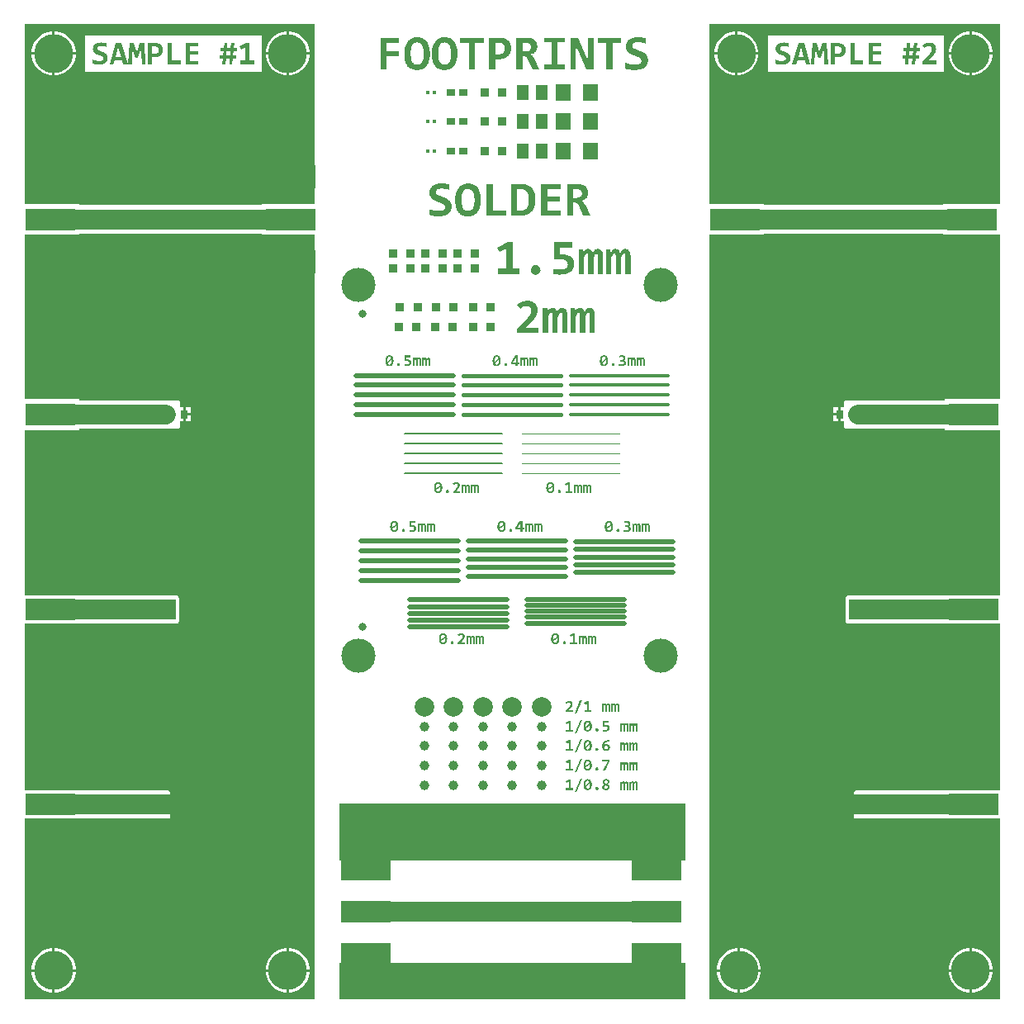
<source format=gtl>
%TF.GenerationSoftware,Altium Limited,Altium Designer,25.1.2 (22)*%
G04 Layer_Physical_Order=1*
G04 Layer_Color=255*
%FSLAX45Y45*%
%MOMM*%
%TF.SameCoordinates,14A8493B-8770-4FEB-B4FF-2697345FB558*%
%TF.FilePolarity,Positive*%
%TF.FileFunction,Copper,L1,Top,Signal*%
%TF.Part,Single*%
G01*
G75*
%TA.AperFunction,ConnectorPad*%
%ADD10R,5.08000X2.41300*%
%ADD11R,5.08000X2.28600*%
%TA.AperFunction,SMDPad,CuDef*%
%ADD12R,5.08000X2.41300*%
%ADD13R,5.08000X2.28600*%
%ADD14R,0.80000X0.90000*%
%ADD15R,0.90000X0.90000*%
%ADD16R,0.46000X0.42000*%
%ADD17R,1.60000X1.80000*%
%ADD18R,0.90000X0.70000*%
%ADD19R,1.30000X1.50000*%
%TA.AperFunction,Conductor*%
%ADD20C,2.00000*%
%TA.AperFunction,NonConductor*%
%ADD21C,0.50000*%
%ADD22C,0.10000*%
%ADD23C,0.20000*%
%ADD24C,0.30000*%
%ADD25C,0.40000*%
%ADD26R,10.50000X2.00000*%
%TA.AperFunction,ComponentPad*%
%ADD27C,0.81000*%
%ADD28C,3.50000*%
%TA.AperFunction,ViaPad*%
%ADD29C,4.00000*%
%ADD30C,1.00000*%
%ADD31C,2.00000*%
G36*
X10000000Y8159300D02*
X9417980D01*
Y8146251D01*
X7582020D01*
Y8159300D01*
X7025898D01*
Y10000000D01*
X10000000D01*
Y8159300D01*
D02*
G37*
G36*
X2974103D02*
X2434490D01*
Y8146251D01*
X565510D01*
Y8159300D01*
X0D01*
Y10000000D01*
X2974103D01*
Y8159300D01*
D02*
G37*
G36*
X6774103Y2010735D02*
Y1425898D01*
X3225898D01*
Y2014102D01*
X6770000D01*
X6774103Y2010735D01*
D02*
G37*
G36*
X9417980Y7840700D02*
X10000000D01*
Y6159300D01*
X9434490D01*
Y6146251D01*
X8550000D01*
X8547315Y6145898D01*
X8430000D01*
X8420089Y6143926D01*
X8411688Y6138312D01*
X8406074Y6129911D01*
X8404102Y6120000D01*
Y6070400D01*
X8372701D01*
Y5999999D01*
Y5929600D01*
X8404102D01*
Y5880000D01*
X8406074Y5870089D01*
X8411688Y5861688D01*
X8420089Y5856074D01*
X8430000Y5854102D01*
X8547315D01*
X8550000Y5853749D01*
X9434490D01*
Y5840700D01*
X10000000D01*
Y4145897D01*
X8442700D01*
X8432789Y4143925D01*
X8424387Y4138312D01*
X8418773Y4129910D01*
X8416802Y4119999D01*
Y3879999D01*
X8418773Y3870089D01*
X8424387Y3861687D01*
X8432789Y3856073D01*
X8442700Y3854102D01*
X10000000D01*
Y2145898D01*
X8532500D01*
X8522590Y2143926D01*
X8514188Y2138312D01*
X8508574Y2129911D01*
X8506602Y2120000D01*
Y1880000D01*
X8508574Y1870089D01*
X8514188Y1861688D01*
X8522590Y1856074D01*
X8532500Y1854102D01*
X10000000D01*
Y0D01*
X7025898D01*
Y7840700D01*
X7582020D01*
Y7853749D01*
X9417980D01*
Y7840700D01*
D02*
G37*
G36*
X6774103Y0D02*
X3225898D01*
Y374103D01*
X6774103D01*
Y0D01*
D02*
G37*
G36*
X2434490Y7840700D02*
X2974103D01*
Y0D01*
X0D01*
Y1854102D01*
X1467500D01*
X1477411Y1856074D01*
X1485812Y1861688D01*
X1491426Y1870089D01*
X1493398Y1880000D01*
Y2120000D01*
X1491426Y2129911D01*
X1485812Y2138312D01*
X1477411Y2143926D01*
X1467500Y2145898D01*
X0D01*
Y3854102D01*
X1557300D01*
X1567211Y3856073D01*
X1575613Y3861687D01*
X1581227Y3870089D01*
X1583198Y3879999D01*
Y4119999D01*
X1581227Y4129910D01*
X1575613Y4138312D01*
X1567211Y4143925D01*
X1557300Y4145897D01*
X0D01*
Y5840700D01*
X565510D01*
Y5853749D01*
X1450000D01*
X1452685Y5854102D01*
X1570000D01*
X1579911Y5856074D01*
X1588313Y5861688D01*
X1593926Y5870089D01*
X1595898Y5880000D01*
Y5929600D01*
X1627301D01*
Y6000000D01*
Y6070400D01*
X1595898D01*
Y6120000D01*
X1593926Y6129911D01*
X1588313Y6138312D01*
X1579911Y6143926D01*
X1570000Y6145898D01*
X1452685D01*
X1450000Y6146251D01*
X565510D01*
Y6159300D01*
X0D01*
Y7840700D01*
X565510D01*
Y7853749D01*
X2434490D01*
Y7840700D01*
D02*
G37*
G36*
X6270110Y2236200D02*
X6271777Y2236015D01*
X6273814Y2235645D01*
X6276036Y2234719D01*
X6278258Y2233608D01*
X6280480Y2232127D01*
X6282331Y2229905D01*
X6282517Y2229535D01*
X6283072Y2228609D01*
X6283813Y2227127D01*
X6284553Y2225091D01*
X6285294Y2222313D01*
X6286035Y2218980D01*
X6286590Y2215092D01*
X6286775Y2210648D01*
Y2150098D01*
X6269185Y2150098D01*
Y2207685D01*
Y2207870D01*
Y2208240D01*
Y2208796D01*
Y2209536D01*
Y2211388D01*
X6268999Y2213240D01*
Y2213425D01*
Y2213610D01*
X6268814Y2214721D01*
X6268629Y2215832D01*
X6268259Y2217128D01*
X6268074Y2217498D01*
X6267888Y2218054D01*
X6267333Y2218795D01*
X6266777Y2219535D01*
X6266592Y2219720D01*
X6266037Y2220091D01*
X6265296Y2220276D01*
X6264185Y2220461D01*
X6263815D01*
X6262519Y2220091D01*
X6261778Y2219535D01*
X6260852Y2218980D01*
X6259926Y2218054D01*
X6259000Y2216943D01*
X6258815Y2216758D01*
X6258630Y2216202D01*
X6258075Y2215462D01*
X6257334Y2214165D01*
X6256593Y2212499D01*
X6255667Y2210462D01*
X6254556Y2207870D01*
X6253445Y2204907D01*
Y2150098D01*
X6236040D01*
Y2207685D01*
Y2207870D01*
Y2208240D01*
Y2208796D01*
Y2209536D01*
Y2211388D01*
X6235855Y2213240D01*
Y2213425D01*
Y2213610D01*
X6235670Y2214721D01*
X6235484Y2215832D01*
X6235114Y2217128D01*
X6234929Y2217498D01*
X6234744Y2218054D01*
X6234188Y2218795D01*
X6233633Y2219535D01*
X6233448Y2219720D01*
X6232892Y2220091D01*
X6232151Y2220276D01*
X6231040Y2220461D01*
X6230670D01*
X6229559Y2220091D01*
X6228818Y2219535D01*
X6228078Y2218980D01*
X6226967Y2218054D01*
X6226041Y2216943D01*
X6225856Y2216758D01*
X6225671Y2216202D01*
X6225115Y2215462D01*
X6224374Y2214165D01*
X6223449Y2212499D01*
X6222523Y2210462D01*
X6221412Y2207870D01*
X6220301Y2204907D01*
Y2150098D01*
X6202710D01*
Y2234719D01*
X6217708D01*
X6218079Y2222313D01*
Y2222498D01*
X6218449Y2222868D01*
X6218819Y2223609D01*
X6219190Y2224535D01*
X6220301Y2226572D01*
X6221597Y2228608D01*
Y2228794D01*
X6221967Y2229164D01*
X6222708Y2230275D01*
X6224004Y2231571D01*
X6225485Y2233052D01*
X6225671D01*
X6225856Y2233423D01*
X6226967Y2233978D01*
X6228448Y2234719D01*
X6230115Y2235460D01*
X6230300D01*
X6230485Y2235645D01*
X6231781Y2236015D01*
X6233448Y2236200D01*
X6235484Y2236385D01*
X6236595D01*
X6237892Y2236200D01*
X6239558Y2235830D01*
X6241224Y2235460D01*
X6243076Y2234719D01*
X6244743Y2233793D01*
X6246224Y2232497D01*
X6246409Y2232312D01*
X6246779Y2231756D01*
X6247520Y2231016D01*
X6248076Y2229905D01*
X6248816Y2228423D01*
X6249557Y2226572D01*
X6250112Y2224535D01*
X6250483Y2222313D01*
X6250668Y2222498D01*
X6250853Y2222868D01*
X6251223Y2223609D01*
X6251779Y2224535D01*
X6253075Y2226572D01*
X6254371Y2228608D01*
X6254556Y2228794D01*
X6254742Y2229164D01*
X6255667Y2230275D01*
X6256964Y2231571D01*
X6258445Y2233052D01*
X6258630D01*
X6258815Y2233423D01*
X6259926Y2233978D01*
X6261408Y2234719D01*
X6263074Y2235460D01*
X6263259D01*
X6263444Y2235645D01*
X6264000Y2235830D01*
X6264741Y2236015D01*
X6266407Y2236200D01*
X6268629Y2236385D01*
X6268999D01*
X6270110Y2236200D01*
D02*
G37*
G36*
X6176231D02*
X6177898Y2236015D01*
X6179935Y2235645D01*
X6182157Y2234719D01*
X6184379Y2233608D01*
X6186601Y2232127D01*
X6188452Y2229905D01*
X6188637Y2229534D01*
X6189193Y2228608D01*
X6189934Y2227127D01*
X6190674Y2225090D01*
X6191415Y2222313D01*
X6192156Y2218980D01*
X6192711Y2215091D01*
X6192896Y2210647D01*
Y2150098D01*
X6175305D01*
Y2207685D01*
Y2207870D01*
Y2208240D01*
Y2208796D01*
Y2209536D01*
Y2211388D01*
X6175120Y2213240D01*
Y2213425D01*
Y2213610D01*
X6174935Y2214721D01*
X6174750Y2215832D01*
X6174380Y2217128D01*
X6174194Y2217498D01*
X6174009Y2218054D01*
X6173454Y2218795D01*
X6172898Y2219535D01*
X6172713Y2219720D01*
X6172158Y2220091D01*
X6171417Y2220276D01*
X6170306Y2220461D01*
X6169936D01*
X6168639Y2220091D01*
X6167899Y2219535D01*
X6166973Y2218980D01*
X6166047Y2218054D01*
X6165121Y2216943D01*
X6164936Y2216758D01*
X6164751Y2216202D01*
X6164195Y2215462D01*
X6163455Y2214165D01*
X6162714Y2212499D01*
X6161788Y2210462D01*
X6160677Y2207870D01*
X6159566Y2204907D01*
Y2150098D01*
X6142161D01*
Y2207685D01*
Y2207870D01*
Y2208240D01*
Y2208796D01*
Y2209536D01*
Y2211388D01*
X6141976Y2213240D01*
Y2213425D01*
Y2213610D01*
X6141790Y2214721D01*
X6141605Y2215832D01*
X6141235Y2217128D01*
X6141050Y2217498D01*
X6140865Y2218054D01*
X6140309Y2218795D01*
X6139754Y2219535D01*
X6139568Y2219720D01*
X6139013Y2220091D01*
X6138272Y2220276D01*
X6137161Y2220461D01*
X6136791D01*
X6135680Y2220091D01*
X6134939Y2219535D01*
X6134199Y2218980D01*
X6133088Y2218054D01*
X6132162Y2216943D01*
X6131977Y2216758D01*
X6131791Y2216202D01*
X6131236Y2215462D01*
X6130495Y2214165D01*
X6129569Y2212499D01*
X6128644Y2210462D01*
X6127533Y2207870D01*
X6126422Y2204907D01*
Y2150098D01*
X6108831D01*
Y2234719D01*
X6123829D01*
X6124200Y2222313D01*
Y2222498D01*
X6124570Y2222868D01*
X6124940Y2223609D01*
X6125311Y2224535D01*
X6126422Y2226572D01*
X6127718Y2228608D01*
Y2228794D01*
X6128088Y2229164D01*
X6128829Y2230275D01*
X6130125Y2231571D01*
X6131606Y2233052D01*
X6131791D01*
X6131977Y2233423D01*
X6133088Y2233978D01*
X6134569Y2234719D01*
X6136235Y2235460D01*
X6136421D01*
X6136606Y2235645D01*
X6137902Y2236015D01*
X6139568Y2236200D01*
X6141605Y2236385D01*
X6142716D01*
X6144012Y2236200D01*
X6145679Y2235830D01*
X6147345Y2235460D01*
X6149197Y2234719D01*
X6150863Y2233793D01*
X6152345Y2232497D01*
X6152530Y2232312D01*
X6152900Y2231756D01*
X6153641Y2231016D01*
X6154196Y2229905D01*
X6154937Y2228423D01*
X6155678Y2226572D01*
X6156233Y2224535D01*
X6156604Y2222313D01*
X6156789Y2222498D01*
X6156974Y2222868D01*
X6157344Y2223609D01*
X6157900Y2224535D01*
X6159196Y2226572D01*
X6160492Y2228608D01*
X6160677Y2228794D01*
X6160862Y2229164D01*
X6161788Y2230275D01*
X6163084Y2231571D01*
X6164566Y2233052D01*
X6164751D01*
X6164936Y2233423D01*
X6166047Y2233978D01*
X6167528Y2234719D01*
X6169195Y2235460D01*
X6169380D01*
X6169565Y2235645D01*
X6170121Y2235830D01*
X6170861Y2236015D01*
X6172528Y2236200D01*
X6174750Y2236385D01*
X6175120D01*
X6176231Y2236200D01*
D02*
G37*
G36*
X5601846Y2168244D02*
X5625733D01*
Y2150098D01*
X5553148D01*
Y2168244D01*
X5580923D01*
Y2238052D01*
X5556666Y2224905D01*
X5550000Y2241570D01*
X5584626Y2259716D01*
X5601846D01*
Y2168244D01*
D02*
G37*
G36*
X5968660Y2260642D02*
X5970882Y2260457D01*
X5973474Y2260087D01*
X5978659Y2258976D01*
X5979029D01*
X5979770Y2258605D01*
X5981066Y2258235D01*
X5982548Y2257680D01*
X5984399Y2256939D01*
X5986251Y2256013D01*
X5988103Y2254902D01*
X5989769Y2253791D01*
X5989954Y2253606D01*
X5990510Y2253236D01*
X5991436Y2252495D01*
X5992361Y2251569D01*
X5993472Y2250458D01*
X5994769Y2248977D01*
X5995880Y2247495D01*
X5996805Y2245829D01*
X5996991Y2245644D01*
X5997176Y2245088D01*
X5997546Y2244162D01*
X5998102Y2242866D01*
X5998472Y2241385D01*
X5998842Y2239533D01*
X5999027Y2237682D01*
X5999213Y2235645D01*
Y2235460D01*
Y2234719D01*
Y2233793D01*
X5999027Y2232497D01*
X5998842Y2231016D01*
X5998657Y2229534D01*
X5997731Y2226201D01*
Y2226016D01*
X5997546Y2225461D01*
X5997176Y2224720D01*
X5996620Y2223794D01*
X5995509Y2221387D01*
X5993843Y2218795D01*
X5993658Y2218609D01*
X5993472Y2218239D01*
X5992917Y2217684D01*
X5992176Y2216758D01*
X5990325Y2214906D01*
X5988103Y2212684D01*
X5987917Y2212499D01*
X5987547Y2212314D01*
X5986806Y2211758D01*
X5986066Y2211018D01*
X5983659Y2209536D01*
X5981066Y2207685D01*
X5981251Y2207500D01*
X5981807Y2207314D01*
X5982548Y2206759D01*
X5983659Y2206203D01*
X5986066Y2204722D01*
X5988843Y2202685D01*
X5989028Y2202500D01*
X5989399Y2202315D01*
X5990139Y2201759D01*
X5991065Y2201019D01*
X5993102Y2198982D01*
X5995324Y2196390D01*
X5995509Y2196204D01*
X5995880Y2195834D01*
X5996250Y2195093D01*
X5996991Y2194168D01*
X5997546Y2192871D01*
X5998287Y2191575D01*
X5999768Y2188427D01*
Y2188242D01*
X5999953Y2187687D01*
X6000324Y2186761D01*
X6000694Y2185465D01*
X6000879Y2183983D01*
X6001249Y2182317D01*
X6001435Y2178428D01*
Y2178058D01*
Y2177132D01*
X6001249Y2175836D01*
X6001064Y2173984D01*
X6000694Y2171948D01*
X6000138Y2169726D01*
X5999398Y2167504D01*
X5998287Y2165282D01*
X5998102Y2165097D01*
X5997731Y2164356D01*
X5996991Y2163245D01*
X5996065Y2161949D01*
X5994954Y2160467D01*
X5993472Y2158986D01*
X5991806Y2157320D01*
X5989954Y2155838D01*
X5989769Y2155653D01*
X5989028Y2155283D01*
X5987917Y2154542D01*
X5986436Y2153616D01*
X5984584Y2152690D01*
X5982548Y2151765D01*
X5980140Y2150839D01*
X5977548Y2150098D01*
X5977178D01*
X5976252Y2149728D01*
X5974956Y2149543D01*
X5972919Y2149172D01*
X5970697Y2148802D01*
X5968105Y2148617D01*
X5965327Y2148246D01*
X5960698D01*
X5959032Y2148432D01*
X5956810D01*
X5954217Y2148617D01*
X5951625Y2148987D01*
X5948847Y2149543D01*
X5946070Y2150098D01*
X5945700Y2150283D01*
X5944959Y2150468D01*
X5943663Y2151024D01*
X5941996Y2151579D01*
X5940145Y2152320D01*
X5938108Y2153246D01*
X5936071Y2154357D01*
X5934219Y2155653D01*
X5934034Y2155838D01*
X5933479Y2156209D01*
X5932553Y2156949D01*
X5931442Y2158060D01*
X5930331Y2159356D01*
X5929220Y2160653D01*
X5927924Y2162319D01*
X5926998Y2164171D01*
X5926813Y2164356D01*
X5926627Y2165097D01*
X5926257Y2166208D01*
X5925887Y2167504D01*
X5925331Y2169170D01*
X5924961Y2171207D01*
X5924776Y2173429D01*
X5924591Y2175651D01*
Y2175836D01*
Y2176577D01*
Y2177688D01*
X5924776Y2178984D01*
X5924961Y2180465D01*
X5925146Y2182132D01*
X5926072Y2185465D01*
Y2185650D01*
X5926442Y2186205D01*
X5926813Y2187131D01*
X5927183Y2188057D01*
X5928664Y2190649D01*
X5930516Y2193427D01*
X5930701Y2193612D01*
X5931071Y2193982D01*
X5931627Y2194723D01*
X5932553Y2195649D01*
X5934590Y2197686D01*
X5937182Y2199908D01*
X5937367Y2200093D01*
X5937923Y2200463D01*
X5938663Y2201019D01*
X5939589Y2201759D01*
X5940700Y2202500D01*
X5941996Y2203426D01*
X5944959Y2205278D01*
X5944774Y2205463D01*
X5944403Y2205648D01*
X5943663Y2206018D01*
X5942737Y2206574D01*
X5940515Y2208055D01*
X5937923Y2209907D01*
X5937737Y2210092D01*
X5937367Y2210277D01*
X5936812Y2210833D01*
X5935886Y2211573D01*
X5934034Y2213425D01*
X5931997Y2215647D01*
X5931812Y2215832D01*
X5931627Y2216202D01*
X5931071Y2216943D01*
X5930701Y2217869D01*
X5929405Y2220091D01*
X5928109Y2222868D01*
Y2223053D01*
X5927924Y2223609D01*
X5927738Y2224350D01*
X5927553Y2225646D01*
X5927183Y2226942D01*
X5926998Y2228423D01*
X5926813Y2232127D01*
Y2232312D01*
Y2233052D01*
X5926998Y2234349D01*
X5927183Y2235830D01*
X5927368Y2237496D01*
X5927738Y2239348D01*
X5928294Y2241200D01*
X5929035Y2243237D01*
X5929220Y2243422D01*
X5929405Y2244162D01*
X5929960Y2245088D01*
X5930701Y2246384D01*
X5931627Y2247681D01*
X5932738Y2249347D01*
X5934219Y2250828D01*
X5935701Y2252310D01*
X5935886Y2252495D01*
X5936626Y2253050D01*
X5937552Y2253606D01*
X5938848Y2254532D01*
X5940515Y2255458D01*
X5942552Y2256569D01*
X5944774Y2257494D01*
X5947181Y2258420D01*
X5947551Y2258605D01*
X5948477Y2258791D01*
X5949958Y2259161D01*
X5951810Y2259716D01*
X5954217Y2260087D01*
X5956995Y2260457D01*
X5960143Y2260642D01*
X5963475Y2260827D01*
X5966438D01*
X5968660Y2260642D01*
D02*
G37*
G36*
X5870707Y2180650D02*
X5872744Y2180280D01*
X5874966Y2179539D01*
X5875151D01*
X5875522Y2179354D01*
X5876077Y2178984D01*
X5876818Y2178614D01*
X5878484Y2177503D01*
X5880151Y2176021D01*
X5880336Y2175836D01*
X5880521Y2175651D01*
X5881447Y2174540D01*
X5882558Y2172873D01*
X5883669Y2170651D01*
Y2170466D01*
X5883854Y2170096D01*
X5884039Y2169540D01*
X5884410Y2168800D01*
X5884780Y2166763D01*
X5884965Y2164356D01*
Y2164171D01*
Y2163800D01*
Y2163060D01*
X5884780Y2162319D01*
X5884410Y2160282D01*
X5883669Y2158060D01*
Y2157875D01*
X5883484Y2157505D01*
X5883113Y2156949D01*
X5882743Y2156394D01*
X5881632Y2154542D01*
X5880151Y2152876D01*
X5879966D01*
X5879780Y2152505D01*
X5878669Y2151579D01*
X5877003Y2150468D01*
X5874966Y2149543D01*
X5874781D01*
X5874411Y2149357D01*
X5873855Y2149172D01*
X5873114Y2148987D01*
X5871078Y2148432D01*
X5868485Y2148246D01*
X5867189D01*
X5866449Y2148432D01*
X5864412Y2148802D01*
X5862190Y2149543D01*
X5862005D01*
X5861634Y2149728D01*
X5861079Y2150098D01*
X5860523Y2150468D01*
X5858672Y2151394D01*
X5857005Y2152876D01*
Y2153061D01*
X5856635Y2153246D01*
X5855894Y2154357D01*
X5854783Y2156023D01*
X5853672Y2158060D01*
Y2158245D01*
X5853487Y2158616D01*
X5853302Y2159171D01*
X5853117Y2159912D01*
X5852746Y2161949D01*
X5852561Y2164356D01*
Y2164541D01*
Y2164911D01*
Y2165652D01*
X5852746Y2166393D01*
X5853117Y2168429D01*
X5853672Y2170651D01*
Y2170837D01*
X5853857Y2171207D01*
X5854228Y2171762D01*
X5854598Y2172503D01*
X5855709Y2174170D01*
X5857005Y2176021D01*
X5857190Y2176206D01*
X5857375Y2176392D01*
X5858486Y2177317D01*
X5860153Y2178428D01*
X5862190Y2179539D01*
X5862375D01*
X5862745Y2179725D01*
X5863301Y2179910D01*
X5864041Y2180280D01*
X5866078Y2180650D01*
X5868485Y2180836D01*
X5869782D01*
X5870707Y2180650D01*
D02*
G37*
G36*
X5779606Y2260642D02*
X5781828Y2260457D01*
X5784420Y2260087D01*
X5787197Y2259346D01*
X5789975Y2258605D01*
X5792938Y2257494D01*
X5793308Y2257309D01*
X5794234Y2256939D01*
X5795715Y2256198D01*
X5797382Y2255087D01*
X5799418Y2253606D01*
X5801640Y2251939D01*
X5803862Y2249903D01*
X5805899Y2247495D01*
X5806084Y2247125D01*
X5806825Y2246384D01*
X5807751Y2244903D01*
X5809047Y2242866D01*
X5810528Y2240459D01*
X5812010Y2237496D01*
X5813306Y2233978D01*
X5814602Y2230275D01*
Y2230090D01*
X5814787Y2229719D01*
X5814972Y2229164D01*
X5815158Y2228423D01*
X5815343Y2227312D01*
X5815528Y2226201D01*
X5815898Y2224720D01*
X5816269Y2223239D01*
X5816824Y2219535D01*
X5817194Y2215091D01*
X5817565Y2210277D01*
X5817750Y2204907D01*
Y2204722D01*
Y2204352D01*
Y2203611D01*
Y2202685D01*
Y2201574D01*
X5817565Y2200093D01*
X5817380Y2196945D01*
X5817009Y2193242D01*
X5816454Y2189168D01*
X5815713Y2185094D01*
X5814787Y2181021D01*
Y2180836D01*
X5814602Y2180650D01*
X5814417Y2180095D01*
X5814232Y2179354D01*
X5813491Y2177317D01*
X5812565Y2174910D01*
X5811454Y2171948D01*
X5809788Y2168985D01*
X5808121Y2166022D01*
X5806084Y2163060D01*
X5805899Y2162689D01*
X5805159Y2161949D01*
X5803862Y2160653D01*
X5802381Y2158986D01*
X5800344Y2157134D01*
X5797937Y2155283D01*
X5795345Y2153616D01*
X5792382Y2151950D01*
X5792012Y2151765D01*
X5790901Y2151394D01*
X5789234Y2150839D01*
X5787197Y2150098D01*
X5784420Y2149357D01*
X5781272Y2148802D01*
X5777754Y2148432D01*
X5774051Y2148246D01*
X5772569D01*
X5770718Y2148432D01*
X5768496Y2148617D01*
X5766089Y2148987D01*
X5763126Y2149543D01*
X5760348Y2150283D01*
X5757386Y2151394D01*
X5757015Y2151579D01*
X5756090Y2151950D01*
X5754608Y2152690D01*
X5752942Y2153801D01*
X5750905Y2155098D01*
X5748683Y2156949D01*
X5746461Y2158801D01*
X5744239Y2161208D01*
X5744054Y2161578D01*
X5743313Y2162504D01*
X5742387Y2163986D01*
X5741091Y2166022D01*
X5739795Y2168429D01*
X5738314Y2171392D01*
X5737017Y2174910D01*
X5735721Y2178614D01*
Y2178799D01*
X5735536Y2179169D01*
Y2179725D01*
X5735351Y2180465D01*
X5734981Y2181576D01*
X5734795Y2182687D01*
X5734610Y2184169D01*
X5734240Y2185835D01*
X5733684Y2189538D01*
X5733314Y2193797D01*
X5732944Y2198612D01*
X5732759Y2203981D01*
Y2204167D01*
Y2204537D01*
Y2205278D01*
Y2206203D01*
Y2207314D01*
X5732944Y2208796D01*
X5733129Y2211944D01*
X5733499Y2215647D01*
X5733870Y2219720D01*
X5734610Y2223794D01*
X5735536Y2227868D01*
Y2228053D01*
X5735721Y2228423D01*
X5735906Y2228979D01*
X5736092Y2229719D01*
X5736832Y2231571D01*
X5737758Y2233978D01*
X5738869Y2236941D01*
X5740350Y2239904D01*
X5742017Y2242866D01*
X5744054Y2245644D01*
X5744239Y2246014D01*
X5745165Y2246940D01*
X5746276Y2248236D01*
X5747942Y2249903D01*
X5749979Y2251754D01*
X5752386Y2253606D01*
X5754979Y2255272D01*
X5757941Y2256939D01*
X5758126D01*
X5758312Y2257124D01*
X5759423Y2257494D01*
X5761089Y2258235D01*
X5763311Y2258976D01*
X5766089Y2259531D01*
X5769236Y2260272D01*
X5772755Y2260642D01*
X5776458Y2260827D01*
X5777939D01*
X5779606Y2260642D01*
D02*
G37*
G36*
X5659988Y2132137D02*
X5640361D01*
X5698503Y2267864D01*
X5718316D01*
X5659988Y2132137D01*
D02*
G37*
G36*
X6270110Y2436200D02*
X6271777Y2436015D01*
X6273814Y2435645D01*
X6276036Y2434719D01*
X6278258Y2433608D01*
X6280480Y2432127D01*
X6282331Y2429905D01*
X6282517Y2429534D01*
X6283072Y2428609D01*
X6283813Y2427127D01*
X6284553Y2425090D01*
X6285294Y2422313D01*
X6286035Y2418980D01*
X6286590Y2415091D01*
X6286775Y2410647D01*
Y2350098D01*
X6269185Y2350098D01*
Y2407685D01*
Y2407870D01*
Y2408240D01*
Y2408796D01*
Y2409536D01*
Y2411388D01*
X6268999Y2413240D01*
Y2413425D01*
Y2413610D01*
X6268814Y2414721D01*
X6268629Y2415832D01*
X6268259Y2417128D01*
X6268074Y2417498D01*
X6267888Y2418054D01*
X6267333Y2418795D01*
X6266777Y2419535D01*
X6266592Y2419720D01*
X6266037Y2420091D01*
X6265296Y2420276D01*
X6264185Y2420461D01*
X6263815D01*
X6262519Y2420091D01*
X6261778Y2419535D01*
X6260852Y2418980D01*
X6259926Y2418054D01*
X6259000Y2416943D01*
X6258815Y2416758D01*
X6258630Y2416202D01*
X6258075Y2415462D01*
X6257334Y2414165D01*
X6256593Y2412499D01*
X6255667Y2410462D01*
X6254556Y2407870D01*
X6253445Y2404907D01*
Y2350098D01*
X6236040D01*
Y2407685D01*
Y2407870D01*
Y2408240D01*
Y2408796D01*
Y2409536D01*
Y2411388D01*
X6235855Y2413240D01*
Y2413425D01*
Y2413610D01*
X6235670Y2414721D01*
X6235484Y2415832D01*
X6235114Y2417128D01*
X6234929Y2417498D01*
X6234744Y2418054D01*
X6234188Y2418795D01*
X6233633Y2419535D01*
X6233448Y2419720D01*
X6232892Y2420091D01*
X6232151Y2420276D01*
X6231040Y2420461D01*
X6230670D01*
X6229559Y2420091D01*
X6228818Y2419535D01*
X6228078Y2418980D01*
X6226967Y2418054D01*
X6226041Y2416943D01*
X6225856Y2416758D01*
X6225671Y2416202D01*
X6225115Y2415462D01*
X6224374Y2414165D01*
X6223449Y2412499D01*
X6222523Y2410462D01*
X6221412Y2407870D01*
X6220301Y2404907D01*
Y2350098D01*
X6202710D01*
Y2434719D01*
X6217708D01*
X6218079Y2422313D01*
Y2422498D01*
X6218449Y2422868D01*
X6218819Y2423609D01*
X6219190Y2424535D01*
X6220301Y2426571D01*
X6221597Y2428608D01*
Y2428793D01*
X6221967Y2429164D01*
X6222708Y2430275D01*
X6224004Y2431571D01*
X6225485Y2433052D01*
X6225671D01*
X6225856Y2433423D01*
X6226967Y2433978D01*
X6228448Y2434719D01*
X6230115Y2435459D01*
X6230300D01*
X6230485Y2435645D01*
X6231781Y2436015D01*
X6233448Y2436200D01*
X6235484Y2436385D01*
X6236595D01*
X6237892Y2436200D01*
X6239558Y2435830D01*
X6241224Y2435459D01*
X6243076Y2434719D01*
X6244743Y2433793D01*
X6246224Y2432497D01*
X6246409Y2432312D01*
X6246779Y2431756D01*
X6247520Y2431015D01*
X6248076Y2429904D01*
X6248816Y2428423D01*
X6249557Y2426571D01*
X6250112Y2424535D01*
X6250483Y2422313D01*
X6250668Y2422498D01*
X6250853Y2422868D01*
X6251223Y2423609D01*
X6251779Y2424535D01*
X6253075Y2426571D01*
X6254371Y2428608D01*
X6254556Y2428793D01*
X6254742Y2429164D01*
X6255667Y2430275D01*
X6256964Y2431571D01*
X6258445Y2433052D01*
X6258630D01*
X6258815Y2433423D01*
X6259926Y2433978D01*
X6261408Y2434719D01*
X6263074Y2435459D01*
X6263259D01*
X6263444Y2435645D01*
X6264000Y2435830D01*
X6264741Y2436015D01*
X6266407Y2436200D01*
X6268629Y2436385D01*
X6268999D01*
X6270110Y2436200D01*
D02*
G37*
G36*
X6176231D02*
X6177898Y2436015D01*
X6179935Y2435645D01*
X6182157Y2434719D01*
X6184379Y2433608D01*
X6186601Y2432126D01*
X6188452Y2429904D01*
X6188637Y2429534D01*
X6189193Y2428608D01*
X6189934Y2427127D01*
X6190674Y2425090D01*
X6191415Y2422313D01*
X6192156Y2418980D01*
X6192711Y2415091D01*
X6192896Y2410647D01*
Y2350098D01*
X6175305D01*
Y2407685D01*
Y2407870D01*
Y2408240D01*
Y2408796D01*
Y2409536D01*
Y2411388D01*
X6175120Y2413240D01*
Y2413425D01*
Y2413610D01*
X6174935Y2414721D01*
X6174750Y2415832D01*
X6174380Y2417128D01*
X6174194Y2417498D01*
X6174009Y2418054D01*
X6173454Y2418795D01*
X6172898Y2419535D01*
X6172713Y2419720D01*
X6172158Y2420091D01*
X6171417Y2420276D01*
X6170306Y2420461D01*
X6169936D01*
X6168639Y2420091D01*
X6167899Y2419535D01*
X6166973Y2418980D01*
X6166047Y2418054D01*
X6165121Y2416943D01*
X6164936Y2416758D01*
X6164751Y2416202D01*
X6164195Y2415462D01*
X6163455Y2414165D01*
X6162714Y2412499D01*
X6161788Y2410462D01*
X6160677Y2407870D01*
X6159566Y2404907D01*
Y2350098D01*
X6142161D01*
Y2407685D01*
Y2407870D01*
Y2408240D01*
Y2408796D01*
Y2409536D01*
Y2411388D01*
X6141976Y2413240D01*
Y2413425D01*
Y2413610D01*
X6141790Y2414721D01*
X6141605Y2415832D01*
X6141235Y2417128D01*
X6141050Y2417498D01*
X6140865Y2418054D01*
X6140309Y2418795D01*
X6139754Y2419535D01*
X6139568Y2419720D01*
X6139013Y2420091D01*
X6138272Y2420276D01*
X6137161Y2420461D01*
X6136791D01*
X6135680Y2420091D01*
X6134939Y2419535D01*
X6134199Y2418980D01*
X6133088Y2418054D01*
X6132162Y2416943D01*
X6131977Y2416758D01*
X6131791Y2416202D01*
X6131236Y2415462D01*
X6130495Y2414165D01*
X6129569Y2412499D01*
X6128644Y2410462D01*
X6127533Y2407870D01*
X6126422Y2404907D01*
Y2350098D01*
X6108831D01*
Y2434719D01*
X6123829D01*
X6124200Y2422313D01*
Y2422498D01*
X6124570Y2422868D01*
X6124940Y2423609D01*
X6125311Y2424535D01*
X6126422Y2426571D01*
X6127718Y2428608D01*
Y2428793D01*
X6128088Y2429164D01*
X6128829Y2430275D01*
X6130125Y2431571D01*
X6131606Y2433052D01*
X6131791D01*
X6131977Y2433423D01*
X6133088Y2433978D01*
X6134569Y2434719D01*
X6136235Y2435459D01*
X6136421D01*
X6136606Y2435645D01*
X6137902Y2436015D01*
X6139568Y2436200D01*
X6141605Y2436385D01*
X6142716D01*
X6144012Y2436200D01*
X6145679Y2435830D01*
X6147345Y2435459D01*
X6149197Y2434719D01*
X6150863Y2433793D01*
X6152345Y2432497D01*
X6152530Y2432312D01*
X6152900Y2431756D01*
X6153641Y2431015D01*
X6154196Y2429904D01*
X6154937Y2428423D01*
X6155678Y2426571D01*
X6156233Y2424535D01*
X6156604Y2422313D01*
X6156789Y2422498D01*
X6156974Y2422868D01*
X6157344Y2423609D01*
X6157900Y2424535D01*
X6159196Y2426571D01*
X6160492Y2428608D01*
X6160677Y2428793D01*
X6160862Y2429164D01*
X6161788Y2430275D01*
X6163084Y2431571D01*
X6164566Y2433052D01*
X6164751D01*
X6164936Y2433423D01*
X6166047Y2433978D01*
X6167528Y2434719D01*
X6169195Y2435459D01*
X6169380D01*
X6169565Y2435645D01*
X6170121Y2435830D01*
X6170861Y2436015D01*
X6172528Y2436200D01*
X6174750Y2436385D01*
X6175120D01*
X6176231Y2436200D01*
D02*
G37*
G36*
X6000694Y2441200D02*
X5956810Y2350098D01*
X5933664D01*
X5977178Y2439348D01*
X5924961D01*
Y2458976D01*
X6000694D01*
Y2441200D01*
D02*
G37*
G36*
X5601846Y2368244D02*
X5625733D01*
Y2350098D01*
X5553148D01*
Y2368244D01*
X5580923D01*
Y2438052D01*
X5556666Y2424905D01*
X5550000Y2441570D01*
X5584626Y2459716D01*
X5601846D01*
Y2368244D01*
D02*
G37*
G36*
X5870707Y2380650D02*
X5872744Y2380280D01*
X5874966Y2379539D01*
X5875151D01*
X5875522Y2379354D01*
X5876077Y2378984D01*
X5876818Y2378613D01*
X5878484Y2377502D01*
X5880151Y2376021D01*
X5880336Y2375836D01*
X5880521Y2375651D01*
X5881447Y2374540D01*
X5882558Y2372873D01*
X5883669Y2370651D01*
Y2370466D01*
X5883854Y2370096D01*
X5884039Y2369540D01*
X5884410Y2368800D01*
X5884780Y2366763D01*
X5884965Y2364356D01*
Y2364171D01*
Y2363800D01*
Y2363060D01*
X5884780Y2362319D01*
X5884410Y2360282D01*
X5883669Y2358060D01*
Y2357875D01*
X5883484Y2357505D01*
X5883113Y2356949D01*
X5882743Y2356394D01*
X5881632Y2354542D01*
X5880151Y2352875D01*
X5879966D01*
X5879780Y2352505D01*
X5878669Y2351579D01*
X5877003Y2350468D01*
X5874966Y2349542D01*
X5874781D01*
X5874411Y2349357D01*
X5873855Y2349172D01*
X5873114Y2348987D01*
X5871078Y2348431D01*
X5868485Y2348246D01*
X5867189D01*
X5866449Y2348431D01*
X5864412Y2348802D01*
X5862190Y2349542D01*
X5862005D01*
X5861634Y2349728D01*
X5861079Y2350098D01*
X5860523Y2350468D01*
X5858672Y2351394D01*
X5857005Y2352875D01*
Y2353061D01*
X5856635Y2353246D01*
X5855894Y2354357D01*
X5854783Y2356023D01*
X5853672Y2358060D01*
Y2358245D01*
X5853487Y2358616D01*
X5853302Y2359171D01*
X5853117Y2359912D01*
X5852746Y2361949D01*
X5852561Y2364356D01*
Y2364541D01*
Y2364911D01*
Y2365652D01*
X5852746Y2366393D01*
X5853117Y2368429D01*
X5853672Y2370651D01*
Y2370837D01*
X5853857Y2371207D01*
X5854228Y2371762D01*
X5854598Y2372503D01*
X5855709Y2374169D01*
X5857005Y2376021D01*
X5857190Y2376206D01*
X5857375Y2376391D01*
X5858486Y2377317D01*
X5860153Y2378428D01*
X5862190Y2379539D01*
X5862375D01*
X5862745Y2379724D01*
X5863301Y2379910D01*
X5864041Y2380280D01*
X5866078Y2380650D01*
X5868485Y2380835D01*
X5869782D01*
X5870707Y2380650D01*
D02*
G37*
G36*
X5779606Y2460642D02*
X5781828Y2460457D01*
X5784420Y2460087D01*
X5787197Y2459346D01*
X5789975Y2458605D01*
X5792938Y2457494D01*
X5793308Y2457309D01*
X5794234Y2456939D01*
X5795715Y2456198D01*
X5797382Y2455087D01*
X5799418Y2453606D01*
X5801640Y2451939D01*
X5803862Y2449902D01*
X5805899Y2447495D01*
X5806084Y2447125D01*
X5806825Y2446384D01*
X5807751Y2444903D01*
X5809047Y2442866D01*
X5810528Y2440459D01*
X5812010Y2437496D01*
X5813306Y2433978D01*
X5814602Y2430275D01*
Y2430090D01*
X5814787Y2429719D01*
X5814972Y2429164D01*
X5815158Y2428423D01*
X5815343Y2427312D01*
X5815528Y2426201D01*
X5815898Y2424720D01*
X5816269Y2423238D01*
X5816824Y2419535D01*
X5817194Y2415091D01*
X5817565Y2410277D01*
X5817750Y2404907D01*
Y2404722D01*
Y2404352D01*
Y2403611D01*
Y2402685D01*
Y2401574D01*
X5817565Y2400093D01*
X5817380Y2396945D01*
X5817009Y2393242D01*
X5816454Y2389168D01*
X5815713Y2385094D01*
X5814787Y2381021D01*
Y2380835D01*
X5814602Y2380650D01*
X5814417Y2380095D01*
X5814232Y2379354D01*
X5813491Y2377317D01*
X5812565Y2374910D01*
X5811454Y2371948D01*
X5809788Y2368985D01*
X5808121Y2366022D01*
X5806084Y2363060D01*
X5805899Y2362689D01*
X5805159Y2361949D01*
X5803862Y2360652D01*
X5802381Y2358986D01*
X5800344Y2357134D01*
X5797937Y2355283D01*
X5795345Y2353616D01*
X5792382Y2351950D01*
X5792012Y2351764D01*
X5790901Y2351394D01*
X5789234Y2350839D01*
X5787197Y2350098D01*
X5784420Y2349357D01*
X5781272Y2348802D01*
X5777754Y2348431D01*
X5774051Y2348246D01*
X5772569D01*
X5770718Y2348431D01*
X5768496Y2348617D01*
X5766089Y2348987D01*
X5763126Y2349542D01*
X5760348Y2350283D01*
X5757386Y2351394D01*
X5757015Y2351579D01*
X5756090Y2351950D01*
X5754608Y2352690D01*
X5752942Y2353801D01*
X5750905Y2355097D01*
X5748683Y2356949D01*
X5746461Y2358801D01*
X5744239Y2361208D01*
X5744054Y2361578D01*
X5743313Y2362504D01*
X5742387Y2363985D01*
X5741091Y2366022D01*
X5739795Y2368429D01*
X5738314Y2371392D01*
X5737017Y2374910D01*
X5735721Y2378613D01*
Y2378799D01*
X5735536Y2379169D01*
Y2379724D01*
X5735351Y2380465D01*
X5734981Y2381576D01*
X5734795Y2382687D01*
X5734610Y2384168D01*
X5734240Y2385835D01*
X5733684Y2389538D01*
X5733314Y2393797D01*
X5732944Y2398611D01*
X5732759Y2403981D01*
Y2404166D01*
Y2404537D01*
Y2405277D01*
Y2406203D01*
Y2407314D01*
X5732944Y2408796D01*
X5733129Y2411943D01*
X5733499Y2415647D01*
X5733870Y2419720D01*
X5734610Y2423794D01*
X5735536Y2427868D01*
Y2428053D01*
X5735721Y2428423D01*
X5735906Y2428979D01*
X5736092Y2429719D01*
X5736832Y2431571D01*
X5737758Y2433978D01*
X5738869Y2436941D01*
X5740350Y2439903D01*
X5742017Y2442866D01*
X5744054Y2445644D01*
X5744239Y2446014D01*
X5745165Y2446940D01*
X5746276Y2448236D01*
X5747942Y2449902D01*
X5749979Y2451754D01*
X5752386Y2453606D01*
X5754979Y2455272D01*
X5757941Y2456939D01*
X5758126D01*
X5758312Y2457124D01*
X5759423Y2457494D01*
X5761089Y2458235D01*
X5763311Y2458976D01*
X5766089Y2459531D01*
X5769236Y2460272D01*
X5772755Y2460642D01*
X5776458Y2460827D01*
X5777939D01*
X5779606Y2460642D01*
D02*
G37*
G36*
X5659988Y2332137D02*
X5640361D01*
X5698503Y2467863D01*
X5718316D01*
X5659988Y2332137D01*
D02*
G37*
G36*
X6270110Y2636200D02*
X6271777Y2636015D01*
X6273814Y2635645D01*
X6276036Y2634719D01*
X6278258Y2633608D01*
X6280480Y2632127D01*
X6282331Y2629905D01*
X6282517Y2629534D01*
X6283072Y2628609D01*
X6283813Y2627127D01*
X6284553Y2625091D01*
X6285294Y2622313D01*
X6286035Y2618980D01*
X6286590Y2615092D01*
X6286775Y2610648D01*
Y2550098D01*
X6269185Y2550098D01*
Y2607685D01*
Y2607870D01*
Y2608240D01*
Y2608796D01*
Y2609536D01*
Y2611388D01*
X6268999Y2613240D01*
Y2613425D01*
Y2613610D01*
X6268814Y2614721D01*
X6268629Y2615832D01*
X6268259Y2617128D01*
X6268074Y2617498D01*
X6267888Y2618054D01*
X6267333Y2618795D01*
X6266777Y2619535D01*
X6266592Y2619720D01*
X6266037Y2620091D01*
X6265296Y2620276D01*
X6264185Y2620461D01*
X6263815D01*
X6262519Y2620091D01*
X6261778Y2619535D01*
X6260852Y2618980D01*
X6259926Y2618054D01*
X6259000Y2616943D01*
X6258815Y2616758D01*
X6258630Y2616202D01*
X6258075Y2615462D01*
X6257334Y2614165D01*
X6256593Y2612499D01*
X6255667Y2610462D01*
X6254556Y2607870D01*
X6253445Y2604907D01*
Y2550098D01*
X6236040D01*
Y2607685D01*
Y2607870D01*
Y2608240D01*
Y2608796D01*
Y2609536D01*
Y2611388D01*
X6235855Y2613240D01*
Y2613425D01*
Y2613610D01*
X6235670Y2614721D01*
X6235484Y2615832D01*
X6235114Y2617128D01*
X6234929Y2617498D01*
X6234744Y2618054D01*
X6234188Y2618795D01*
X6233633Y2619535D01*
X6233448Y2619720D01*
X6232892Y2620091D01*
X6232151Y2620276D01*
X6231040Y2620461D01*
X6230670D01*
X6229559Y2620091D01*
X6228818Y2619535D01*
X6228078Y2618980D01*
X6226967Y2618054D01*
X6226041Y2616943D01*
X6225856Y2616758D01*
X6225671Y2616202D01*
X6225115Y2615462D01*
X6224374Y2614165D01*
X6223449Y2612499D01*
X6222523Y2610462D01*
X6221412Y2607870D01*
X6220301Y2604907D01*
Y2550098D01*
X6202710D01*
Y2634719D01*
X6217708D01*
X6218079Y2622313D01*
Y2622498D01*
X6218449Y2622868D01*
X6218819Y2623609D01*
X6219190Y2624535D01*
X6220301Y2626572D01*
X6221597Y2628608D01*
Y2628794D01*
X6221967Y2629164D01*
X6222708Y2630275D01*
X6224004Y2631571D01*
X6225485Y2633052D01*
X6225671D01*
X6225856Y2633423D01*
X6226967Y2633978D01*
X6228448Y2634719D01*
X6230115Y2635460D01*
X6230300D01*
X6230485Y2635645D01*
X6231781Y2636015D01*
X6233448Y2636200D01*
X6235484Y2636385D01*
X6236595D01*
X6237892Y2636200D01*
X6239558Y2635830D01*
X6241224Y2635460D01*
X6243076Y2634719D01*
X6244743Y2633793D01*
X6246224Y2632497D01*
X6246409Y2632312D01*
X6246779Y2631756D01*
X6247520Y2631016D01*
X6248076Y2629905D01*
X6248816Y2628423D01*
X6249557Y2626572D01*
X6250112Y2624535D01*
X6250483Y2622313D01*
X6250668Y2622498D01*
X6250853Y2622868D01*
X6251223Y2623609D01*
X6251779Y2624535D01*
X6253075Y2626572D01*
X6254371Y2628608D01*
X6254556Y2628794D01*
X6254742Y2629164D01*
X6255667Y2630275D01*
X6256964Y2631571D01*
X6258445Y2633052D01*
X6258630D01*
X6258815Y2633423D01*
X6259926Y2633978D01*
X6261408Y2634719D01*
X6263074Y2635460D01*
X6263259D01*
X6263444Y2635645D01*
X6264000Y2635830D01*
X6264741Y2636015D01*
X6266407Y2636200D01*
X6268629Y2636385D01*
X6268999D01*
X6270110Y2636200D01*
D02*
G37*
G36*
X6176231D02*
X6177898Y2636015D01*
X6179935Y2635645D01*
X6182157Y2634719D01*
X6184379Y2633608D01*
X6186601Y2632127D01*
X6188452Y2629905D01*
X6188637Y2629534D01*
X6189193Y2628608D01*
X6189934Y2627127D01*
X6190674Y2625090D01*
X6191415Y2622313D01*
X6192156Y2618980D01*
X6192711Y2615091D01*
X6192896Y2610647D01*
Y2550098D01*
X6175305D01*
Y2607685D01*
Y2607870D01*
Y2608240D01*
Y2608796D01*
Y2609536D01*
Y2611388D01*
X6175120Y2613240D01*
Y2613425D01*
Y2613610D01*
X6174935Y2614721D01*
X6174750Y2615832D01*
X6174380Y2617128D01*
X6174194Y2617498D01*
X6174009Y2618054D01*
X6173454Y2618795D01*
X6172898Y2619535D01*
X6172713Y2619720D01*
X6172158Y2620091D01*
X6171417Y2620276D01*
X6170306Y2620461D01*
X6169936D01*
X6168639Y2620091D01*
X6167899Y2619535D01*
X6166973Y2618980D01*
X6166047Y2618054D01*
X6165121Y2616943D01*
X6164936Y2616758D01*
X6164751Y2616202D01*
X6164195Y2615462D01*
X6163455Y2614165D01*
X6162714Y2612499D01*
X6161788Y2610462D01*
X6160677Y2607870D01*
X6159566Y2604907D01*
Y2550098D01*
X6142161D01*
Y2607685D01*
Y2607870D01*
Y2608240D01*
Y2608796D01*
Y2609536D01*
Y2611388D01*
X6141976Y2613240D01*
Y2613425D01*
Y2613610D01*
X6141790Y2614721D01*
X6141605Y2615832D01*
X6141235Y2617128D01*
X6141050Y2617498D01*
X6140865Y2618054D01*
X6140309Y2618795D01*
X6139754Y2619535D01*
X6139568Y2619720D01*
X6139013Y2620091D01*
X6138272Y2620276D01*
X6137161Y2620461D01*
X6136791D01*
X6135680Y2620091D01*
X6134939Y2619535D01*
X6134199Y2618980D01*
X6133088Y2618054D01*
X6132162Y2616943D01*
X6131977Y2616758D01*
X6131791Y2616202D01*
X6131236Y2615462D01*
X6130495Y2614165D01*
X6129569Y2612499D01*
X6128644Y2610462D01*
X6127533Y2607870D01*
X6126422Y2604907D01*
Y2550098D01*
X6108831D01*
Y2634719D01*
X6123829D01*
X6124200Y2622313D01*
Y2622498D01*
X6124570Y2622868D01*
X6124940Y2623609D01*
X6125311Y2624535D01*
X6126422Y2626572D01*
X6127718Y2628608D01*
Y2628794D01*
X6128088Y2629164D01*
X6128829Y2630275D01*
X6130125Y2631571D01*
X6131606Y2633052D01*
X6131791D01*
X6131977Y2633423D01*
X6133088Y2633978D01*
X6134569Y2634719D01*
X6136235Y2635460D01*
X6136421D01*
X6136606Y2635645D01*
X6137902Y2636015D01*
X6139568Y2636200D01*
X6141605Y2636385D01*
X6142716D01*
X6144012Y2636200D01*
X6145679Y2635830D01*
X6147345Y2635460D01*
X6149197Y2634719D01*
X6150863Y2633793D01*
X6152345Y2632497D01*
X6152530Y2632312D01*
X6152900Y2631756D01*
X6153641Y2631016D01*
X6154196Y2629905D01*
X6154937Y2628423D01*
X6155678Y2626572D01*
X6156233Y2624535D01*
X6156604Y2622313D01*
X6156789Y2622498D01*
X6156974Y2622868D01*
X6157344Y2623609D01*
X6157900Y2624535D01*
X6159196Y2626572D01*
X6160492Y2628608D01*
X6160677Y2628794D01*
X6160862Y2629164D01*
X6161788Y2630275D01*
X6163084Y2631571D01*
X6164566Y2633052D01*
X6164751D01*
X6164936Y2633423D01*
X6166047Y2633978D01*
X6167528Y2634719D01*
X6169195Y2635460D01*
X6169380D01*
X6169565Y2635645D01*
X6170121Y2635830D01*
X6170861Y2636015D01*
X6172528Y2636200D01*
X6174750Y2636385D01*
X6175120D01*
X6176231Y2636200D01*
D02*
G37*
G36*
X5601846Y2568244D02*
X5625733D01*
Y2550098D01*
X5553148D01*
Y2568244D01*
X5580923D01*
Y2638052D01*
X5556666Y2624905D01*
X5550000Y2641570D01*
X5584626Y2659716D01*
X5601846D01*
Y2568244D01*
D02*
G37*
G36*
X5994398Y2641755D02*
X5976622D01*
X5974585Y2641570D01*
X5972178Y2641385D01*
X5969771Y2641015D01*
X5967179Y2640459D01*
X5964772Y2639904D01*
X5964586D01*
X5963846Y2639533D01*
X5962550Y2639163D01*
X5961254Y2638607D01*
X5957921Y2636941D01*
X5956254Y2635830D01*
X5954773Y2634534D01*
X5954588Y2634349D01*
X5954217Y2633978D01*
X5953477Y2633238D01*
X5952551Y2632312D01*
X5951625Y2631016D01*
X5950699Y2629534D01*
X5949773Y2628053D01*
X5949033Y2626201D01*
Y2626016D01*
X5948662Y2625275D01*
X5948477Y2624350D01*
X5948107Y2623053D01*
X5947551Y2621387D01*
X5947181Y2619535D01*
X5946811Y2617313D01*
X5946625Y2615091D01*
X5946440Y2613240D01*
X5946625Y2613425D01*
X5947181Y2613610D01*
X5948107Y2613980D01*
X5949218Y2614351D01*
X5950699Y2614906D01*
X5952366Y2615462D01*
X5954217Y2616017D01*
X5956254Y2616573D01*
X5956439D01*
X5957180Y2616758D01*
X5958291Y2617128D01*
X5959772Y2617313D01*
X5961624Y2617684D01*
X5963475Y2617869D01*
X5967919Y2618054D01*
X5969401D01*
X5971067Y2617869D01*
X5973104Y2617684D01*
X5975511Y2617498D01*
X5978104Y2617128D01*
X5980696Y2616387D01*
X5983288Y2615647D01*
X5983659Y2615462D01*
X5984399Y2615276D01*
X5985695Y2614721D01*
X5987177Y2613980D01*
X5989028Y2613054D01*
X5990880Y2611943D01*
X5992732Y2610462D01*
X5994398Y2608981D01*
X5994583Y2608796D01*
X5995139Y2608240D01*
X5996065Y2607314D01*
X5996991Y2606018D01*
X5998102Y2604537D01*
X5999213Y2602685D01*
X6000324Y2600648D01*
X6001249Y2598426D01*
X6001435Y2598241D01*
X6001620Y2597315D01*
X6001990Y2596019D01*
X6002360Y2594353D01*
X6002731Y2592316D01*
X6003101Y2589909D01*
X6003471Y2587316D01*
Y2584539D01*
Y2584169D01*
Y2583243D01*
X6003286Y2581576D01*
X6003101Y2579539D01*
X6002731Y2577317D01*
X6002175Y2574725D01*
X6001435Y2572133D01*
X6000324Y2569540D01*
X6000138Y2569170D01*
X5999768Y2568429D01*
X5999027Y2567133D01*
X5998102Y2565652D01*
X5996991Y2563800D01*
X5995509Y2561949D01*
X5993843Y2559912D01*
X5991991Y2558060D01*
X5991806Y2557875D01*
X5991065Y2557319D01*
X5989954Y2556394D01*
X5988473Y2555283D01*
X5986621Y2554172D01*
X5984584Y2552876D01*
X5981992Y2551765D01*
X5979400Y2550654D01*
X5979029Y2550468D01*
X5978104Y2550283D01*
X5976622Y2549913D01*
X5974771Y2549543D01*
X5972363Y2548987D01*
X5969586Y2548617D01*
X5966623Y2548432D01*
X5963290Y2548246D01*
X5961439D01*
X5960143Y2548432D01*
X5958476Y2548617D01*
X5956810Y2548802D01*
X5954773Y2549172D01*
X5952551Y2549728D01*
X5947736Y2551209D01*
X5945329Y2552135D01*
X5942922Y2553246D01*
X5940700Y2554542D01*
X5938293Y2556209D01*
X5936256Y2558060D01*
X5934219Y2560097D01*
X5934034Y2560282D01*
X5933849Y2560652D01*
X5933293Y2561393D01*
X5932738Y2562319D01*
X5931997Y2563615D01*
X5931071Y2565282D01*
X5930146Y2567133D01*
X5929220Y2569170D01*
X5928294Y2571577D01*
X5927368Y2574355D01*
X5926627Y2577317D01*
X5925702Y2580650D01*
X5925146Y2584169D01*
X5924591Y2588057D01*
X5924405Y2592316D01*
X5924220Y2596760D01*
Y2596945D01*
Y2597130D01*
Y2598241D01*
Y2600093D01*
X5924405Y2602315D01*
Y2604907D01*
X5924591Y2607870D01*
X5925146Y2613795D01*
Y2613980D01*
Y2614165D01*
X5925331Y2615091D01*
X5925702Y2616758D01*
X5926072Y2618795D01*
X5926627Y2621017D01*
X5927183Y2623609D01*
X5928849Y2628794D01*
X5929035Y2629164D01*
X5929405Y2629905D01*
X5929960Y2631386D01*
X5930701Y2633052D01*
X5931627Y2634904D01*
X5932923Y2637126D01*
X5935701Y2641385D01*
X5935886Y2641570D01*
X5936441Y2642311D01*
X5937367Y2643422D01*
X5938663Y2644718D01*
X5940145Y2646199D01*
X5941996Y2647681D01*
X5944033Y2649347D01*
X5946255Y2650828D01*
X5946625Y2651013D01*
X5947366Y2651384D01*
X5948847Y2652124D01*
X5950514Y2653050D01*
X5952736Y2653976D01*
X5955328Y2654902D01*
X5958291Y2655828D01*
X5961439Y2656754D01*
X5961624D01*
X5961809Y2656939D01*
X5962365D01*
X5963105Y2657124D01*
X5964772Y2657494D01*
X5967364Y2657865D01*
X5970327Y2658235D01*
X5973845Y2658605D01*
X5977733Y2658976D01*
X5994398D01*
Y2641755D01*
D02*
G37*
G36*
X5870707Y2580650D02*
X5872744Y2580280D01*
X5874966Y2579539D01*
X5875151D01*
X5875522Y2579354D01*
X5876077Y2578984D01*
X5876818Y2578614D01*
X5878484Y2577503D01*
X5880151Y2576021D01*
X5880336Y2575836D01*
X5880521Y2575651D01*
X5881447Y2574540D01*
X5882558Y2572873D01*
X5883669Y2570651D01*
Y2570466D01*
X5883854Y2570096D01*
X5884039Y2569540D01*
X5884410Y2568800D01*
X5884780Y2566763D01*
X5884965Y2564356D01*
Y2564171D01*
Y2563800D01*
Y2563060D01*
X5884780Y2562319D01*
X5884410Y2560282D01*
X5883669Y2558060D01*
Y2557875D01*
X5883484Y2557505D01*
X5883113Y2556949D01*
X5882743Y2556394D01*
X5881632Y2554542D01*
X5880151Y2552876D01*
X5879966D01*
X5879780Y2552505D01*
X5878669Y2551579D01*
X5877003Y2550468D01*
X5874966Y2549543D01*
X5874781D01*
X5874411Y2549357D01*
X5873855Y2549172D01*
X5873114Y2548987D01*
X5871078Y2548432D01*
X5868485Y2548246D01*
X5867189D01*
X5866449Y2548432D01*
X5864412Y2548802D01*
X5862190Y2549543D01*
X5862005D01*
X5861634Y2549728D01*
X5861079Y2550098D01*
X5860523Y2550468D01*
X5858672Y2551394D01*
X5857005Y2552876D01*
Y2553061D01*
X5856635Y2553246D01*
X5855894Y2554357D01*
X5854783Y2556023D01*
X5853672Y2558060D01*
Y2558245D01*
X5853487Y2558616D01*
X5853302Y2559171D01*
X5853117Y2559912D01*
X5852746Y2561949D01*
X5852561Y2564356D01*
Y2564541D01*
Y2564911D01*
Y2565652D01*
X5852746Y2566393D01*
X5853117Y2568429D01*
X5853672Y2570651D01*
Y2570837D01*
X5853857Y2571207D01*
X5854228Y2571762D01*
X5854598Y2572503D01*
X5855709Y2574170D01*
X5857005Y2576021D01*
X5857190Y2576206D01*
X5857375Y2576392D01*
X5858486Y2577317D01*
X5860153Y2578428D01*
X5862190Y2579539D01*
X5862375D01*
X5862745Y2579725D01*
X5863301Y2579910D01*
X5864041Y2580280D01*
X5866078Y2580650D01*
X5868485Y2580836D01*
X5869782D01*
X5870707Y2580650D01*
D02*
G37*
G36*
X5779606Y2660642D02*
X5781828Y2660457D01*
X5784420Y2660087D01*
X5787197Y2659346D01*
X5789975Y2658605D01*
X5792938Y2657494D01*
X5793308Y2657309D01*
X5794234Y2656939D01*
X5795715Y2656198D01*
X5797382Y2655087D01*
X5799418Y2653606D01*
X5801640Y2651939D01*
X5803862Y2649902D01*
X5805899Y2647495D01*
X5806084Y2647125D01*
X5806825Y2646384D01*
X5807751Y2644903D01*
X5809047Y2642866D01*
X5810528Y2640459D01*
X5812010Y2637496D01*
X5813306Y2633978D01*
X5814602Y2630275D01*
Y2630090D01*
X5814787Y2629719D01*
X5814972Y2629164D01*
X5815158Y2628423D01*
X5815343Y2627312D01*
X5815528Y2626201D01*
X5815898Y2624720D01*
X5816269Y2623239D01*
X5816824Y2619535D01*
X5817194Y2615091D01*
X5817565Y2610277D01*
X5817750Y2604907D01*
Y2604722D01*
Y2604352D01*
Y2603611D01*
Y2602685D01*
Y2601574D01*
X5817565Y2600093D01*
X5817380Y2596945D01*
X5817009Y2593242D01*
X5816454Y2589168D01*
X5815713Y2585094D01*
X5814787Y2581021D01*
Y2580836D01*
X5814602Y2580650D01*
X5814417Y2580095D01*
X5814232Y2579354D01*
X5813491Y2577317D01*
X5812565Y2574910D01*
X5811454Y2571948D01*
X5809788Y2568985D01*
X5808121Y2566022D01*
X5806084Y2563060D01*
X5805899Y2562689D01*
X5805159Y2561949D01*
X5803862Y2560652D01*
X5802381Y2558986D01*
X5800344Y2557134D01*
X5797937Y2555283D01*
X5795345Y2553616D01*
X5792382Y2551950D01*
X5792012Y2551765D01*
X5790901Y2551394D01*
X5789234Y2550839D01*
X5787197Y2550098D01*
X5784420Y2549357D01*
X5781272Y2548802D01*
X5777754Y2548432D01*
X5774051Y2548246D01*
X5772569D01*
X5770718Y2548432D01*
X5768496Y2548617D01*
X5766089Y2548987D01*
X5763126Y2549543D01*
X5760348Y2550283D01*
X5757386Y2551394D01*
X5757015Y2551579D01*
X5756090Y2551950D01*
X5754608Y2552690D01*
X5752942Y2553801D01*
X5750905Y2555098D01*
X5748683Y2556949D01*
X5746461Y2558801D01*
X5744239Y2561208D01*
X5744054Y2561578D01*
X5743313Y2562504D01*
X5742387Y2563985D01*
X5741091Y2566022D01*
X5739795Y2568429D01*
X5738314Y2571392D01*
X5737017Y2574910D01*
X5735721Y2578614D01*
Y2578799D01*
X5735536Y2579169D01*
Y2579725D01*
X5735351Y2580465D01*
X5734981Y2581576D01*
X5734795Y2582687D01*
X5734610Y2584169D01*
X5734240Y2585835D01*
X5733684Y2589538D01*
X5733314Y2593797D01*
X5732944Y2598612D01*
X5732759Y2603981D01*
Y2604166D01*
Y2604537D01*
Y2605277D01*
Y2606203D01*
Y2607314D01*
X5732944Y2608796D01*
X5733129Y2611943D01*
X5733499Y2615647D01*
X5733870Y2619720D01*
X5734610Y2623794D01*
X5735536Y2627868D01*
Y2628053D01*
X5735721Y2628423D01*
X5735906Y2628979D01*
X5736092Y2629719D01*
X5736832Y2631571D01*
X5737758Y2633978D01*
X5738869Y2636941D01*
X5740350Y2639904D01*
X5742017Y2642866D01*
X5744054Y2645644D01*
X5744239Y2646014D01*
X5745165Y2646940D01*
X5746276Y2648236D01*
X5747942Y2649902D01*
X5749979Y2651754D01*
X5752386Y2653606D01*
X5754979Y2655272D01*
X5757941Y2656939D01*
X5758126D01*
X5758312Y2657124D01*
X5759423Y2657494D01*
X5761089Y2658235D01*
X5763311Y2658976D01*
X5766089Y2659531D01*
X5769236Y2660272D01*
X5772755Y2660642D01*
X5776458Y2660827D01*
X5777939D01*
X5779606Y2660642D01*
D02*
G37*
G36*
X5659988Y2532137D02*
X5640361D01*
X5698503Y2667864D01*
X5718316D01*
X5659988Y2532137D01*
D02*
G37*
G36*
X6270110Y2836200D02*
X6271777Y2836015D01*
X6273814Y2835645D01*
X6276036Y2834719D01*
X6278258Y2833608D01*
X6280480Y2832127D01*
X6282331Y2829905D01*
X6282517Y2829534D01*
X6283072Y2828609D01*
X6283813Y2827127D01*
X6284553Y2825090D01*
X6285294Y2822313D01*
X6286035Y2818980D01*
X6286590Y2815091D01*
X6286775Y2810647D01*
Y2750098D01*
X6269185Y2750098D01*
Y2807685D01*
Y2807870D01*
Y2808240D01*
Y2808795D01*
Y2809536D01*
Y2811388D01*
X6268999Y2813239D01*
Y2813425D01*
Y2813610D01*
X6268814Y2814721D01*
X6268629Y2815832D01*
X6268259Y2817128D01*
X6268074Y2817498D01*
X6267888Y2818054D01*
X6267333Y2818794D01*
X6266777Y2819535D01*
X6266592Y2819720D01*
X6266037Y2820091D01*
X6265296Y2820276D01*
X6264185Y2820461D01*
X6263815D01*
X6262519Y2820091D01*
X6261778Y2819535D01*
X6260852Y2818980D01*
X6259926Y2818054D01*
X6259000Y2816943D01*
X6258815Y2816758D01*
X6258630Y2816202D01*
X6258075Y2815461D01*
X6257334Y2814165D01*
X6256593Y2812499D01*
X6255667Y2810462D01*
X6254556Y2807870D01*
X6253445Y2804907D01*
Y2750098D01*
X6236040D01*
Y2807685D01*
Y2807870D01*
Y2808240D01*
Y2808795D01*
Y2809536D01*
Y2811388D01*
X6235855Y2813239D01*
Y2813425D01*
Y2813610D01*
X6235670Y2814721D01*
X6235484Y2815832D01*
X6235114Y2817128D01*
X6234929Y2817498D01*
X6234744Y2818054D01*
X6234188Y2818794D01*
X6233633Y2819535D01*
X6233448Y2819720D01*
X6232892Y2820091D01*
X6232151Y2820276D01*
X6231040Y2820461D01*
X6230670D01*
X6229559Y2820091D01*
X6228818Y2819535D01*
X6228078Y2818980D01*
X6226967Y2818054D01*
X6226041Y2816943D01*
X6225856Y2816758D01*
X6225671Y2816202D01*
X6225115Y2815461D01*
X6224374Y2814165D01*
X6223449Y2812499D01*
X6222523Y2810462D01*
X6221412Y2807870D01*
X6220301Y2804907D01*
Y2750098D01*
X6202710D01*
Y2834719D01*
X6217708D01*
X6218079Y2822313D01*
Y2822498D01*
X6218449Y2822868D01*
X6218819Y2823609D01*
X6219190Y2824535D01*
X6220301Y2826571D01*
X6221597Y2828608D01*
Y2828793D01*
X6221967Y2829164D01*
X6222708Y2830275D01*
X6224004Y2831571D01*
X6225485Y2833052D01*
X6225671D01*
X6225856Y2833423D01*
X6226967Y2833978D01*
X6228448Y2834719D01*
X6230115Y2835459D01*
X6230300D01*
X6230485Y2835645D01*
X6231781Y2836015D01*
X6233448Y2836200D01*
X6235484Y2836385D01*
X6236595D01*
X6237892Y2836200D01*
X6239558Y2835830D01*
X6241224Y2835459D01*
X6243076Y2834719D01*
X6244743Y2833793D01*
X6246224Y2832497D01*
X6246409Y2832312D01*
X6246779Y2831756D01*
X6247520Y2831015D01*
X6248076Y2829904D01*
X6248816Y2828423D01*
X6249557Y2826571D01*
X6250112Y2824535D01*
X6250483Y2822313D01*
X6250668Y2822498D01*
X6250853Y2822868D01*
X6251223Y2823609D01*
X6251779Y2824535D01*
X6253075Y2826571D01*
X6254371Y2828608D01*
X6254556Y2828793D01*
X6254742Y2829164D01*
X6255667Y2830275D01*
X6256964Y2831571D01*
X6258445Y2833052D01*
X6258630D01*
X6258815Y2833423D01*
X6259926Y2833978D01*
X6261408Y2834719D01*
X6263074Y2835459D01*
X6263259D01*
X6263444Y2835645D01*
X6264000Y2835830D01*
X6264741Y2836015D01*
X6266407Y2836200D01*
X6268629Y2836385D01*
X6268999D01*
X6270110Y2836200D01*
D02*
G37*
G36*
X6176231D02*
X6177898Y2836015D01*
X6179935Y2835645D01*
X6182157Y2834719D01*
X6184379Y2833608D01*
X6186601Y2832126D01*
X6188452Y2829904D01*
X6188637Y2829534D01*
X6189193Y2828608D01*
X6189934Y2827127D01*
X6190674Y2825090D01*
X6191415Y2822313D01*
X6192156Y2818980D01*
X6192711Y2815091D01*
X6192896Y2810647D01*
Y2750098D01*
X6175305D01*
Y2807685D01*
Y2807870D01*
Y2808240D01*
Y2808795D01*
Y2809536D01*
Y2811388D01*
X6175120Y2813239D01*
Y2813425D01*
Y2813610D01*
X6174935Y2814721D01*
X6174750Y2815832D01*
X6174380Y2817128D01*
X6174194Y2817498D01*
X6174009Y2818054D01*
X6173454Y2818794D01*
X6172898Y2819535D01*
X6172713Y2819720D01*
X6172158Y2820091D01*
X6171417Y2820276D01*
X6170306Y2820461D01*
X6169936D01*
X6168639Y2820091D01*
X6167899Y2819535D01*
X6166973Y2818980D01*
X6166047Y2818054D01*
X6165121Y2816943D01*
X6164936Y2816758D01*
X6164751Y2816202D01*
X6164195Y2815461D01*
X6163455Y2814165D01*
X6162714Y2812499D01*
X6161788Y2810462D01*
X6160677Y2807870D01*
X6159566Y2804907D01*
Y2750098D01*
X6142161D01*
Y2807685D01*
Y2807870D01*
Y2808240D01*
Y2808795D01*
Y2809536D01*
Y2811388D01*
X6141976Y2813239D01*
Y2813425D01*
Y2813610D01*
X6141790Y2814721D01*
X6141605Y2815832D01*
X6141235Y2817128D01*
X6141050Y2817498D01*
X6140865Y2818054D01*
X6140309Y2818794D01*
X6139754Y2819535D01*
X6139568Y2819720D01*
X6139013Y2820091D01*
X6138272Y2820276D01*
X6137161Y2820461D01*
X6136791D01*
X6135680Y2820091D01*
X6134939Y2819535D01*
X6134199Y2818980D01*
X6133088Y2818054D01*
X6132162Y2816943D01*
X6131977Y2816758D01*
X6131791Y2816202D01*
X6131236Y2815461D01*
X6130495Y2814165D01*
X6129569Y2812499D01*
X6128644Y2810462D01*
X6127533Y2807870D01*
X6126422Y2804907D01*
Y2750098D01*
X6108831D01*
Y2834719D01*
X6123829D01*
X6124200Y2822313D01*
Y2822498D01*
X6124570Y2822868D01*
X6124940Y2823609D01*
X6125311Y2824535D01*
X6126422Y2826571D01*
X6127718Y2828608D01*
Y2828793D01*
X6128088Y2829164D01*
X6128829Y2830275D01*
X6130125Y2831571D01*
X6131606Y2833052D01*
X6131791D01*
X6131977Y2833423D01*
X6133088Y2833978D01*
X6134569Y2834719D01*
X6136235Y2835459D01*
X6136421D01*
X6136606Y2835645D01*
X6137902Y2836015D01*
X6139568Y2836200D01*
X6141605Y2836385D01*
X6142716D01*
X6144012Y2836200D01*
X6145679Y2835830D01*
X6147345Y2835459D01*
X6149197Y2834719D01*
X6150863Y2833793D01*
X6152345Y2832497D01*
X6152530Y2832312D01*
X6152900Y2831756D01*
X6153641Y2831015D01*
X6154196Y2829904D01*
X6154937Y2828423D01*
X6155678Y2826571D01*
X6156233Y2824535D01*
X6156604Y2822313D01*
X6156789Y2822498D01*
X6156974Y2822868D01*
X6157344Y2823609D01*
X6157900Y2824535D01*
X6159196Y2826571D01*
X6160492Y2828608D01*
X6160677Y2828793D01*
X6160862Y2829164D01*
X6161788Y2830275D01*
X6163084Y2831571D01*
X6164566Y2833052D01*
X6164751D01*
X6164936Y2833423D01*
X6166047Y2833978D01*
X6167528Y2834719D01*
X6169195Y2835459D01*
X6169380D01*
X6169565Y2835645D01*
X6170121Y2835830D01*
X6170861Y2836015D01*
X6172528Y2836200D01*
X6174750Y2836385D01*
X6175120D01*
X6176231Y2836200D01*
D02*
G37*
G36*
X5994028Y2839718D02*
X5950144D01*
Y2817683D01*
X5960883D01*
X5963105Y2817498D01*
X5965512Y2817313D01*
X5968105Y2816943D01*
X5973845Y2816017D01*
X5974215D01*
X5975141Y2815647D01*
X5976622Y2815276D01*
X5978289Y2814906D01*
X5980511Y2814165D01*
X5982733Y2813239D01*
X5984955Y2812128D01*
X5987177Y2810832D01*
X5987362Y2810647D01*
X5988103Y2810092D01*
X5989214Y2809351D01*
X5990510Y2808240D01*
X5991991Y2806759D01*
X5993472Y2805092D01*
X5994954Y2803055D01*
X5996435Y2800833D01*
X5996620Y2800463D01*
X5996991Y2799722D01*
X5997546Y2798426D01*
X5998287Y2796575D01*
X5998842Y2794167D01*
X5999398Y2791390D01*
X5999768Y2788427D01*
X5999953Y2784909D01*
Y2784724D01*
Y2784539D01*
Y2783428D01*
X5999768Y2781761D01*
X5999583Y2779539D01*
X5999027Y2777132D01*
X5998472Y2774540D01*
X5997546Y2771762D01*
X5996250Y2769170D01*
X5996065Y2768800D01*
X5995509Y2768059D01*
X5994769Y2766763D01*
X5993658Y2765281D01*
X5992176Y2763430D01*
X5990325Y2761578D01*
X5988288Y2759727D01*
X5986066Y2757875D01*
X5985695Y2757690D01*
X5984955Y2757134D01*
X5983473Y2756208D01*
X5981807Y2755283D01*
X5979400Y2754172D01*
X5976807Y2752875D01*
X5973845Y2751764D01*
X5970697Y2750839D01*
X5970512D01*
X5970327Y2750653D01*
X5969771D01*
X5969216Y2750468D01*
X5967364Y2750098D01*
X5964957Y2749728D01*
X5962179Y2749172D01*
X5958846Y2748802D01*
X5955328Y2748617D01*
X5951440Y2748431D01*
X5947922D01*
X5945885Y2748617D01*
X5944774D01*
X5944033Y2748802D01*
X5942181Y2748987D01*
X5939959Y2749172D01*
X5938848D01*
X5938108Y2749357D01*
X5936256Y2749542D01*
X5934219Y2749728D01*
X5933664D01*
X5933293Y2749913D01*
X5932553D01*
X5930886Y2750283D01*
X5929035Y2750468D01*
Y2768244D01*
X5929220D01*
X5929775Y2768059D01*
X5930886Y2767874D01*
X5932182Y2767503D01*
X5933664Y2767133D01*
X5935515Y2766763D01*
X5937552Y2766578D01*
X5939774Y2766207D01*
X5940885D01*
X5942181Y2766022D01*
X5943663D01*
X5945700Y2765837D01*
X5947736D01*
X5952366Y2765652D01*
X5954402D01*
X5955513Y2765837D01*
X5956624D01*
X5959402Y2766207D01*
X5962550Y2766763D01*
X5965697Y2767689D01*
X5968845Y2768800D01*
X5971438Y2770281D01*
X5971808Y2770466D01*
X5972549Y2771207D01*
X5973474Y2772318D01*
X5974771Y2773799D01*
X5976067Y2775651D01*
X5976993Y2777873D01*
X5977733Y2780650D01*
X5978104Y2783613D01*
Y2783798D01*
Y2783983D01*
Y2785094D01*
X5977733Y2786576D01*
X5977363Y2788427D01*
X5976622Y2790649D01*
X5975511Y2792686D01*
X5974030Y2794723D01*
X5971993Y2796575D01*
X5971623Y2796760D01*
X5970882Y2797315D01*
X5969401Y2798056D01*
X5967179Y2798797D01*
X5964586Y2799537D01*
X5961068Y2800278D01*
X5957180Y2800833D01*
X5952366Y2801019D01*
X5931071D01*
Y2858975D01*
X5994028D01*
Y2839718D01*
D02*
G37*
G36*
X5601846Y2768244D02*
X5625733D01*
Y2750098D01*
X5553148D01*
Y2768244D01*
X5580923D01*
Y2838052D01*
X5556666Y2824905D01*
X5550000Y2841570D01*
X5584626Y2859716D01*
X5601846D01*
Y2768244D01*
D02*
G37*
G36*
X5870707Y2780650D02*
X5872744Y2780280D01*
X5874966Y2779539D01*
X5875151D01*
X5875522Y2779354D01*
X5876077Y2778984D01*
X5876818Y2778613D01*
X5878484Y2777502D01*
X5880151Y2776021D01*
X5880336Y2775836D01*
X5880521Y2775651D01*
X5881447Y2774540D01*
X5882558Y2772873D01*
X5883669Y2770651D01*
Y2770466D01*
X5883854Y2770096D01*
X5884039Y2769540D01*
X5884410Y2768800D01*
X5884780Y2766763D01*
X5884965Y2764356D01*
Y2764170D01*
Y2763800D01*
Y2763059D01*
X5884780Y2762319D01*
X5884410Y2760282D01*
X5883669Y2758060D01*
Y2757875D01*
X5883484Y2757505D01*
X5883113Y2756949D01*
X5882743Y2756394D01*
X5881632Y2754542D01*
X5880151Y2752875D01*
X5879966D01*
X5879780Y2752505D01*
X5878669Y2751579D01*
X5877003Y2750468D01*
X5874966Y2749542D01*
X5874781D01*
X5874411Y2749357D01*
X5873855Y2749172D01*
X5873114Y2748987D01*
X5871078Y2748431D01*
X5868485Y2748246D01*
X5867189D01*
X5866449Y2748431D01*
X5864412Y2748802D01*
X5862190Y2749542D01*
X5862005D01*
X5861634Y2749728D01*
X5861079Y2750098D01*
X5860523Y2750468D01*
X5858672Y2751394D01*
X5857005Y2752875D01*
Y2753061D01*
X5856635Y2753246D01*
X5855894Y2754357D01*
X5854783Y2756023D01*
X5853672Y2758060D01*
Y2758245D01*
X5853487Y2758616D01*
X5853302Y2759171D01*
X5853117Y2759912D01*
X5852746Y2761949D01*
X5852561Y2764356D01*
Y2764541D01*
Y2764911D01*
Y2765652D01*
X5852746Y2766392D01*
X5853117Y2768429D01*
X5853672Y2770651D01*
Y2770836D01*
X5853857Y2771207D01*
X5854228Y2771762D01*
X5854598Y2772503D01*
X5855709Y2774169D01*
X5857005Y2776021D01*
X5857190Y2776206D01*
X5857375Y2776391D01*
X5858486Y2777317D01*
X5860153Y2778428D01*
X5862190Y2779539D01*
X5862375D01*
X5862745Y2779724D01*
X5863301Y2779910D01*
X5864041Y2780280D01*
X5866078Y2780650D01*
X5868485Y2780835D01*
X5869782D01*
X5870707Y2780650D01*
D02*
G37*
G36*
X5779606Y2860642D02*
X5781828Y2860457D01*
X5784420Y2860086D01*
X5787197Y2859346D01*
X5789975Y2858605D01*
X5792938Y2857494D01*
X5793308Y2857309D01*
X5794234Y2856939D01*
X5795715Y2856198D01*
X5797382Y2855087D01*
X5799418Y2853606D01*
X5801640Y2851939D01*
X5803862Y2849902D01*
X5805899Y2847495D01*
X5806084Y2847125D01*
X5806825Y2846384D01*
X5807751Y2844903D01*
X5809047Y2842866D01*
X5810528Y2840459D01*
X5812010Y2837496D01*
X5813306Y2833978D01*
X5814602Y2830275D01*
Y2830090D01*
X5814787Y2829719D01*
X5814972Y2829164D01*
X5815158Y2828423D01*
X5815343Y2827312D01*
X5815528Y2826201D01*
X5815898Y2824720D01*
X5816269Y2823238D01*
X5816824Y2819535D01*
X5817194Y2815091D01*
X5817565Y2810277D01*
X5817750Y2804907D01*
Y2804722D01*
Y2804352D01*
Y2803611D01*
Y2802685D01*
Y2801574D01*
X5817565Y2800093D01*
X5817380Y2796945D01*
X5817009Y2793242D01*
X5816454Y2789168D01*
X5815713Y2785094D01*
X5814787Y2781021D01*
Y2780835D01*
X5814602Y2780650D01*
X5814417Y2780095D01*
X5814232Y2779354D01*
X5813491Y2777317D01*
X5812565Y2774910D01*
X5811454Y2771947D01*
X5809788Y2768985D01*
X5808121Y2766022D01*
X5806084Y2763059D01*
X5805899Y2762689D01*
X5805159Y2761949D01*
X5803862Y2760652D01*
X5802381Y2758986D01*
X5800344Y2757134D01*
X5797937Y2755283D01*
X5795345Y2753616D01*
X5792382Y2751950D01*
X5792012Y2751764D01*
X5790901Y2751394D01*
X5789234Y2750839D01*
X5787197Y2750098D01*
X5784420Y2749357D01*
X5781272Y2748802D01*
X5777754Y2748431D01*
X5774051Y2748246D01*
X5772569D01*
X5770718Y2748431D01*
X5768496Y2748617D01*
X5766089Y2748987D01*
X5763126Y2749542D01*
X5760348Y2750283D01*
X5757386Y2751394D01*
X5757015Y2751579D01*
X5756090Y2751950D01*
X5754608Y2752690D01*
X5752942Y2753801D01*
X5750905Y2755097D01*
X5748683Y2756949D01*
X5746461Y2758801D01*
X5744239Y2761208D01*
X5744054Y2761578D01*
X5743313Y2762504D01*
X5742387Y2763985D01*
X5741091Y2766022D01*
X5739795Y2768429D01*
X5738314Y2771392D01*
X5737017Y2774910D01*
X5735721Y2778613D01*
Y2778799D01*
X5735536Y2779169D01*
Y2779724D01*
X5735351Y2780465D01*
X5734981Y2781576D01*
X5734795Y2782687D01*
X5734610Y2784168D01*
X5734240Y2785835D01*
X5733684Y2789538D01*
X5733314Y2793797D01*
X5732944Y2798611D01*
X5732759Y2803981D01*
Y2804166D01*
Y2804537D01*
Y2805277D01*
Y2806203D01*
Y2807314D01*
X5732944Y2808795D01*
X5733129Y2811943D01*
X5733499Y2815647D01*
X5733870Y2819720D01*
X5734610Y2823794D01*
X5735536Y2827868D01*
Y2828053D01*
X5735721Y2828423D01*
X5735906Y2828979D01*
X5736092Y2829719D01*
X5736832Y2831571D01*
X5737758Y2833978D01*
X5738869Y2836941D01*
X5740350Y2839903D01*
X5742017Y2842866D01*
X5744054Y2845644D01*
X5744239Y2846014D01*
X5745165Y2846940D01*
X5746276Y2848236D01*
X5747942Y2849902D01*
X5749979Y2851754D01*
X5752386Y2853606D01*
X5754979Y2855272D01*
X5757941Y2856939D01*
X5758126D01*
X5758312Y2857124D01*
X5759423Y2857494D01*
X5761089Y2858235D01*
X5763311Y2858975D01*
X5766089Y2859531D01*
X5769236Y2860272D01*
X5772755Y2860642D01*
X5776458Y2860827D01*
X5777939D01*
X5779606Y2860642D01*
D02*
G37*
G36*
X5659988Y2732137D02*
X5640361D01*
X5698503Y2867863D01*
X5718316D01*
X5659988Y2732137D01*
D02*
G37*
G36*
X6081611Y3036200D02*
X6083278Y3036015D01*
X6085315Y3035645D01*
X6087537Y3034719D01*
X6089759Y3033608D01*
X6091981Y3032127D01*
X6093832Y3029905D01*
X6094018Y3029534D01*
X6094573Y3028608D01*
X6095314Y3027127D01*
X6096054Y3025090D01*
X6096795Y3022313D01*
X6097536Y3018980D01*
X6098091Y3015091D01*
X6098276Y3010647D01*
Y2950098D01*
X6080686D01*
Y3007685D01*
Y3007870D01*
Y3008240D01*
Y3008796D01*
Y3009536D01*
Y3011388D01*
X6080500Y3013240D01*
Y3013425D01*
Y3013610D01*
X6080315Y3014721D01*
X6080130Y3015832D01*
X6079760Y3017128D01*
X6079575Y3017498D01*
X6079389Y3018054D01*
X6078834Y3018795D01*
X6078278Y3019535D01*
X6078093Y3019720D01*
X6077538Y3020091D01*
X6076797Y3020276D01*
X6075686Y3020461D01*
X6075316D01*
X6074020Y3020091D01*
X6073279Y3019535D01*
X6072353Y3018980D01*
X6071427Y3018054D01*
X6070501Y3016943D01*
X6070316Y3016758D01*
X6070131Y3016202D01*
X6069576Y3015462D01*
X6068835Y3014165D01*
X6068094Y3012499D01*
X6067168Y3010462D01*
X6066057Y3007870D01*
X6064946Y3004907D01*
Y2950098D01*
X6047541D01*
Y3007685D01*
Y3007870D01*
Y3008240D01*
Y3008796D01*
Y3009536D01*
Y3011388D01*
X6047356Y3013240D01*
Y3013425D01*
Y3013610D01*
X6047171Y3014721D01*
X6046985Y3015832D01*
X6046615Y3017128D01*
X6046430Y3017498D01*
X6046245Y3018054D01*
X6045689Y3018795D01*
X6045134Y3019535D01*
X6044949Y3019720D01*
X6044393Y3020091D01*
X6043652Y3020276D01*
X6042541Y3020461D01*
X6042171D01*
X6041060Y3020091D01*
X6040319Y3019535D01*
X6039579Y3018980D01*
X6038468Y3018054D01*
X6037542Y3016943D01*
X6037357Y3016758D01*
X6037172Y3016202D01*
X6036616Y3015462D01*
X6035875Y3014165D01*
X6034950Y3012499D01*
X6034024Y3010462D01*
X6032913Y3007870D01*
X6031802Y3004907D01*
Y2950098D01*
X6014211D01*
Y3034719D01*
X6029209D01*
X6029580Y3022313D01*
Y3022498D01*
X6029950Y3022868D01*
X6030320Y3023609D01*
X6030691Y3024535D01*
X6031802Y3026572D01*
X6033098Y3028608D01*
Y3028794D01*
X6033468Y3029164D01*
X6034209Y3030275D01*
X6035505Y3031571D01*
X6036986Y3033052D01*
X6037172D01*
X6037357Y3033423D01*
X6038468Y3033978D01*
X6039949Y3034719D01*
X6041616Y3035460D01*
X6041801D01*
X6041986Y3035645D01*
X6043282Y3036015D01*
X6044949Y3036200D01*
X6046985Y3036385D01*
X6048096D01*
X6049393Y3036200D01*
X6051059Y3035830D01*
X6052726Y3035460D01*
X6054577Y3034719D01*
X6056244Y3033793D01*
X6057725Y3032497D01*
X6057910Y3032312D01*
X6058280Y3031756D01*
X6059021Y3031016D01*
X6059577Y3029905D01*
X6060317Y3028423D01*
X6061058Y3026572D01*
X6061613Y3024535D01*
X6061984Y3022313D01*
X6062169Y3022498D01*
X6062354Y3022868D01*
X6062724Y3023609D01*
X6063280Y3024535D01*
X6064576Y3026572D01*
X6065872Y3028608D01*
X6066057Y3028794D01*
X6066243Y3029164D01*
X6067168Y3030275D01*
X6068465Y3031571D01*
X6069946Y3033052D01*
X6070131D01*
X6070316Y3033423D01*
X6071427Y3033978D01*
X6072909Y3034719D01*
X6074575Y3035460D01*
X6074760D01*
X6074945Y3035645D01*
X6075501Y3035830D01*
X6076242Y3036015D01*
X6077908Y3036200D01*
X6080130Y3036385D01*
X6080500D01*
X6081611Y3036200D01*
D02*
G37*
G36*
X5987732D02*
X5989399Y3036015D01*
X5991436Y3035645D01*
X5993658Y3034719D01*
X5995880Y3033608D01*
X5998102Y3032127D01*
X5999953Y3029905D01*
X6000138Y3029534D01*
X6000694Y3028608D01*
X6001435Y3027127D01*
X6002175Y3025090D01*
X6002916Y3022313D01*
X6003657Y3018980D01*
X6004212Y3015091D01*
X6004397Y3010647D01*
Y2950098D01*
X5986806D01*
Y3007685D01*
Y3007870D01*
Y3008240D01*
Y3008796D01*
Y3009536D01*
Y3011388D01*
X5986621Y3013240D01*
Y3013425D01*
Y3013610D01*
X5986436Y3014721D01*
X5986251Y3015832D01*
X5985881Y3017128D01*
X5985695Y3017498D01*
X5985510Y3018054D01*
X5984955Y3018795D01*
X5984399Y3019535D01*
X5984214Y3019720D01*
X5983659Y3020091D01*
X5982918Y3020276D01*
X5981807Y3020461D01*
X5981437D01*
X5980140Y3020091D01*
X5979400Y3019535D01*
X5978474Y3018980D01*
X5977548Y3018054D01*
X5976622Y3016943D01*
X5976437Y3016758D01*
X5976252Y3016202D01*
X5975696Y3015462D01*
X5974956Y3014165D01*
X5974215Y3012499D01*
X5973289Y3010462D01*
X5972178Y3007870D01*
X5971067Y3004907D01*
Y2950098D01*
X5953662D01*
Y3007685D01*
Y3007870D01*
Y3008240D01*
Y3008796D01*
Y3009536D01*
Y3011388D01*
X5953477Y3013240D01*
Y3013425D01*
Y3013610D01*
X5953291Y3014721D01*
X5953106Y3015832D01*
X5952736Y3017128D01*
X5952551Y3017498D01*
X5952366Y3018054D01*
X5951810Y3018795D01*
X5951255Y3019535D01*
X5951069Y3019720D01*
X5950514Y3020091D01*
X5949773Y3020276D01*
X5948662Y3020461D01*
X5948292D01*
X5947181Y3020091D01*
X5946440Y3019535D01*
X5945700Y3018980D01*
X5944589Y3018054D01*
X5943663Y3016943D01*
X5943478Y3016758D01*
X5943292Y3016202D01*
X5942737Y3015462D01*
X5941996Y3014165D01*
X5941070Y3012499D01*
X5940145Y3010462D01*
X5939034Y3007870D01*
X5937923Y3004907D01*
Y2950098D01*
X5920332D01*
Y3034719D01*
X5935330D01*
X5935701Y3022313D01*
Y3022498D01*
X5936071Y3022868D01*
X5936441Y3023609D01*
X5936812Y3024535D01*
X5937923Y3026572D01*
X5939219Y3028608D01*
Y3028794D01*
X5939589Y3029164D01*
X5940330Y3030275D01*
X5941626Y3031571D01*
X5943107Y3033052D01*
X5943292D01*
X5943478Y3033423D01*
X5944589Y3033978D01*
X5946070Y3034719D01*
X5947736Y3035460D01*
X5947922D01*
X5948107Y3035645D01*
X5949403Y3036015D01*
X5951069Y3036200D01*
X5953106Y3036385D01*
X5954217D01*
X5955513Y3036200D01*
X5957180Y3035830D01*
X5958846Y3035460D01*
X5960698Y3034719D01*
X5962365Y3033793D01*
X5963846Y3032497D01*
X5964031Y3032312D01*
X5964401Y3031756D01*
X5965142Y3031016D01*
X5965697Y3029905D01*
X5966438Y3028423D01*
X5967179Y3026572D01*
X5967734Y3024535D01*
X5968105Y3022313D01*
X5968290Y3022498D01*
X5968475Y3022868D01*
X5968845Y3023609D01*
X5969401Y3024535D01*
X5970697Y3026572D01*
X5971993Y3028608D01*
X5972178Y3028794D01*
X5972363Y3029164D01*
X5973289Y3030275D01*
X5974585Y3031571D01*
X5976067Y3033052D01*
X5976252D01*
X5976437Y3033423D01*
X5977548Y3033978D01*
X5979029Y3034719D01*
X5980696Y3035460D01*
X5980881D01*
X5981066Y3035645D01*
X5981622Y3035830D01*
X5982362Y3036015D01*
X5984029Y3036200D01*
X5986251Y3036385D01*
X5986621D01*
X5987732Y3036200D01*
D02*
G37*
G36*
X5788864Y2968244D02*
X5812750D01*
Y2950098D01*
X5740165D01*
Y2968244D01*
X5767940D01*
Y3038052D01*
X5743683Y3024905D01*
X5737017Y3041570D01*
X5771644Y3059716D01*
X5788864D01*
Y2968244D01*
D02*
G37*
G36*
X5587959Y3060642D02*
X5589996D01*
X5592218Y3060272D01*
X5594625Y3059901D01*
X5597217Y3059346D01*
X5599624Y3058605D01*
X5599995D01*
X5600735Y3058235D01*
X5601846Y3057679D01*
X5603513Y3057124D01*
X5605179Y3056198D01*
X5607031Y3055087D01*
X5608883Y3053976D01*
X5610734Y3052495D01*
X5610919Y3052310D01*
X5611475Y3051754D01*
X5612401Y3051013D01*
X5613327Y3049717D01*
X5614623Y3048421D01*
X5615734Y3046569D01*
X5616845Y3044718D01*
X5617956Y3042496D01*
X5618141Y3042311D01*
X5618326Y3041385D01*
X5618696Y3040274D01*
X5619252Y3038607D01*
X5619807Y3036571D01*
X5620178Y3034163D01*
X5620363Y3031571D01*
X5620548Y3028794D01*
Y3028423D01*
Y3027683D01*
Y3026386D01*
X5620363Y3024905D01*
X5620178Y3023053D01*
X5619807Y3020831D01*
X5618696Y3016573D01*
Y3016387D01*
X5618326Y3015647D01*
X5617956Y3014536D01*
X5617400Y3013054D01*
X5616660Y3011388D01*
X5615919Y3009536D01*
X5613697Y3005648D01*
X5613512Y3005463D01*
X5613141Y3004722D01*
X5612401Y3003796D01*
X5611475Y3002315D01*
X5610179Y3000833D01*
X5608697Y2998982D01*
X5607216Y2997130D01*
X5605364Y2995093D01*
X5605179Y2994908D01*
X5604439Y2994167D01*
X5603513Y2993056D01*
X5602217Y2991760D01*
X5600550Y2989909D01*
X5598698Y2988057D01*
X5596476Y2986020D01*
X5594254Y2983798D01*
X5578515Y2968800D01*
X5624437D01*
Y2950098D01*
X5550555D01*
Y2964911D01*
X5576108Y2990835D01*
X5576479Y2991205D01*
X5577404Y2992131D01*
X5578701Y2993427D01*
X5580367Y2995093D01*
X5582219Y2997130D01*
X5584070Y2999167D01*
X5586107Y3001204D01*
X5587774Y3003241D01*
X5587959Y3003426D01*
X5588514Y3004166D01*
X5589255Y3005092D01*
X5590366Y3006388D01*
X5591292Y3007870D01*
X5592403Y3009351D01*
X5593514Y3011018D01*
X5594440Y3012499D01*
X5594625Y3012684D01*
X5594810Y3013240D01*
X5595180Y3013980D01*
X5595736Y3015091D01*
X5596847Y3017498D01*
X5597587Y3020276D01*
Y3020461D01*
X5597773Y3020831D01*
X5597958Y3021572D01*
X5598143Y3022498D01*
X5598328Y3024905D01*
X5598513Y3027497D01*
Y3027683D01*
Y3028053D01*
Y3028608D01*
X5598328Y3029349D01*
X5598143Y3031386D01*
X5597402Y3033423D01*
Y3033608D01*
X5597217Y3033978D01*
X5596662Y3035089D01*
X5595736Y3036571D01*
X5594440Y3038237D01*
Y3038422D01*
X5594069Y3038607D01*
X5593144Y3039348D01*
X5591662Y3040459D01*
X5589625Y3041385D01*
X5589440D01*
X5589070Y3041570D01*
X5588514Y3041755D01*
X5587774Y3042125D01*
X5585552Y3042496D01*
X5582959Y3042681D01*
X5581848D01*
X5580737Y3042496D01*
X5579071Y3042311D01*
X5577219Y3041940D01*
X5575368Y3041570D01*
X5573146Y3040829D01*
X5571109Y3039903D01*
X5570924Y3039718D01*
X5570183Y3039348D01*
X5569072Y3038792D01*
X5567776Y3037867D01*
X5566109Y3036941D01*
X5564443Y3035645D01*
X5562591Y3034163D01*
X5560739Y3032497D01*
X5550000Y3046199D01*
X5550370Y3046569D01*
X5551296Y3047310D01*
X5552777Y3048606D01*
X5554629Y3050088D01*
X5557036Y3051754D01*
X5559628Y3053421D01*
X5562776Y3055272D01*
X5565924Y3056754D01*
X5566109D01*
X5566294Y3056939D01*
X5566850Y3057124D01*
X5567405Y3057309D01*
X5569257Y3058050D01*
X5571664Y3058790D01*
X5574627Y3059531D01*
X5577775Y3060272D01*
X5581293Y3060642D01*
X5585181Y3060827D01*
X5586478D01*
X5587959Y3060642D01*
D02*
G37*
G36*
X5659248Y2932137D02*
X5639620D01*
X5697762Y3067864D01*
X5717575D01*
X5659248Y2932137D01*
D02*
G37*
G36*
X5843472Y3731663D02*
X5845139Y3731478D01*
X5847176Y3731108D01*
X5849398Y3730182D01*
X5851620Y3729071D01*
X5853842Y3727590D01*
X5855693Y3725368D01*
X5855879Y3724997D01*
X5856434Y3724072D01*
X5857175Y3722590D01*
X5857915Y3720553D01*
X5858656Y3717776D01*
X5859397Y3714443D01*
X5859952Y3710554D01*
X5860137Y3706110D01*
Y3645561D01*
X5842547D01*
Y3703148D01*
Y3703333D01*
Y3703703D01*
Y3704259D01*
Y3704999D01*
Y3706851D01*
X5842361Y3708703D01*
Y3708888D01*
Y3709073D01*
X5842176Y3710184D01*
X5841991Y3711295D01*
X5841621Y3712591D01*
X5841436Y3712962D01*
X5841250Y3713517D01*
X5840695Y3714258D01*
X5840139Y3714998D01*
X5839954Y3715184D01*
X5839399Y3715554D01*
X5838658Y3715739D01*
X5837547Y3715924D01*
X5837177D01*
X5835881Y3715554D01*
X5835140Y3714998D01*
X5834214Y3714443D01*
X5833288Y3713517D01*
X5832362Y3712406D01*
X5832177Y3712221D01*
X5831992Y3711665D01*
X5831437Y3710925D01*
X5830696Y3709629D01*
X5829955Y3707962D01*
X5829029Y3705925D01*
X5827918Y3703333D01*
X5826807Y3700370D01*
Y3645561D01*
X5809402D01*
Y3703148D01*
Y3703333D01*
Y3703703D01*
Y3704259D01*
Y3704999D01*
Y3706851D01*
X5809217Y3708703D01*
Y3708888D01*
Y3709073D01*
X5809032Y3710184D01*
X5808846Y3711295D01*
X5808476Y3712591D01*
X5808291Y3712962D01*
X5808106Y3713517D01*
X5807550Y3714258D01*
X5806995Y3714998D01*
X5806810Y3715184D01*
X5806254Y3715554D01*
X5805513Y3715739D01*
X5804402Y3715924D01*
X5804032D01*
X5802921Y3715554D01*
X5802180Y3714998D01*
X5801440Y3714443D01*
X5800329Y3713517D01*
X5799403Y3712406D01*
X5799218Y3712221D01*
X5799033Y3711665D01*
X5798477Y3710925D01*
X5797736Y3709629D01*
X5796811Y3707962D01*
X5795885Y3705925D01*
X5794774Y3703333D01*
X5793663Y3700370D01*
Y3645561D01*
X5776072D01*
Y3730182D01*
X5791070D01*
X5791441Y3717776D01*
Y3717961D01*
X5791811Y3718331D01*
X5792181Y3719072D01*
X5792552Y3719998D01*
X5793663Y3722035D01*
X5794959Y3724072D01*
Y3724257D01*
X5795329Y3724627D01*
X5796070Y3725738D01*
X5797366Y3727034D01*
X5798847Y3728516D01*
X5799033D01*
X5799218Y3728886D01*
X5800329Y3729441D01*
X5801810Y3730182D01*
X5803477Y3730923D01*
X5803662D01*
X5803847Y3731108D01*
X5805143Y3731478D01*
X5806810Y3731663D01*
X5808846Y3731849D01*
X5809957D01*
X5811254Y3731663D01*
X5812920Y3731293D01*
X5814587Y3730923D01*
X5816438Y3730182D01*
X5818105Y3729256D01*
X5819586Y3727960D01*
X5819771Y3727775D01*
X5820142Y3727219D01*
X5820882Y3726479D01*
X5821438Y3725368D01*
X5822178Y3723886D01*
X5822919Y3722035D01*
X5823475Y3719998D01*
X5823845Y3717776D01*
X5824030Y3717961D01*
X5824215Y3718331D01*
X5824586Y3719072D01*
X5825141Y3719998D01*
X5826437Y3722035D01*
X5827733Y3724072D01*
X5827918Y3724257D01*
X5828104Y3724627D01*
X5829029Y3725738D01*
X5830326Y3727034D01*
X5831807Y3728516D01*
X5831992D01*
X5832177Y3728886D01*
X5833288Y3729441D01*
X5834770Y3730182D01*
X5836436Y3730923D01*
X5836621D01*
X5836806Y3731108D01*
X5837362Y3731293D01*
X5838103Y3731478D01*
X5839769Y3731663D01*
X5841991Y3731849D01*
X5842361D01*
X5843472Y3731663D01*
D02*
G37*
G36*
X5749593D02*
X5751260Y3731478D01*
X5753297Y3731108D01*
X5755519Y3730182D01*
X5757741Y3729071D01*
X5759963Y3727590D01*
X5761814Y3725368D01*
X5761999Y3724997D01*
X5762555Y3724072D01*
X5763296Y3722590D01*
X5764036Y3720553D01*
X5764777Y3717776D01*
X5765518Y3714443D01*
X5766073Y3710554D01*
X5766258Y3706110D01*
Y3645561D01*
X5748667D01*
Y3703148D01*
Y3703333D01*
Y3703703D01*
Y3704259D01*
Y3704999D01*
Y3706851D01*
X5748482Y3708703D01*
Y3708888D01*
Y3709073D01*
X5748297Y3710184D01*
X5748112Y3711295D01*
X5747742Y3712591D01*
X5747556Y3712962D01*
X5747371Y3713517D01*
X5746816Y3714258D01*
X5746260Y3714998D01*
X5746075Y3715184D01*
X5745520Y3715554D01*
X5744779Y3715739D01*
X5743668Y3715924D01*
X5743298D01*
X5742001Y3715554D01*
X5741261Y3714998D01*
X5740335Y3714443D01*
X5739409Y3713517D01*
X5738483Y3712406D01*
X5738298Y3712221D01*
X5738113Y3711665D01*
X5737557Y3710925D01*
X5736817Y3709629D01*
X5736076Y3707962D01*
X5735150Y3705925D01*
X5734039Y3703333D01*
X5732928Y3700370D01*
Y3645561D01*
X5715523D01*
Y3703148D01*
Y3703333D01*
Y3703703D01*
Y3704259D01*
Y3704999D01*
Y3706851D01*
X5715338Y3708703D01*
Y3708888D01*
Y3709073D01*
X5715152Y3710184D01*
X5714967Y3711295D01*
X5714597Y3712591D01*
X5714412Y3712962D01*
X5714227Y3713517D01*
X5713671Y3714258D01*
X5713116Y3714998D01*
X5712930Y3715184D01*
X5712375Y3715554D01*
X5711634Y3715739D01*
X5710523Y3715924D01*
X5710153D01*
X5709042Y3715554D01*
X5708301Y3714998D01*
X5707561Y3714443D01*
X5706450Y3713517D01*
X5705524Y3712406D01*
X5705339Y3712221D01*
X5705153Y3711665D01*
X5704598Y3710925D01*
X5703857Y3709629D01*
X5702931Y3707962D01*
X5702006Y3705925D01*
X5700895Y3703333D01*
X5699784Y3700370D01*
Y3645561D01*
X5682193D01*
Y3730182D01*
X5697191D01*
X5697562Y3717776D01*
Y3717961D01*
X5697932Y3718331D01*
X5698302Y3719072D01*
X5698673Y3719998D01*
X5699784Y3722035D01*
X5701080Y3724072D01*
Y3724257D01*
X5701450Y3724627D01*
X5702191Y3725738D01*
X5703487Y3727034D01*
X5704968Y3728516D01*
X5705153D01*
X5705339Y3728886D01*
X5706450Y3729441D01*
X5707931Y3730182D01*
X5709597Y3730923D01*
X5709783D01*
X5709968Y3731108D01*
X5711264Y3731478D01*
X5712930Y3731663D01*
X5714967Y3731849D01*
X5716078D01*
X5717374Y3731663D01*
X5719041Y3731293D01*
X5720707Y3730923D01*
X5722559Y3730182D01*
X5724226Y3729256D01*
X5725707Y3727960D01*
X5725892Y3727775D01*
X5726262Y3727219D01*
X5727003Y3726479D01*
X5727559Y3725368D01*
X5728299Y3723886D01*
X5729040Y3722035D01*
X5729595Y3719998D01*
X5729966Y3717776D01*
X5730151Y3717961D01*
X5730336Y3718331D01*
X5730706Y3719072D01*
X5731262Y3719998D01*
X5732558Y3722035D01*
X5733854Y3724072D01*
X5734039Y3724257D01*
X5734224Y3724627D01*
X5735150Y3725738D01*
X5736446Y3727034D01*
X5737928Y3728516D01*
X5738113D01*
X5738298Y3728886D01*
X5739409Y3729441D01*
X5740890Y3730182D01*
X5742557Y3730923D01*
X5742742D01*
X5742927Y3731108D01*
X5743483Y3731293D01*
X5744223Y3731478D01*
X5745890Y3731663D01*
X5748112Y3731849D01*
X5748482D01*
X5749593Y3731663D01*
D02*
G37*
G36*
X5644604Y3663707D02*
X5668491D01*
Y3645561D01*
X5595905D01*
Y3663707D01*
X5623680D01*
Y3733515D01*
X5599424Y3720368D01*
X5592758Y3737033D01*
X5627384Y3755179D01*
X5644604D01*
Y3663707D01*
D02*
G37*
G36*
X5537949Y3676114D02*
X5539985Y3675743D01*
X5542207Y3675003D01*
X5542393D01*
X5542763Y3674817D01*
X5543318Y3674447D01*
X5544059Y3674077D01*
X5545726Y3672966D01*
X5547392Y3671484D01*
X5547577Y3671299D01*
X5547762Y3671114D01*
X5548688Y3670003D01*
X5549799Y3668337D01*
X5550910Y3666115D01*
Y3665929D01*
X5551095Y3665559D01*
X5551280Y3665004D01*
X5551651Y3664263D01*
X5552021Y3662226D01*
X5552206Y3659819D01*
Y3659634D01*
Y3659263D01*
Y3658523D01*
X5552021Y3657782D01*
X5551651Y3655745D01*
X5550910Y3653523D01*
Y3653338D01*
X5550725Y3652968D01*
X5550355Y3652412D01*
X5549984Y3651857D01*
X5548873Y3650005D01*
X5547392Y3648339D01*
X5547207D01*
X5547022Y3647968D01*
X5545911Y3647042D01*
X5544244Y3645931D01*
X5542207Y3645006D01*
X5542022D01*
X5541652Y3644820D01*
X5541096Y3644635D01*
X5540356Y3644450D01*
X5538319Y3643895D01*
X5535727Y3643710D01*
X5534430D01*
X5533690Y3643895D01*
X5531653Y3644265D01*
X5529431Y3645006D01*
X5529246D01*
X5528875Y3645191D01*
X5528320Y3645561D01*
X5527764Y3645931D01*
X5525913Y3646857D01*
X5524246Y3648339D01*
Y3648524D01*
X5523876Y3648709D01*
X5523135Y3649820D01*
X5522024Y3651486D01*
X5520913Y3653523D01*
Y3653708D01*
X5520728Y3654079D01*
X5520543Y3654634D01*
X5520358Y3655375D01*
X5519987Y3657412D01*
X5519802Y3659819D01*
Y3660004D01*
Y3660374D01*
Y3661115D01*
X5519987Y3661856D01*
X5520358Y3663893D01*
X5520913Y3666115D01*
Y3666300D01*
X5521098Y3666670D01*
X5521469Y3667226D01*
X5521839Y3667966D01*
X5522950Y3669633D01*
X5524246Y3671484D01*
X5524431Y3671670D01*
X5524617Y3671855D01*
X5525728Y3672781D01*
X5527394Y3673892D01*
X5529431Y3675003D01*
X5529616D01*
X5529986Y3675188D01*
X5530542Y3675373D01*
X5531283Y3675743D01*
X5533319Y3676114D01*
X5535727Y3676299D01*
X5537023D01*
X5537949Y3676114D01*
D02*
G37*
G36*
X5446847Y3756105D02*
X5449069Y3755920D01*
X5451661Y3755550D01*
X5454439Y3754809D01*
X5457216Y3754068D01*
X5460179Y3752957D01*
X5460549Y3752772D01*
X5461475Y3752402D01*
X5462956Y3751661D01*
X5464623Y3750550D01*
X5466660Y3749069D01*
X5468882Y3747402D01*
X5471104Y3745366D01*
X5473140Y3742958D01*
X5473326Y3742588D01*
X5474066Y3741847D01*
X5474992Y3740366D01*
X5476288Y3738329D01*
X5477770Y3735922D01*
X5479251Y3732960D01*
X5480547Y3729441D01*
X5481843Y3725738D01*
Y3725553D01*
X5482028Y3725183D01*
X5482214Y3724627D01*
X5482399Y3723886D01*
X5482584Y3722775D01*
X5482769Y3721664D01*
X5483139Y3720183D01*
X5483510Y3718702D01*
X5484065Y3714998D01*
X5484436Y3710554D01*
X5484806Y3705740D01*
X5484991Y3700370D01*
Y3700185D01*
Y3699815D01*
Y3699074D01*
Y3698148D01*
Y3697037D01*
X5484806Y3695556D01*
X5484621Y3692408D01*
X5484250Y3688705D01*
X5483695Y3684631D01*
X5482954Y3680558D01*
X5482028Y3676484D01*
Y3676299D01*
X5481843Y3676114D01*
X5481658Y3675558D01*
X5481473Y3674817D01*
X5480732Y3672781D01*
X5479806Y3670373D01*
X5478695Y3667411D01*
X5477029Y3664448D01*
X5475362Y3661485D01*
X5473326Y3658523D01*
X5473140Y3658152D01*
X5472400Y3657412D01*
X5471104Y3656116D01*
X5469622Y3654449D01*
X5467585Y3652597D01*
X5465178Y3650746D01*
X5462586Y3649079D01*
X5459623Y3647413D01*
X5459253Y3647228D01*
X5458142Y3646857D01*
X5456475Y3646302D01*
X5454439Y3645561D01*
X5451661Y3644820D01*
X5448513Y3644265D01*
X5444995Y3643895D01*
X5441292Y3643710D01*
X5439811D01*
X5437959Y3643895D01*
X5435737Y3644080D01*
X5433330Y3644450D01*
X5430367Y3645006D01*
X5427590Y3645746D01*
X5424627Y3646857D01*
X5424257Y3647042D01*
X5423331Y3647413D01*
X5421849Y3648153D01*
X5420183Y3649264D01*
X5418146Y3650561D01*
X5415924Y3652412D01*
X5413702Y3654264D01*
X5411480Y3656671D01*
X5411295Y3657041D01*
X5410554Y3657967D01*
X5409628Y3659449D01*
X5408332Y3661485D01*
X5407036Y3663893D01*
X5405555Y3666855D01*
X5404259Y3670373D01*
X5402963Y3674077D01*
Y3674262D01*
X5402777Y3674632D01*
Y3675188D01*
X5402592Y3675928D01*
X5402222Y3677039D01*
X5402037Y3678150D01*
X5401852Y3679632D01*
X5401481Y3681298D01*
X5400926Y3685002D01*
X5400555Y3689260D01*
X5400185Y3694075D01*
X5400000Y3699444D01*
Y3699630D01*
Y3700000D01*
Y3700741D01*
Y3701666D01*
Y3702777D01*
X5400185Y3704259D01*
X5400370Y3707407D01*
X5400741Y3711110D01*
X5401111Y3715184D01*
X5401852Y3719257D01*
X5402777Y3723331D01*
Y3723516D01*
X5402963Y3723886D01*
X5403148Y3724442D01*
X5403333Y3725183D01*
X5404074Y3727034D01*
X5404999Y3729441D01*
X5406110Y3732404D01*
X5407592Y3735367D01*
X5409258Y3738329D01*
X5411295Y3741107D01*
X5411480Y3741477D01*
X5412406Y3742403D01*
X5413517Y3743699D01*
X5415183Y3745366D01*
X5417220Y3747217D01*
X5419627Y3749069D01*
X5422220Y3750735D01*
X5425182Y3752402D01*
X5425368D01*
X5425553Y3752587D01*
X5426664Y3752957D01*
X5428330Y3753698D01*
X5430552Y3754439D01*
X5433330Y3754994D01*
X5436478Y3755735D01*
X5439996Y3756105D01*
X5443699Y3756290D01*
X5445180D01*
X5446847Y3756105D01*
D02*
G37*
G36*
X4693472Y3731663D02*
X4695139Y3731478D01*
X4697176Y3731108D01*
X4699398Y3730182D01*
X4701620Y3729071D01*
X4703842Y3727590D01*
X4705693Y3725368D01*
X4705879Y3724997D01*
X4706434Y3724072D01*
X4707175Y3722590D01*
X4707915Y3720553D01*
X4708656Y3717776D01*
X4709397Y3714443D01*
X4709952Y3710554D01*
X4710137Y3706110D01*
Y3645561D01*
X4692547D01*
Y3703148D01*
Y3703333D01*
Y3703703D01*
Y3704259D01*
Y3704999D01*
Y3706851D01*
X4692361Y3708703D01*
Y3708888D01*
Y3709073D01*
X4692176Y3710184D01*
X4691991Y3711295D01*
X4691621Y3712591D01*
X4691436Y3712962D01*
X4691250Y3713517D01*
X4690695Y3714258D01*
X4690139Y3714998D01*
X4689954Y3715184D01*
X4689399Y3715554D01*
X4688658Y3715739D01*
X4687547Y3715924D01*
X4687177D01*
X4685881Y3715554D01*
X4685140Y3714998D01*
X4684214Y3714443D01*
X4683288Y3713517D01*
X4682362Y3712406D01*
X4682177Y3712221D01*
X4681992Y3711665D01*
X4681437Y3710925D01*
X4680696Y3709629D01*
X4679955Y3707962D01*
X4679030Y3705925D01*
X4677919Y3703333D01*
X4676808Y3700370D01*
Y3645561D01*
X4659402D01*
Y3703148D01*
Y3703333D01*
Y3703703D01*
Y3704259D01*
Y3704999D01*
Y3706851D01*
X4659217Y3708703D01*
Y3708888D01*
Y3709073D01*
X4659032Y3710184D01*
X4658846Y3711295D01*
X4658476Y3712591D01*
X4658291Y3712962D01*
X4658106Y3713517D01*
X4657550Y3714258D01*
X4656995Y3714998D01*
X4656810Y3715184D01*
X4656254Y3715554D01*
X4655513Y3715739D01*
X4654402Y3715924D01*
X4654032D01*
X4652921Y3715554D01*
X4652180Y3714998D01*
X4651440Y3714443D01*
X4650329Y3713517D01*
X4649403Y3712406D01*
X4649218Y3712221D01*
X4649033Y3711665D01*
X4648477Y3710925D01*
X4647736Y3709629D01*
X4646811Y3707962D01*
X4645885Y3705925D01*
X4644774Y3703333D01*
X4643663Y3700370D01*
Y3645561D01*
X4626072D01*
Y3730182D01*
X4641070D01*
X4641441Y3717776D01*
Y3717961D01*
X4641811Y3718331D01*
X4642181Y3719072D01*
X4642552Y3719998D01*
X4643663Y3722035D01*
X4644959Y3724072D01*
Y3724257D01*
X4645329Y3724627D01*
X4646070Y3725738D01*
X4647366Y3727034D01*
X4648847Y3728516D01*
X4649033D01*
X4649218Y3728886D01*
X4650329Y3729441D01*
X4651810Y3730182D01*
X4653477Y3730923D01*
X4653662D01*
X4653847Y3731108D01*
X4655143Y3731478D01*
X4656810Y3731663D01*
X4658846Y3731849D01*
X4659957D01*
X4661254Y3731663D01*
X4662920Y3731293D01*
X4664587Y3730923D01*
X4666438Y3730182D01*
X4668105Y3729256D01*
X4669586Y3727960D01*
X4669771Y3727775D01*
X4670142Y3727219D01*
X4670882Y3726479D01*
X4671438Y3725368D01*
X4672178Y3723886D01*
X4672919Y3722035D01*
X4673475Y3719998D01*
X4673845Y3717776D01*
X4674030Y3717961D01*
X4674215Y3718331D01*
X4674586Y3719072D01*
X4675141Y3719998D01*
X4676437Y3722035D01*
X4677733Y3724072D01*
X4677919Y3724257D01*
X4678104Y3724627D01*
X4679030Y3725738D01*
X4680326Y3727034D01*
X4681807Y3728516D01*
X4681992D01*
X4682177Y3728886D01*
X4683288Y3729441D01*
X4684770Y3730182D01*
X4686436Y3730923D01*
X4686621D01*
X4686806Y3731108D01*
X4687362Y3731293D01*
X4688103Y3731478D01*
X4689769Y3731663D01*
X4691991Y3731849D01*
X4692361D01*
X4693472Y3731663D01*
D02*
G37*
G36*
X4599593D02*
X4601260Y3731478D01*
X4603297Y3731108D01*
X4605519Y3730182D01*
X4607741Y3729071D01*
X4609963Y3727590D01*
X4611814Y3725368D01*
X4611999Y3724997D01*
X4612555Y3724072D01*
X4613296Y3722590D01*
X4614036Y3720553D01*
X4614777Y3717776D01*
X4615518Y3714443D01*
X4616073Y3710554D01*
X4616258Y3706110D01*
Y3645561D01*
X4598667D01*
Y3703148D01*
Y3703333D01*
Y3703703D01*
Y3704259D01*
Y3704999D01*
Y3706851D01*
X4598482Y3708703D01*
Y3708888D01*
Y3709073D01*
X4598297Y3710184D01*
X4598112Y3711295D01*
X4597742Y3712591D01*
X4597556Y3712962D01*
X4597371Y3713517D01*
X4596816Y3714258D01*
X4596260Y3714998D01*
X4596075Y3715184D01*
X4595520Y3715554D01*
X4594779Y3715739D01*
X4593668Y3715924D01*
X4593298D01*
X4592001Y3715554D01*
X4591261Y3714998D01*
X4590335Y3714443D01*
X4589409Y3713517D01*
X4588483Y3712406D01*
X4588298Y3712221D01*
X4588113Y3711665D01*
X4587557Y3710925D01*
X4586817Y3709629D01*
X4586076Y3707962D01*
X4585150Y3705925D01*
X4584039Y3703333D01*
X4582928Y3700370D01*
Y3645561D01*
X4565523D01*
Y3703148D01*
Y3703333D01*
Y3703703D01*
Y3704259D01*
Y3704999D01*
Y3706851D01*
X4565338Y3708703D01*
Y3708888D01*
Y3709073D01*
X4565152Y3710184D01*
X4564967Y3711295D01*
X4564597Y3712591D01*
X4564412Y3712962D01*
X4564227Y3713517D01*
X4563671Y3714258D01*
X4563116Y3714998D01*
X4562930Y3715184D01*
X4562375Y3715554D01*
X4561634Y3715739D01*
X4560523Y3715924D01*
X4560153D01*
X4559042Y3715554D01*
X4558301Y3714998D01*
X4557561Y3714443D01*
X4556450Y3713517D01*
X4555524Y3712406D01*
X4555339Y3712221D01*
X4555153Y3711665D01*
X4554598Y3710925D01*
X4553857Y3709629D01*
X4552931Y3707962D01*
X4552006Y3705925D01*
X4550895Y3703333D01*
X4549784Y3700370D01*
Y3645561D01*
X4532193D01*
Y3730182D01*
X4547191D01*
X4547562Y3717776D01*
Y3717961D01*
X4547932Y3718331D01*
X4548302Y3719072D01*
X4548673Y3719998D01*
X4549784Y3722035D01*
X4551080Y3724072D01*
Y3724257D01*
X4551450Y3724627D01*
X4552191Y3725738D01*
X4553487Y3727034D01*
X4554968Y3728516D01*
X4555153D01*
X4555339Y3728886D01*
X4556450Y3729441D01*
X4557931Y3730182D01*
X4559597Y3730923D01*
X4559783D01*
X4559968Y3731108D01*
X4561264Y3731478D01*
X4562930Y3731663D01*
X4564967Y3731849D01*
X4566078D01*
X4567374Y3731663D01*
X4569041Y3731293D01*
X4570707Y3730923D01*
X4572559Y3730182D01*
X4574226Y3729256D01*
X4575707Y3727960D01*
X4575892Y3727775D01*
X4576262Y3727219D01*
X4577003Y3726479D01*
X4577559Y3725368D01*
X4578299Y3723886D01*
X4579040Y3722035D01*
X4579595Y3719998D01*
X4579966Y3717776D01*
X4580151Y3717961D01*
X4580336Y3718331D01*
X4580706Y3719072D01*
X4581262Y3719998D01*
X4582558Y3722035D01*
X4583854Y3724072D01*
X4584039Y3724257D01*
X4584225Y3724627D01*
X4585150Y3725738D01*
X4586447Y3727034D01*
X4587928Y3728516D01*
X4588113D01*
X4588298Y3728886D01*
X4589409Y3729441D01*
X4590890Y3730182D01*
X4592557Y3730923D01*
X4592742D01*
X4592927Y3731108D01*
X4593483Y3731293D01*
X4594223Y3731478D01*
X4595890Y3731663D01*
X4598112Y3731849D01*
X4598482D01*
X4599593Y3731663D01*
D02*
G37*
G36*
X4481457Y3756105D02*
X4483494D01*
X4485716Y3755735D01*
X4488123Y3755365D01*
X4490716Y3754809D01*
X4493123Y3754068D01*
X4493493D01*
X4494234Y3753698D01*
X4495345Y3753143D01*
X4497011Y3752587D01*
X4498678Y3751661D01*
X4500529Y3750550D01*
X4502381Y3749439D01*
X4504233Y3747958D01*
X4504418Y3747773D01*
X4504973Y3747217D01*
X4505899Y3746477D01*
X4506825Y3745180D01*
X4508121Y3743884D01*
X4509232Y3742033D01*
X4510343Y3740181D01*
X4511454Y3737959D01*
X4511639Y3737774D01*
X4511825Y3736848D01*
X4512195Y3735737D01*
X4512750Y3734071D01*
X4513306Y3732034D01*
X4513676Y3729627D01*
X4513861Y3727034D01*
X4514047Y3724257D01*
Y3723886D01*
Y3723146D01*
Y3721850D01*
X4513861Y3720368D01*
X4513676Y3718517D01*
X4513306Y3716295D01*
X4512195Y3712036D01*
Y3711851D01*
X4511825Y3711110D01*
X4511454Y3709999D01*
X4510899Y3708518D01*
X4510158Y3706851D01*
X4509417Y3704999D01*
X4507195Y3701111D01*
X4507010Y3700926D01*
X4506640Y3700185D01*
X4505899Y3699259D01*
X4504973Y3697778D01*
X4503677Y3696297D01*
X4502196Y3694445D01*
X4500715Y3692593D01*
X4498863Y3690556D01*
X4498678Y3690371D01*
X4497937Y3689631D01*
X4497011Y3688520D01*
X4495715Y3687224D01*
X4494049Y3685372D01*
X4492197Y3683520D01*
X4489975Y3681483D01*
X4487753Y3679261D01*
X4472014Y3664263D01*
X4517935D01*
Y3645561D01*
X4444054D01*
Y3660374D01*
X4469607Y3686298D01*
X4469977Y3686668D01*
X4470903Y3687594D01*
X4472199Y3688890D01*
X4473866Y3690556D01*
X4475717Y3692593D01*
X4477569Y3694630D01*
X4479606Y3696667D01*
X4481272Y3698704D01*
X4481457Y3698889D01*
X4482013Y3699630D01*
X4482754Y3700555D01*
X4483865Y3701852D01*
X4484790Y3703333D01*
X4485901Y3704814D01*
X4487012Y3706481D01*
X4487938Y3707962D01*
X4488123Y3708147D01*
X4488309Y3708703D01*
X4488679Y3709443D01*
X4489234Y3710554D01*
X4490345Y3712962D01*
X4491086Y3715739D01*
Y3715924D01*
X4491271Y3716295D01*
X4491456Y3717035D01*
X4491642Y3717961D01*
X4491827Y3720368D01*
X4492012Y3722961D01*
Y3723146D01*
Y3723516D01*
Y3724072D01*
X4491827Y3724812D01*
X4491642Y3726849D01*
X4490901Y3728886D01*
Y3729071D01*
X4490716Y3729441D01*
X4490160Y3730552D01*
X4489234Y3732034D01*
X4487938Y3733700D01*
Y3733885D01*
X4487568Y3734071D01*
X4486642Y3734811D01*
X4485161Y3735922D01*
X4483124Y3736848D01*
X4482939D01*
X4482568Y3737033D01*
X4482013Y3737218D01*
X4481272Y3737589D01*
X4479050Y3737959D01*
X4476458Y3738144D01*
X4475347D01*
X4474236Y3737959D01*
X4472569Y3737774D01*
X4470718Y3737403D01*
X4468866Y3737033D01*
X4466644Y3736293D01*
X4464607Y3735367D01*
X4464422Y3735182D01*
X4463681Y3734811D01*
X4462570Y3734256D01*
X4461274Y3733330D01*
X4459608Y3732404D01*
X4457941Y3731108D01*
X4456090Y3729627D01*
X4454238Y3727960D01*
X4443498Y3741662D01*
X4443869Y3742033D01*
X4444795Y3742773D01*
X4446276Y3744069D01*
X4448128Y3745551D01*
X4450535Y3747217D01*
X4453127Y3748884D01*
X4456275Y3750735D01*
X4459423Y3752217D01*
X4459608D01*
X4459793Y3752402D01*
X4460348Y3752587D01*
X4460904Y3752772D01*
X4462756Y3753513D01*
X4465163Y3754254D01*
X4468125Y3754994D01*
X4471273Y3755735D01*
X4474791Y3756105D01*
X4478680Y3756290D01*
X4479976D01*
X4481457Y3756105D01*
D02*
G37*
G36*
X4387949Y3676114D02*
X4389985Y3675743D01*
X4392207Y3675003D01*
X4392393D01*
X4392763Y3674817D01*
X4393318Y3674447D01*
X4394059Y3674077D01*
X4395726Y3672966D01*
X4397392Y3671484D01*
X4397577Y3671299D01*
X4397762Y3671114D01*
X4398688Y3670003D01*
X4399799Y3668337D01*
X4400910Y3666115D01*
Y3665929D01*
X4401095Y3665559D01*
X4401281Y3665004D01*
X4401651Y3664263D01*
X4402021Y3662226D01*
X4402206Y3659819D01*
Y3659634D01*
Y3659263D01*
Y3658523D01*
X4402021Y3657782D01*
X4401651Y3655745D01*
X4400910Y3653523D01*
Y3653338D01*
X4400725Y3652968D01*
X4400355Y3652412D01*
X4399984Y3651857D01*
X4398873Y3650005D01*
X4397392Y3648339D01*
X4397207D01*
X4397022Y3647968D01*
X4395911Y3647042D01*
X4394244Y3645931D01*
X4392207Y3645006D01*
X4392022D01*
X4391652Y3644820D01*
X4391096Y3644635D01*
X4390356Y3644450D01*
X4388319Y3643895D01*
X4385727Y3643710D01*
X4384430D01*
X4383690Y3643895D01*
X4381653Y3644265D01*
X4379431Y3645006D01*
X4379246D01*
X4378875Y3645191D01*
X4378320Y3645561D01*
X4377764Y3645931D01*
X4375913Y3646857D01*
X4374246Y3648339D01*
Y3648524D01*
X4373876Y3648709D01*
X4373135Y3649820D01*
X4372024Y3651486D01*
X4370913Y3653523D01*
Y3653708D01*
X4370728Y3654079D01*
X4370543Y3654634D01*
X4370358Y3655375D01*
X4369987Y3657412D01*
X4369802Y3659819D01*
Y3660004D01*
Y3660374D01*
Y3661115D01*
X4369987Y3661856D01*
X4370358Y3663893D01*
X4370913Y3666115D01*
Y3666300D01*
X4371098Y3666670D01*
X4371469Y3667226D01*
X4371839Y3667966D01*
X4372950Y3669633D01*
X4374246Y3671484D01*
X4374431Y3671670D01*
X4374617Y3671855D01*
X4375728Y3672781D01*
X4377394Y3673892D01*
X4379431Y3675003D01*
X4379616D01*
X4379986Y3675188D01*
X4380542Y3675373D01*
X4381283Y3675743D01*
X4383319Y3676114D01*
X4385727Y3676299D01*
X4387023D01*
X4387949Y3676114D01*
D02*
G37*
G36*
X4296847Y3756105D02*
X4299069Y3755920D01*
X4301661Y3755550D01*
X4304439Y3754809D01*
X4307216Y3754068D01*
X4310179Y3752957D01*
X4310549Y3752772D01*
X4311475Y3752402D01*
X4312956Y3751661D01*
X4314623Y3750550D01*
X4316660Y3749069D01*
X4318882Y3747402D01*
X4321104Y3745366D01*
X4323140Y3742958D01*
X4323326Y3742588D01*
X4324066Y3741847D01*
X4324992Y3740366D01*
X4326288Y3738329D01*
X4327770Y3735922D01*
X4329251Y3732960D01*
X4330547Y3729441D01*
X4331843Y3725738D01*
Y3725553D01*
X4332028Y3725183D01*
X4332214Y3724627D01*
X4332399Y3723886D01*
X4332584Y3722775D01*
X4332769Y3721664D01*
X4333139Y3720183D01*
X4333510Y3718702D01*
X4334065Y3714998D01*
X4334436Y3710554D01*
X4334806Y3705740D01*
X4334991Y3700370D01*
Y3700185D01*
Y3699815D01*
Y3699074D01*
Y3698148D01*
Y3697037D01*
X4334806Y3695556D01*
X4334621Y3692408D01*
X4334250Y3688705D01*
X4333695Y3684631D01*
X4332954Y3680558D01*
X4332028Y3676484D01*
Y3676299D01*
X4331843Y3676114D01*
X4331658Y3675558D01*
X4331473Y3674817D01*
X4330732Y3672781D01*
X4329806Y3670373D01*
X4328695Y3667411D01*
X4327029Y3664448D01*
X4325362Y3661485D01*
X4323326Y3658523D01*
X4323140Y3658152D01*
X4322400Y3657412D01*
X4321104Y3656116D01*
X4319622Y3654449D01*
X4317585Y3652597D01*
X4315178Y3650746D01*
X4312586Y3649079D01*
X4309623Y3647413D01*
X4309253Y3647228D01*
X4308142Y3646857D01*
X4306476Y3646302D01*
X4304439Y3645561D01*
X4301661Y3644820D01*
X4298513Y3644265D01*
X4294995Y3643895D01*
X4291292Y3643710D01*
X4289811D01*
X4287959Y3643895D01*
X4285737Y3644080D01*
X4283330Y3644450D01*
X4280367Y3645006D01*
X4277590Y3645746D01*
X4274627Y3646857D01*
X4274257Y3647042D01*
X4273331Y3647413D01*
X4271849Y3648153D01*
X4270183Y3649264D01*
X4268146Y3650561D01*
X4265924Y3652412D01*
X4263702Y3654264D01*
X4261480Y3656671D01*
X4261295Y3657041D01*
X4260554Y3657967D01*
X4259629Y3659449D01*
X4258332Y3661485D01*
X4257036Y3663893D01*
X4255555Y3666855D01*
X4254259Y3670373D01*
X4252963Y3674077D01*
Y3674262D01*
X4252777Y3674632D01*
Y3675188D01*
X4252592Y3675928D01*
X4252222Y3677039D01*
X4252037Y3678150D01*
X4251852Y3679632D01*
X4251481Y3681298D01*
X4250926Y3685002D01*
X4250555Y3689260D01*
X4250185Y3694075D01*
X4250000Y3699444D01*
Y3699630D01*
Y3700000D01*
Y3700741D01*
Y3701666D01*
Y3702777D01*
X4250185Y3704259D01*
X4250370Y3707407D01*
X4250741Y3711110D01*
X4251111Y3715184D01*
X4251852Y3719257D01*
X4252777Y3723331D01*
Y3723516D01*
X4252963Y3723886D01*
X4253148Y3724442D01*
X4253333Y3725183D01*
X4254074Y3727034D01*
X4254999Y3729441D01*
X4256110Y3732404D01*
X4257592Y3735367D01*
X4259258Y3738329D01*
X4261295Y3741107D01*
X4261480Y3741477D01*
X4262406Y3742403D01*
X4263517Y3743699D01*
X4265183Y3745366D01*
X4267220Y3747217D01*
X4269627Y3749069D01*
X4272220Y3750735D01*
X4275182Y3752402D01*
X4275368D01*
X4275553Y3752587D01*
X4276664Y3752957D01*
X4278330Y3753698D01*
X4280552Y3754439D01*
X4283330Y3754994D01*
X4286478Y3755735D01*
X4289996Y3756105D01*
X4293699Y3756290D01*
X4295180D01*
X4296847Y3756105D01*
D02*
G37*
G36*
X6393472Y4881664D02*
X6395139Y4881478D01*
X6397176Y4881108D01*
X6399398Y4880182D01*
X6401620Y4879071D01*
X6403842Y4877590D01*
X6405693Y4875368D01*
X6405878Y4874998D01*
X6406434Y4874072D01*
X6407175Y4872590D01*
X6407915Y4870554D01*
X6408656Y4867776D01*
X6409397Y4864443D01*
X6409952Y4860555D01*
X6410137Y4856111D01*
Y4795561D01*
X6392547D01*
Y4853148D01*
Y4853333D01*
Y4853704D01*
Y4854259D01*
Y4855000D01*
Y4856851D01*
X6392361Y4858703D01*
Y4858888D01*
Y4859073D01*
X6392176Y4860184D01*
X6391991Y4861295D01*
X6391621Y4862591D01*
X6391436Y4862962D01*
X6391250Y4863517D01*
X6390695Y4864258D01*
X6390139Y4864999D01*
X6389954Y4865184D01*
X6389399Y4865554D01*
X6388658Y4865739D01*
X6387547Y4865924D01*
X6387177D01*
X6385881Y4865554D01*
X6385140Y4864999D01*
X6384214Y4864443D01*
X6383288Y4863517D01*
X6382362Y4862406D01*
X6382177Y4862221D01*
X6381992Y4861666D01*
X6381437Y4860925D01*
X6380696Y4859629D01*
X6379955Y4857962D01*
X6379029Y4855926D01*
X6377918Y4853333D01*
X6376807Y4850371D01*
Y4795561D01*
X6359402D01*
Y4853148D01*
Y4853333D01*
Y4853704D01*
Y4854259D01*
Y4855000D01*
Y4856851D01*
X6359217Y4858703D01*
Y4858888D01*
Y4859073D01*
X6359031Y4860184D01*
X6358846Y4861295D01*
X6358476Y4862591D01*
X6358291Y4862962D01*
X6358106Y4863517D01*
X6357550Y4864258D01*
X6356995Y4864999D01*
X6356809Y4865184D01*
X6356254Y4865554D01*
X6355513Y4865739D01*
X6354402Y4865924D01*
X6354032D01*
X6352921Y4865554D01*
X6352180Y4864999D01*
X6351440Y4864443D01*
X6350329Y4863517D01*
X6349403Y4862406D01*
X6349218Y4862221D01*
X6349033Y4861666D01*
X6348477Y4860925D01*
X6347736Y4859629D01*
X6346811Y4857962D01*
X6345885Y4855926D01*
X6344774Y4853333D01*
X6343663Y4850371D01*
Y4795561D01*
X6326072D01*
Y4880182D01*
X6341070D01*
X6341441Y4867776D01*
Y4867961D01*
X6341811Y4868332D01*
X6342181Y4869072D01*
X6342552Y4869998D01*
X6343663Y4872035D01*
X6344959Y4874072D01*
Y4874257D01*
X6345329Y4874627D01*
X6346070Y4875738D01*
X6347366Y4877034D01*
X6348847Y4878516D01*
X6349033D01*
X6349218Y4878886D01*
X6350329Y4879442D01*
X6351810Y4880182D01*
X6353476Y4880923D01*
X6353662D01*
X6353847Y4881108D01*
X6355143Y4881478D01*
X6356809Y4881664D01*
X6358846Y4881849D01*
X6359957D01*
X6361253Y4881664D01*
X6362920Y4881293D01*
X6364586Y4880923D01*
X6366438Y4880182D01*
X6368105Y4879256D01*
X6369586Y4877960D01*
X6369771Y4877775D01*
X6370141Y4877220D01*
X6370882Y4876479D01*
X6371438Y4875368D01*
X6372178Y4873887D01*
X6372919Y4872035D01*
X6373474Y4869998D01*
X6373845Y4867776D01*
X6374030Y4867961D01*
X6374215Y4868332D01*
X6374585Y4869072D01*
X6375141Y4869998D01*
X6376437Y4872035D01*
X6377733Y4874072D01*
X6377918Y4874257D01*
X6378104Y4874627D01*
X6379029Y4875738D01*
X6380326Y4877034D01*
X6381807Y4878516D01*
X6381992D01*
X6382177Y4878886D01*
X6383288Y4879442D01*
X6384770Y4880182D01*
X6386436Y4880923D01*
X6386621D01*
X6386806Y4881108D01*
X6387362Y4881293D01*
X6388103Y4881478D01*
X6389769Y4881664D01*
X6391991Y4881849D01*
X6392361D01*
X6393472Y4881664D01*
D02*
G37*
G36*
X6299593D02*
X6301260Y4881478D01*
X6303297Y4881108D01*
X6305519Y4880182D01*
X6307740Y4879071D01*
X6309962Y4877590D01*
X6311814Y4875368D01*
X6311999Y4874998D01*
X6312555Y4874072D01*
X6313295Y4872590D01*
X6314036Y4870554D01*
X6314777Y4867776D01*
X6315517Y4864443D01*
X6316073Y4860555D01*
X6316258Y4856111D01*
Y4795561D01*
X6298667D01*
Y4853148D01*
Y4853333D01*
Y4853704D01*
Y4854259D01*
Y4855000D01*
Y4856851D01*
X6298482Y4858703D01*
Y4858888D01*
Y4859073D01*
X6298297Y4860184D01*
X6298112Y4861295D01*
X6297742Y4862591D01*
X6297556Y4862962D01*
X6297371Y4863517D01*
X6296816Y4864258D01*
X6296260Y4864999D01*
X6296075Y4865184D01*
X6295520Y4865554D01*
X6294779Y4865739D01*
X6293668Y4865924D01*
X6293298D01*
X6292001Y4865554D01*
X6291261Y4864999D01*
X6290335Y4864443D01*
X6289409Y4863517D01*
X6288483Y4862406D01*
X6288298Y4862221D01*
X6288113Y4861666D01*
X6287557Y4860925D01*
X6286817Y4859629D01*
X6286076Y4857962D01*
X6285150Y4855926D01*
X6284039Y4853333D01*
X6282928Y4850371D01*
Y4795561D01*
X6265523D01*
Y4853148D01*
Y4853333D01*
Y4853704D01*
Y4854259D01*
Y4855000D01*
Y4856851D01*
X6265337Y4858703D01*
Y4858888D01*
Y4859073D01*
X6265152Y4860184D01*
X6264967Y4861295D01*
X6264597Y4862591D01*
X6264412Y4862962D01*
X6264226Y4863517D01*
X6263671Y4864258D01*
X6263115Y4864999D01*
X6262930Y4865184D01*
X6262375Y4865554D01*
X6261634Y4865739D01*
X6260523Y4865924D01*
X6260153D01*
X6259042Y4865554D01*
X6258301Y4864999D01*
X6257561Y4864443D01*
X6256450Y4863517D01*
X6255524Y4862406D01*
X6255339Y4862221D01*
X6255153Y4861666D01*
X6254598Y4860925D01*
X6253857Y4859629D01*
X6252931Y4857962D01*
X6252006Y4855926D01*
X6250895Y4853333D01*
X6249784Y4850371D01*
Y4795561D01*
X6232193D01*
Y4880182D01*
X6247191D01*
X6247562Y4867776D01*
Y4867961D01*
X6247932Y4868332D01*
X6248302Y4869072D01*
X6248673Y4869998D01*
X6249784Y4872035D01*
X6251080Y4874072D01*
Y4874257D01*
X6251450Y4874627D01*
X6252191Y4875738D01*
X6253487Y4877034D01*
X6254968Y4878516D01*
X6255153D01*
X6255339Y4878886D01*
X6256450Y4879442D01*
X6257931Y4880182D01*
X6259597Y4880923D01*
X6259783D01*
X6259968Y4881108D01*
X6261264Y4881478D01*
X6262930Y4881664D01*
X6264967Y4881849D01*
X6266078D01*
X6267374Y4881664D01*
X6269041Y4881293D01*
X6270707Y4880923D01*
X6272559Y4880182D01*
X6274225Y4879256D01*
X6275707Y4877960D01*
X6275892Y4877775D01*
X6276262Y4877220D01*
X6277003Y4876479D01*
X6277558Y4875368D01*
X6278299Y4873887D01*
X6279040Y4872035D01*
X6279595Y4869998D01*
X6279966Y4867776D01*
X6280151Y4867961D01*
X6280336Y4868332D01*
X6280706Y4869072D01*
X6281262Y4869998D01*
X6282558Y4872035D01*
X6283854Y4874072D01*
X6284039Y4874257D01*
X6284224Y4874627D01*
X6285150Y4875738D01*
X6286446Y4877034D01*
X6287928Y4878516D01*
X6288113D01*
X6288298Y4878886D01*
X6289409Y4879442D01*
X6290890Y4880182D01*
X6292557Y4880923D01*
X6292742D01*
X6292927Y4881108D01*
X6293483Y4881293D01*
X6294223Y4881478D01*
X6295890Y4881664D01*
X6298112Y4881849D01*
X6298482D01*
X6299593Y4881664D01*
D02*
G37*
G36*
X6179235Y4906106D02*
X6181457D01*
X6183864Y4905735D01*
X6186457Y4905365D01*
X6189049Y4904995D01*
X6191641Y4904254D01*
X6192012D01*
X6192752Y4903884D01*
X6194049Y4903513D01*
X6195715Y4902958D01*
X6197382Y4902217D01*
X6199418Y4901291D01*
X6201270Y4900180D01*
X6203122Y4898884D01*
X6203307Y4898699D01*
X6203862Y4898329D01*
X6204788Y4897588D01*
X6205714Y4896477D01*
X6206825Y4895181D01*
X6208121Y4893699D01*
X6209232Y4892033D01*
X6210158Y4890181D01*
X6210343Y4889996D01*
X6210528Y4889255D01*
X6210899Y4888330D01*
X6211454Y4886848D01*
X6211825Y4885182D01*
X6212195Y4883330D01*
X6212380Y4881108D01*
X6212565Y4878886D01*
Y4878701D01*
Y4878516D01*
Y4877960D01*
Y4877220D01*
X6212380Y4875553D01*
X6212010Y4873146D01*
X6211454Y4870739D01*
X6210528Y4867961D01*
X6209417Y4865369D01*
X6207936Y4862962D01*
X6207751Y4862777D01*
X6207010Y4862036D01*
X6206084Y4860925D01*
X6204603Y4859444D01*
X6202751Y4857962D01*
X6200529Y4856481D01*
X6198122Y4854815D01*
X6195160Y4853518D01*
X6195345D01*
X6196085Y4853333D01*
X6197011Y4853148D01*
X6198307Y4852778D01*
X6199789Y4852407D01*
X6201455Y4851852D01*
X6204603Y4850556D01*
X6204788D01*
X6205344Y4850185D01*
X6206084Y4849815D01*
X6207195Y4849074D01*
X6209417Y4847593D01*
X6211825Y4845371D01*
X6212010Y4845186D01*
X6212380Y4844816D01*
X6212936Y4844075D01*
X6213676Y4843334D01*
X6214417Y4842223D01*
X6215157Y4840927D01*
X6216639Y4837964D01*
Y4837779D01*
X6216824Y4837224D01*
X6217194Y4836483D01*
X6217565Y4835372D01*
X6217750Y4833891D01*
X6218120Y4832409D01*
X6218305Y4828706D01*
Y4828336D01*
Y4827410D01*
X6218120Y4825929D01*
X6217935Y4823892D01*
X6217565Y4821670D01*
X6217009Y4819263D01*
X6216268Y4816670D01*
X6215157Y4814263D01*
X6214972Y4813893D01*
X6214602Y4813152D01*
X6213861Y4812041D01*
X6212936Y4810375D01*
X6211639Y4808708D01*
X6209973Y4806857D01*
X6208121Y4805005D01*
X6205899Y4803153D01*
X6205714Y4802968D01*
X6204788Y4802413D01*
X6203492Y4801672D01*
X6201640Y4800561D01*
X6199418Y4799450D01*
X6196826Y4798339D01*
X6193678Y4797228D01*
X6190345Y4796302D01*
X6190160D01*
X6189975Y4796117D01*
X6189419D01*
X6188679Y4795932D01*
X6186827Y4795561D01*
X6184050Y4795191D01*
X6180902Y4794636D01*
X6177198Y4794265D01*
X6172940Y4794080D01*
X6168310Y4793895D01*
X6164607D01*
X6162385Y4794080D01*
X6161274D01*
X6160348Y4794265D01*
X6158497D01*
X6156090Y4794450D01*
X6154979D01*
X6154238Y4794636D01*
X6152386Y4794821D01*
X6150164Y4795006D01*
X6149053D01*
X6148498Y4795191D01*
X6146646Y4795376D01*
X6144980Y4795561D01*
Y4813152D01*
X6145165D01*
X6145905Y4812967D01*
X6147016Y4812782D01*
X6148313Y4812597D01*
X6150164Y4812226D01*
X6152016Y4812041D01*
X6154238Y4811671D01*
X6156645Y4811486D01*
X6157756D01*
X6159052Y4811301D01*
X6160719D01*
X6162756Y4811115D01*
X6165163D01*
X6167755Y4810930D01*
X6172754D01*
X6174421Y4811115D01*
X6176273D01*
X6178309Y4811486D01*
X6182198Y4812041D01*
X6182383D01*
X6183124Y4812226D01*
X6183864Y4812597D01*
X6185161Y4812967D01*
X6187753Y4813893D01*
X6190345Y4815374D01*
X6190530Y4815559D01*
X6190901Y4815744D01*
X6191456Y4816300D01*
X6192197Y4816855D01*
X6193863Y4818522D01*
X6195160Y4820744D01*
Y4820929D01*
X6195345Y4821299D01*
X6195715Y4822040D01*
X6196085Y4822966D01*
X6196271Y4824077D01*
X6196641Y4825373D01*
X6196826Y4828151D01*
Y4828336D01*
Y4828706D01*
Y4829447D01*
X6196641Y4830373D01*
X6196085Y4832409D01*
X6195160Y4834631D01*
Y4834817D01*
X6194789Y4835187D01*
X6194419Y4835742D01*
X6193863Y4836298D01*
X6192382Y4837964D01*
X6190160Y4839631D01*
X6189975Y4839816D01*
X6189605Y4840001D01*
X6188864Y4840372D01*
X6187938Y4840742D01*
X6186827Y4841297D01*
X6185346Y4841853D01*
X6183864Y4842408D01*
X6182013Y4842779D01*
X6181828D01*
X6181087Y4842964D01*
X6180161Y4843149D01*
X6178680Y4843519D01*
X6177013Y4843705D01*
X6174976Y4843890D01*
X6172569Y4844075D01*
X6158126D01*
Y4859629D01*
X6171458D01*
X6172940Y4859814D01*
X6174791D01*
X6176458Y4860184D01*
X6178309Y4860370D01*
X6179976Y4860740D01*
X6180161D01*
X6180717Y4860925D01*
X6181457Y4861295D01*
X6182383Y4861666D01*
X6184605Y4862777D01*
X6186827Y4864258D01*
X6187012Y4864443D01*
X6187197Y4864628D01*
X6188308Y4865739D01*
X6189419Y4867406D01*
X6190530Y4869443D01*
Y4869628D01*
X6190716Y4869998D01*
X6190901Y4870554D01*
X6191086Y4871294D01*
X6191456Y4873331D01*
X6191641Y4875553D01*
Y4875923D01*
Y4876664D01*
X6191456Y4877775D01*
X6191086Y4879256D01*
X6190530Y4880923D01*
X6189790Y4882589D01*
X6188679Y4884256D01*
X6187197Y4885737D01*
X6187012Y4885922D01*
X6186457Y4886293D01*
X6185346Y4886848D01*
X6183864Y4887589D01*
X6182013Y4888144D01*
X6179791Y4888700D01*
X6177013Y4889070D01*
X6173865Y4889255D01*
X6171458D01*
X6169792Y4889070D01*
X6167755Y4888885D01*
X6165533Y4888700D01*
X6160904Y4887959D01*
X6160719D01*
X6159793Y4887774D01*
X6158497Y4887404D01*
X6157015Y4887033D01*
X6154979Y4886663D01*
X6152757Y4885922D01*
X6147942Y4884626D01*
Y4901662D01*
X6148127D01*
X6148498Y4901847D01*
X6149238Y4902032D01*
X6150164Y4902402D01*
X6152571Y4902958D01*
X6154979Y4903513D01*
X6155164D01*
X6155534Y4903698D01*
X6156275Y4903884D01*
X6157201Y4904069D01*
X6159423Y4904624D01*
X6161830Y4904995D01*
X6162015D01*
X6162385Y4905180D01*
X6163126D01*
X6164052Y4905365D01*
X6166274Y4905735D01*
X6168681Y4905920D01*
X6169236D01*
X6169977Y4906106D01*
X6170903D01*
X6173310Y4906291D01*
X6177569D01*
X6179235Y4906106D01*
D02*
G37*
G36*
X6087948Y4826114D02*
X6089985Y4825743D01*
X6092207Y4825003D01*
X6092392D01*
X6092763Y4824818D01*
X6093318Y4824447D01*
X6094059Y4824077D01*
X6095725Y4822966D01*
X6097392Y4821485D01*
X6097577Y4821299D01*
X6097762Y4821114D01*
X6098688Y4820003D01*
X6099799Y4818337D01*
X6100910Y4816115D01*
Y4815930D01*
X6101095Y4815559D01*
X6101280Y4815004D01*
X6101651Y4814263D01*
X6102021Y4812226D01*
X6102206Y4809819D01*
Y4809634D01*
Y4809264D01*
Y4808523D01*
X6102021Y4807782D01*
X6101651Y4805746D01*
X6100910Y4803524D01*
Y4803338D01*
X6100725Y4802968D01*
X6100355Y4802413D01*
X6099984Y4801857D01*
X6098873Y4800005D01*
X6097392Y4798339D01*
X6097207D01*
X6097022Y4797969D01*
X6095911Y4797043D01*
X6094244Y4795932D01*
X6092207Y4795006D01*
X6092022D01*
X6091652Y4794821D01*
X6091096Y4794636D01*
X6090356Y4794450D01*
X6088319Y4793895D01*
X6085726Y4793710D01*
X6084430D01*
X6083690Y4793895D01*
X6081653Y4794265D01*
X6079431Y4795006D01*
X6079246D01*
X6078875Y4795191D01*
X6078320Y4795561D01*
X6077764Y4795932D01*
X6075913Y4796858D01*
X6074246Y4798339D01*
Y4798524D01*
X6073876Y4798709D01*
X6073135Y4799820D01*
X6072024Y4801487D01*
X6070913Y4803524D01*
Y4803709D01*
X6070728Y4804079D01*
X6070543Y4804635D01*
X6070358Y4805375D01*
X6069987Y4807412D01*
X6069802Y4809819D01*
Y4810004D01*
Y4810375D01*
Y4811115D01*
X6069987Y4811856D01*
X6070358Y4813893D01*
X6070913Y4816115D01*
Y4816300D01*
X6071098Y4816670D01*
X6071469Y4817226D01*
X6071839Y4817966D01*
X6072950Y4819633D01*
X6074246Y4821485D01*
X6074431Y4821670D01*
X6074617Y4821855D01*
X6075727Y4822781D01*
X6077394Y4823892D01*
X6079431Y4825003D01*
X6079616D01*
X6079986Y4825188D01*
X6080542Y4825373D01*
X6081282Y4825743D01*
X6083319Y4826114D01*
X6085726Y4826299D01*
X6087023D01*
X6087948Y4826114D01*
D02*
G37*
G36*
X5996847Y4906106D02*
X5999069Y4905920D01*
X6001661Y4905550D01*
X6004439Y4904809D01*
X6007216Y4904069D01*
X6010179Y4902958D01*
X6010549Y4902773D01*
X6011475Y4902402D01*
X6012956Y4901662D01*
X6014623Y4900551D01*
X6016660Y4899069D01*
X6018882Y4897403D01*
X6021104Y4895366D01*
X6023140Y4892959D01*
X6023326Y4892588D01*
X6024066Y4891848D01*
X6024992Y4890366D01*
X6026288Y4888330D01*
X6027770Y4885922D01*
X6029251Y4882960D01*
X6030547Y4879442D01*
X6031843Y4875738D01*
Y4875553D01*
X6032028Y4875183D01*
X6032213Y4874627D01*
X6032399Y4873887D01*
X6032584Y4872776D01*
X6032769Y4871665D01*
X6033139Y4870183D01*
X6033510Y4868702D01*
X6034065Y4864999D01*
X6034435Y4860555D01*
X6034806Y4855740D01*
X6034991Y4850371D01*
Y4850185D01*
Y4849815D01*
Y4849074D01*
Y4848149D01*
Y4847038D01*
X6034806Y4845556D01*
X6034621Y4842408D01*
X6034250Y4838705D01*
X6033695Y4834631D01*
X6032954Y4830558D01*
X6032028Y4826484D01*
Y4826299D01*
X6031843Y4826114D01*
X6031658Y4825558D01*
X6031473Y4824818D01*
X6030732Y4822781D01*
X6029806Y4820374D01*
X6028695Y4817411D01*
X6027029Y4814448D01*
X6025362Y4811486D01*
X6023326Y4808523D01*
X6023140Y4808153D01*
X6022400Y4807412D01*
X6021104Y4806116D01*
X6019622Y4804449D01*
X6017585Y4802598D01*
X6015178Y4800746D01*
X6012586Y4799080D01*
X6009623Y4797413D01*
X6009253Y4797228D01*
X6008142Y4796858D01*
X6006475Y4796302D01*
X6004439Y4795561D01*
X6001661Y4794821D01*
X5998513Y4794265D01*
X5994995Y4793895D01*
X5991292Y4793710D01*
X5989810D01*
X5987959Y4793895D01*
X5985737Y4794080D01*
X5983330Y4794450D01*
X5980367Y4795006D01*
X5977590Y4795747D01*
X5974627Y4796858D01*
X5974257Y4797043D01*
X5973331Y4797413D01*
X5971849Y4798154D01*
X5970183Y4799265D01*
X5968146Y4800561D01*
X5965924Y4802413D01*
X5963702Y4804264D01*
X5961480Y4806671D01*
X5961295Y4807042D01*
X5960554Y4807968D01*
X5959628Y4809449D01*
X5958332Y4811486D01*
X5957036Y4813893D01*
X5955555Y4816855D01*
X5954259Y4820374D01*
X5952962Y4824077D01*
Y4824262D01*
X5952777Y4824632D01*
Y4825188D01*
X5952592Y4825929D01*
X5952222Y4827040D01*
X5952037Y4828151D01*
X5951851Y4829632D01*
X5951481Y4831298D01*
X5950926Y4835002D01*
X5950555Y4839261D01*
X5950185Y4844075D01*
X5950000Y4849445D01*
Y4849630D01*
Y4850000D01*
Y4850741D01*
Y4851667D01*
Y4852778D01*
X5950185Y4854259D01*
X5950370Y4857407D01*
X5950740Y4861110D01*
X5951111Y4865184D01*
X5951851Y4869257D01*
X5952777Y4873331D01*
Y4873516D01*
X5952962Y4873887D01*
X5953148Y4874442D01*
X5953333Y4875183D01*
X5954073Y4877034D01*
X5954999Y4879442D01*
X5956110Y4882404D01*
X5957592Y4885367D01*
X5959258Y4888330D01*
X5961295Y4891107D01*
X5961480Y4891477D01*
X5962406Y4892403D01*
X5963517Y4893699D01*
X5965183Y4895366D01*
X5967220Y4897218D01*
X5969627Y4899069D01*
X5972220Y4900736D01*
X5975182Y4902402D01*
X5975368D01*
X5975553Y4902587D01*
X5976664Y4902958D01*
X5978330Y4903698D01*
X5980552Y4904439D01*
X5983330Y4904995D01*
X5986477Y4905735D01*
X5989996Y4906106D01*
X5993699Y4906291D01*
X5995180D01*
X5996847Y4906106D01*
D02*
G37*
G36*
X5293472Y4881664D02*
X5295139Y4881478D01*
X5297176Y4881108D01*
X5299398Y4880182D01*
X5301620Y4879071D01*
X5303842Y4877590D01*
X5305693Y4875368D01*
X5305878Y4874998D01*
X5306434Y4874072D01*
X5307175Y4872590D01*
X5307915Y4870554D01*
X5308656Y4867776D01*
X5309397Y4864443D01*
X5309952Y4860555D01*
X5310137Y4856111D01*
Y4795561D01*
X5292546D01*
Y4853148D01*
Y4853333D01*
Y4853704D01*
Y4854259D01*
Y4855000D01*
Y4856851D01*
X5292361Y4858703D01*
Y4858888D01*
Y4859073D01*
X5292176Y4860184D01*
X5291991Y4861295D01*
X5291621Y4862591D01*
X5291435Y4862962D01*
X5291250Y4863517D01*
X5290695Y4864258D01*
X5290139Y4864999D01*
X5289954Y4865184D01*
X5289399Y4865554D01*
X5288658Y4865739D01*
X5287547Y4865924D01*
X5287177D01*
X5285880Y4865554D01*
X5285140Y4864999D01*
X5284214Y4864443D01*
X5283288Y4863517D01*
X5282362Y4862406D01*
X5282177Y4862221D01*
X5281992Y4861666D01*
X5281436Y4860925D01*
X5280696Y4859629D01*
X5279955Y4857962D01*
X5279029Y4855926D01*
X5277918Y4853333D01*
X5276807Y4850371D01*
Y4795561D01*
X5259402D01*
Y4853148D01*
Y4853333D01*
Y4853704D01*
Y4854259D01*
Y4855000D01*
Y4856851D01*
X5259217Y4858703D01*
Y4858888D01*
Y4859073D01*
X5259031Y4860184D01*
X5258846Y4861295D01*
X5258476Y4862591D01*
X5258291Y4862962D01*
X5258106Y4863517D01*
X5257550Y4864258D01*
X5256995Y4864999D01*
X5256809Y4865184D01*
X5256254Y4865554D01*
X5255513Y4865739D01*
X5254402Y4865924D01*
X5254032D01*
X5252921Y4865554D01*
X5252180Y4864999D01*
X5251440Y4864443D01*
X5250329Y4863517D01*
X5249403Y4862406D01*
X5249218Y4862221D01*
X5249032Y4861666D01*
X5248477Y4860925D01*
X5247736Y4859629D01*
X5246810Y4857962D01*
X5245885Y4855926D01*
X5244774Y4853333D01*
X5243663Y4850371D01*
Y4795561D01*
X5226072D01*
Y4880182D01*
X5241070D01*
X5241441Y4867776D01*
Y4867961D01*
X5241811Y4868332D01*
X5242181Y4869072D01*
X5242552Y4869998D01*
X5243663Y4872035D01*
X5244959Y4874072D01*
Y4874257D01*
X5245329Y4874627D01*
X5246070Y4875738D01*
X5247366Y4877034D01*
X5248847Y4878516D01*
X5249032D01*
X5249218Y4878886D01*
X5250329Y4879442D01*
X5251810Y4880182D01*
X5253476Y4880923D01*
X5253662D01*
X5253847Y4881108D01*
X5255143Y4881478D01*
X5256809Y4881664D01*
X5258846Y4881849D01*
X5259957D01*
X5261253Y4881664D01*
X5262920Y4881293D01*
X5264586Y4880923D01*
X5266438Y4880182D01*
X5268105Y4879256D01*
X5269586Y4877960D01*
X5269771Y4877775D01*
X5270141Y4877220D01*
X5270882Y4876479D01*
X5271438Y4875368D01*
X5272178Y4873887D01*
X5272919Y4872035D01*
X5273474Y4869998D01*
X5273845Y4867776D01*
X5274030Y4867961D01*
X5274215Y4868332D01*
X5274585Y4869072D01*
X5275141Y4869998D01*
X5276437Y4872035D01*
X5277733Y4874072D01*
X5277918Y4874257D01*
X5278103Y4874627D01*
X5279029Y4875738D01*
X5280325Y4877034D01*
X5281807Y4878516D01*
X5281992D01*
X5282177Y4878886D01*
X5283288Y4879442D01*
X5284769Y4880182D01*
X5286436Y4880923D01*
X5286621D01*
X5286806Y4881108D01*
X5287362Y4881293D01*
X5288102Y4881478D01*
X5289769Y4881664D01*
X5291991Y4881849D01*
X5292361D01*
X5293472Y4881664D01*
D02*
G37*
G36*
X5199593D02*
X5201260Y4881478D01*
X5203296Y4881108D01*
X5205518Y4880182D01*
X5207740Y4879071D01*
X5209962Y4877590D01*
X5211814Y4875368D01*
X5211999Y4874998D01*
X5212555Y4874072D01*
X5213295Y4872590D01*
X5214036Y4870554D01*
X5214777Y4867776D01*
X5215517Y4864443D01*
X5216073Y4860555D01*
X5216258Y4856111D01*
Y4795561D01*
X5198667D01*
Y4853148D01*
Y4853333D01*
Y4853704D01*
Y4854259D01*
Y4855000D01*
Y4856851D01*
X5198482Y4858703D01*
Y4858888D01*
Y4859073D01*
X5198297Y4860184D01*
X5198112Y4861295D01*
X5197741Y4862591D01*
X5197556Y4862962D01*
X5197371Y4863517D01*
X5196816Y4864258D01*
X5196260Y4864999D01*
X5196075Y4865184D01*
X5195519Y4865554D01*
X5194779Y4865739D01*
X5193668Y4865924D01*
X5193297D01*
X5192001Y4865554D01*
X5191261Y4864999D01*
X5190335Y4864443D01*
X5189409Y4863517D01*
X5188483Y4862406D01*
X5188298Y4862221D01*
X5188113Y4861666D01*
X5187557Y4860925D01*
X5186817Y4859629D01*
X5186076Y4857962D01*
X5185150Y4855926D01*
X5184039Y4853333D01*
X5182928Y4850371D01*
Y4795561D01*
X5165523D01*
Y4853148D01*
Y4853333D01*
Y4853704D01*
Y4854259D01*
Y4855000D01*
Y4856851D01*
X5165337Y4858703D01*
Y4858888D01*
Y4859073D01*
X5165152Y4860184D01*
X5164967Y4861295D01*
X5164597Y4862591D01*
X5164412Y4862962D01*
X5164226Y4863517D01*
X5163671Y4864258D01*
X5163115Y4864999D01*
X5162930Y4865184D01*
X5162375Y4865554D01*
X5161634Y4865739D01*
X5160523Y4865924D01*
X5160153D01*
X5159042Y4865554D01*
X5158301Y4864999D01*
X5157560Y4864443D01*
X5156449Y4863517D01*
X5155524Y4862406D01*
X5155338Y4862221D01*
X5155153Y4861666D01*
X5154598Y4860925D01*
X5153857Y4859629D01*
X5152931Y4857962D01*
X5152005Y4855926D01*
X5150894Y4853333D01*
X5149783Y4850371D01*
Y4795561D01*
X5132193D01*
Y4880182D01*
X5147191D01*
X5147561Y4867776D01*
Y4867961D01*
X5147932Y4868332D01*
X5148302Y4869072D01*
X5148672Y4869998D01*
X5149783Y4872035D01*
X5151080Y4874072D01*
Y4874257D01*
X5151450Y4874627D01*
X5152191Y4875738D01*
X5153487Y4877034D01*
X5154968Y4878516D01*
X5155153D01*
X5155338Y4878886D01*
X5156449Y4879442D01*
X5157931Y4880182D01*
X5159597Y4880923D01*
X5159782D01*
X5159968Y4881108D01*
X5161264Y4881478D01*
X5162930Y4881664D01*
X5164967Y4881849D01*
X5166078D01*
X5167374Y4881664D01*
X5169041Y4881293D01*
X5170707Y4880923D01*
X5172559Y4880182D01*
X5174225Y4879256D01*
X5175707Y4877960D01*
X5175892Y4877775D01*
X5176262Y4877220D01*
X5177003Y4876479D01*
X5177558Y4875368D01*
X5178299Y4873887D01*
X5179040Y4872035D01*
X5179595Y4869998D01*
X5179966Y4867776D01*
X5180151Y4867961D01*
X5180336Y4868332D01*
X5180706Y4869072D01*
X5181262Y4869998D01*
X5182558Y4872035D01*
X5183854Y4874072D01*
X5184039Y4874257D01*
X5184224Y4874627D01*
X5185150Y4875738D01*
X5186446Y4877034D01*
X5187928Y4878516D01*
X5188113D01*
X5188298Y4878886D01*
X5189409Y4879442D01*
X5190890Y4880182D01*
X5192557Y4880923D01*
X5192742D01*
X5192927Y4881108D01*
X5193483Y4881293D01*
X5194223Y4881478D01*
X5195890Y4881664D01*
X5198112Y4881849D01*
X5198482D01*
X5199593Y4881664D01*
D02*
G37*
G36*
X5107195Y4835742D02*
X5123675D01*
Y4817781D01*
X5107195D01*
Y4795561D01*
X5087197D01*
Y4817781D01*
X5036647D01*
Y4835187D01*
X5079050Y4904439D01*
X5107195D01*
Y4835742D01*
D02*
G37*
G36*
X4987948Y4826114D02*
X4989985Y4825743D01*
X4992207Y4825003D01*
X4992392D01*
X4992763Y4824818D01*
X4993318Y4824447D01*
X4994059Y4824077D01*
X4995725Y4822966D01*
X4997392Y4821485D01*
X4997577Y4821299D01*
X4997762Y4821114D01*
X4998688Y4820003D01*
X4999799Y4818337D01*
X5000910Y4816115D01*
Y4815930D01*
X5001095Y4815559D01*
X5001280Y4815004D01*
X5001651Y4814263D01*
X5002021Y4812226D01*
X5002206Y4809819D01*
Y4809634D01*
Y4809264D01*
Y4808523D01*
X5002021Y4807782D01*
X5001651Y4805746D01*
X5000910Y4803524D01*
Y4803338D01*
X5000725Y4802968D01*
X5000354Y4802413D01*
X4999984Y4801857D01*
X4998873Y4800005D01*
X4997392Y4798339D01*
X4997207D01*
X4997022Y4797969D01*
X4995911Y4797043D01*
X4994244Y4795932D01*
X4992207Y4795006D01*
X4992022D01*
X4991652Y4794821D01*
X4991096Y4794636D01*
X4990356Y4794450D01*
X4988319Y4793895D01*
X4985726Y4793710D01*
X4984430D01*
X4983690Y4793895D01*
X4981653Y4794265D01*
X4979431Y4795006D01*
X4979246D01*
X4978875Y4795191D01*
X4978320Y4795561D01*
X4977764Y4795932D01*
X4975913Y4796858D01*
X4974246Y4798339D01*
Y4798524D01*
X4973876Y4798709D01*
X4973135Y4799820D01*
X4972024Y4801487D01*
X4970913Y4803524D01*
Y4803709D01*
X4970728Y4804079D01*
X4970543Y4804635D01*
X4970358Y4805375D01*
X4969987Y4807412D01*
X4969802Y4809819D01*
Y4810004D01*
Y4810375D01*
Y4811115D01*
X4969987Y4811856D01*
X4970358Y4813893D01*
X4970913Y4816115D01*
Y4816300D01*
X4971098Y4816670D01*
X4971469Y4817226D01*
X4971839Y4817966D01*
X4972950Y4819633D01*
X4974246Y4821485D01*
X4974431Y4821670D01*
X4974616Y4821855D01*
X4975727Y4822781D01*
X4977394Y4823892D01*
X4979431Y4825003D01*
X4979616D01*
X4979986Y4825188D01*
X4980542Y4825373D01*
X4981282Y4825743D01*
X4983319Y4826114D01*
X4985726Y4826299D01*
X4987023D01*
X4987948Y4826114D01*
D02*
G37*
G36*
X4896847Y4906106D02*
X4899069Y4905920D01*
X4901661Y4905550D01*
X4904439Y4904809D01*
X4907216Y4904069D01*
X4910179Y4902958D01*
X4910549Y4902773D01*
X4911475Y4902402D01*
X4912956Y4901662D01*
X4914623Y4900551D01*
X4916659Y4899069D01*
X4918881Y4897403D01*
X4921103Y4895366D01*
X4923140Y4892959D01*
X4923325Y4892588D01*
X4924066Y4891848D01*
X4924992Y4890366D01*
X4926288Y4888330D01*
X4927769Y4885922D01*
X4929251Y4882960D01*
X4930547Y4879442D01*
X4931843Y4875738D01*
Y4875553D01*
X4932028Y4875183D01*
X4932213Y4874627D01*
X4932399Y4873887D01*
X4932584Y4872776D01*
X4932769Y4871665D01*
X4933139Y4870183D01*
X4933510Y4868702D01*
X4934065Y4864999D01*
X4934435Y4860555D01*
X4934806Y4855740D01*
X4934991Y4850371D01*
Y4850185D01*
Y4849815D01*
Y4849074D01*
Y4848149D01*
Y4847038D01*
X4934806Y4845556D01*
X4934621Y4842408D01*
X4934250Y4838705D01*
X4933695Y4834631D01*
X4932954Y4830558D01*
X4932028Y4826484D01*
Y4826299D01*
X4931843Y4826114D01*
X4931658Y4825558D01*
X4931473Y4824818D01*
X4930732Y4822781D01*
X4929806Y4820374D01*
X4928695Y4817411D01*
X4927029Y4814448D01*
X4925362Y4811486D01*
X4923325Y4808523D01*
X4923140Y4808153D01*
X4922400Y4807412D01*
X4921103Y4806116D01*
X4919622Y4804449D01*
X4917585Y4802598D01*
X4915178Y4800746D01*
X4912586Y4799080D01*
X4909623Y4797413D01*
X4909253Y4797228D01*
X4908142Y4796858D01*
X4906475Y4796302D01*
X4904439Y4795561D01*
X4901661Y4794821D01*
X4898513Y4794265D01*
X4894995Y4793895D01*
X4891292Y4793710D01*
X4889810D01*
X4887959Y4793895D01*
X4885737Y4794080D01*
X4883330Y4794450D01*
X4880367Y4795006D01*
X4877589Y4795747D01*
X4874627Y4796858D01*
X4874256Y4797043D01*
X4873331Y4797413D01*
X4871849Y4798154D01*
X4870183Y4799265D01*
X4868146Y4800561D01*
X4865924Y4802413D01*
X4863702Y4804264D01*
X4861480Y4806671D01*
X4861295Y4807042D01*
X4860554Y4807968D01*
X4859628Y4809449D01*
X4858332Y4811486D01*
X4857036Y4813893D01*
X4855555Y4816855D01*
X4854259Y4820374D01*
X4852962Y4824077D01*
Y4824262D01*
X4852777Y4824632D01*
Y4825188D01*
X4852592Y4825929D01*
X4852222Y4827040D01*
X4852037Y4828151D01*
X4851851Y4829632D01*
X4851481Y4831298D01*
X4850926Y4835002D01*
X4850555Y4839261D01*
X4850185Y4844075D01*
X4850000Y4849445D01*
Y4849630D01*
Y4850000D01*
Y4850741D01*
Y4851667D01*
Y4852778D01*
X4850185Y4854259D01*
X4850370Y4857407D01*
X4850740Y4861110D01*
X4851111Y4865184D01*
X4851851Y4869257D01*
X4852777Y4873331D01*
Y4873516D01*
X4852962Y4873887D01*
X4853148Y4874442D01*
X4853333Y4875183D01*
X4854073Y4877034D01*
X4854999Y4879442D01*
X4856110Y4882404D01*
X4857592Y4885367D01*
X4859258Y4888330D01*
X4861295Y4891107D01*
X4861480Y4891477D01*
X4862406Y4892403D01*
X4863517Y4893699D01*
X4865183Y4895366D01*
X4867220Y4897218D01*
X4869627Y4899069D01*
X4872220Y4900736D01*
X4875182Y4902402D01*
X4875367D01*
X4875553Y4902587D01*
X4876664Y4902958D01*
X4878330Y4903698D01*
X4880552Y4904439D01*
X4883330Y4904995D01*
X4886477Y4905735D01*
X4889996Y4906106D01*
X4893699Y4906291D01*
X4895180D01*
X4896847Y4906106D01*
D02*
G37*
G36*
X4193472Y4881664D02*
X4195139Y4881478D01*
X4197176Y4881108D01*
X4199398Y4880182D01*
X4201620Y4879071D01*
X4203842Y4877590D01*
X4205693Y4875368D01*
X4205879Y4874998D01*
X4206434Y4874072D01*
X4207175Y4872590D01*
X4207915Y4870554D01*
X4208656Y4867776D01*
X4209397Y4864443D01*
X4209952Y4860555D01*
X4210137Y4856111D01*
Y4795561D01*
X4192547D01*
Y4853148D01*
Y4853333D01*
Y4853704D01*
Y4854259D01*
Y4855000D01*
Y4856851D01*
X4192361Y4858703D01*
Y4858888D01*
Y4859073D01*
X4192176Y4860184D01*
X4191991Y4861295D01*
X4191621Y4862591D01*
X4191436Y4862962D01*
X4191250Y4863517D01*
X4190695Y4864258D01*
X4190139Y4864999D01*
X4189954Y4865184D01*
X4189399Y4865554D01*
X4188658Y4865739D01*
X4187547Y4865924D01*
X4187177D01*
X4185881Y4865554D01*
X4185140Y4864999D01*
X4184214Y4864443D01*
X4183288Y4863517D01*
X4182362Y4862406D01*
X4182177Y4862221D01*
X4181992Y4861666D01*
X4181437Y4860925D01*
X4180696Y4859629D01*
X4179955Y4857962D01*
X4179029Y4855926D01*
X4177918Y4853333D01*
X4176807Y4850371D01*
Y4795561D01*
X4159402D01*
Y4853148D01*
Y4853333D01*
Y4853704D01*
Y4854259D01*
Y4855000D01*
Y4856851D01*
X4159217Y4858703D01*
Y4858888D01*
Y4859073D01*
X4159032Y4860184D01*
X4158846Y4861295D01*
X4158476Y4862591D01*
X4158291Y4862962D01*
X4158106Y4863517D01*
X4157550Y4864258D01*
X4156995Y4864999D01*
X4156810Y4865184D01*
X4156254Y4865554D01*
X4155513Y4865739D01*
X4154402Y4865924D01*
X4154032D01*
X4152921Y4865554D01*
X4152180Y4864999D01*
X4151440Y4864443D01*
X4150329Y4863517D01*
X4149403Y4862406D01*
X4149218Y4862221D01*
X4149033Y4861666D01*
X4148477Y4860925D01*
X4147736Y4859629D01*
X4146811Y4857962D01*
X4145885Y4855926D01*
X4144774Y4853333D01*
X4143663Y4850371D01*
Y4795561D01*
X4126072D01*
Y4880182D01*
X4141070D01*
X4141441Y4867776D01*
Y4867961D01*
X4141811Y4868332D01*
X4142181Y4869072D01*
X4142552Y4869998D01*
X4143663Y4872035D01*
X4144959Y4874072D01*
Y4874257D01*
X4145329Y4874627D01*
X4146070Y4875738D01*
X4147366Y4877034D01*
X4148847Y4878516D01*
X4149033D01*
X4149218Y4878886D01*
X4150329Y4879442D01*
X4151810Y4880182D01*
X4153477Y4880923D01*
X4153662D01*
X4153847Y4881108D01*
X4155143Y4881478D01*
X4156810Y4881664D01*
X4158846Y4881849D01*
X4159957D01*
X4161254Y4881664D01*
X4162920Y4881293D01*
X4164587Y4880923D01*
X4166438Y4880182D01*
X4168105Y4879256D01*
X4169586Y4877960D01*
X4169771Y4877775D01*
X4170142Y4877220D01*
X4170882Y4876479D01*
X4171438Y4875368D01*
X4172178Y4873887D01*
X4172919Y4872035D01*
X4173475Y4869998D01*
X4173845Y4867776D01*
X4174030Y4867961D01*
X4174215Y4868332D01*
X4174586Y4869072D01*
X4175141Y4869998D01*
X4176437Y4872035D01*
X4177733Y4874072D01*
X4177918Y4874257D01*
X4178104Y4874627D01*
X4179029Y4875738D01*
X4180326Y4877034D01*
X4181807Y4878516D01*
X4181992D01*
X4182177Y4878886D01*
X4183288Y4879442D01*
X4184770Y4880182D01*
X4186436Y4880923D01*
X4186621D01*
X4186806Y4881108D01*
X4187362Y4881293D01*
X4188103Y4881478D01*
X4189769Y4881664D01*
X4191991Y4881849D01*
X4192361D01*
X4193472Y4881664D01*
D02*
G37*
G36*
X4099593D02*
X4101260Y4881478D01*
X4103297Y4881108D01*
X4105519Y4880182D01*
X4107741Y4879071D01*
X4109963Y4877590D01*
X4111814Y4875368D01*
X4111999Y4874998D01*
X4112555Y4874072D01*
X4113296Y4872590D01*
X4114036Y4870554D01*
X4114777Y4867776D01*
X4115518Y4864443D01*
X4116073Y4860555D01*
X4116258Y4856111D01*
Y4795561D01*
X4098667D01*
Y4853148D01*
Y4853333D01*
Y4853704D01*
Y4854259D01*
Y4855000D01*
Y4856851D01*
X4098482Y4858703D01*
Y4858888D01*
Y4859073D01*
X4098297Y4860184D01*
X4098112Y4861295D01*
X4097742Y4862591D01*
X4097556Y4862962D01*
X4097371Y4863517D01*
X4096816Y4864258D01*
X4096260Y4864999D01*
X4096075Y4865184D01*
X4095520Y4865554D01*
X4094779Y4865739D01*
X4093668Y4865924D01*
X4093298D01*
X4092001Y4865554D01*
X4091261Y4864999D01*
X4090335Y4864443D01*
X4089409Y4863517D01*
X4088483Y4862406D01*
X4088298Y4862221D01*
X4088113Y4861666D01*
X4087557Y4860925D01*
X4086817Y4859629D01*
X4086076Y4857962D01*
X4085150Y4855926D01*
X4084039Y4853333D01*
X4082928Y4850371D01*
Y4795561D01*
X4065523D01*
Y4853148D01*
Y4853333D01*
Y4853704D01*
Y4854259D01*
Y4855000D01*
Y4856851D01*
X4065338Y4858703D01*
Y4858888D01*
Y4859073D01*
X4065152Y4860184D01*
X4064967Y4861295D01*
X4064597Y4862591D01*
X4064412Y4862962D01*
X4064227Y4863517D01*
X4063671Y4864258D01*
X4063116Y4864999D01*
X4062930Y4865184D01*
X4062375Y4865554D01*
X4061634Y4865739D01*
X4060523Y4865924D01*
X4060153D01*
X4059042Y4865554D01*
X4058301Y4864999D01*
X4057561Y4864443D01*
X4056450Y4863517D01*
X4055524Y4862406D01*
X4055339Y4862221D01*
X4055153Y4861666D01*
X4054598Y4860925D01*
X4053857Y4859629D01*
X4052931Y4857962D01*
X4052006Y4855926D01*
X4050895Y4853333D01*
X4049784Y4850371D01*
Y4795561D01*
X4032193D01*
Y4880182D01*
X4047191D01*
X4047562Y4867776D01*
Y4867961D01*
X4047932Y4868332D01*
X4048302Y4869072D01*
X4048673Y4869998D01*
X4049784Y4872035D01*
X4051080Y4874072D01*
Y4874257D01*
X4051450Y4874627D01*
X4052191Y4875738D01*
X4053487Y4877034D01*
X4054968Y4878516D01*
X4055153D01*
X4055339Y4878886D01*
X4056450Y4879442D01*
X4057931Y4880182D01*
X4059597Y4880923D01*
X4059783D01*
X4059968Y4881108D01*
X4061264Y4881478D01*
X4062930Y4881664D01*
X4064967Y4881849D01*
X4066078D01*
X4067374Y4881664D01*
X4069041Y4881293D01*
X4070707Y4880923D01*
X4072559Y4880182D01*
X4074226Y4879256D01*
X4075707Y4877960D01*
X4075892Y4877775D01*
X4076262Y4877220D01*
X4077003Y4876479D01*
X4077559Y4875368D01*
X4078299Y4873887D01*
X4079040Y4872035D01*
X4079595Y4869998D01*
X4079966Y4867776D01*
X4080151Y4867961D01*
X4080336Y4868332D01*
X4080706Y4869072D01*
X4081262Y4869998D01*
X4082558Y4872035D01*
X4083854Y4874072D01*
X4084039Y4874257D01*
X4084224Y4874627D01*
X4085150Y4875738D01*
X4086446Y4877034D01*
X4087928Y4878516D01*
X4088113D01*
X4088298Y4878886D01*
X4089409Y4879442D01*
X4090890Y4880182D01*
X4092557Y4880923D01*
X4092742D01*
X4092927Y4881108D01*
X4093483Y4881293D01*
X4094223Y4881478D01*
X4095890Y4881664D01*
X4098112Y4881849D01*
X4098482D01*
X4099593Y4881664D01*
D02*
G37*
G36*
X4011269Y4885182D02*
X3967385D01*
Y4863147D01*
X3978124D01*
X3980346Y4862962D01*
X3982754Y4862777D01*
X3985346Y4862406D01*
X3991086Y4861480D01*
X3991456D01*
X3992382Y4861110D01*
X3993863Y4860740D01*
X3995530Y4860370D01*
X3997752Y4859629D01*
X3999974Y4858703D01*
X4002196Y4857592D01*
X4004418Y4856296D01*
X4004603Y4856111D01*
X4005344Y4855555D01*
X4006455Y4854815D01*
X4007751Y4853704D01*
X4009232Y4852222D01*
X4010714Y4850556D01*
X4012195Y4848519D01*
X4013676Y4846297D01*
X4013861Y4845927D01*
X4014232Y4845186D01*
X4014787Y4843890D01*
X4015528Y4842038D01*
X4016083Y4839631D01*
X4016639Y4836853D01*
X4017009Y4833891D01*
X4017194Y4830373D01*
Y4830187D01*
Y4830002D01*
Y4828891D01*
X4017009Y4827225D01*
X4016824Y4825003D01*
X4016269Y4822596D01*
X4015713Y4820003D01*
X4014787Y4817226D01*
X4013491Y4814634D01*
X4013306Y4814263D01*
X4012750Y4813523D01*
X4012010Y4812226D01*
X4010899Y4810745D01*
X4009417Y4808893D01*
X4007566Y4807042D01*
X4005529Y4805190D01*
X4003307Y4803338D01*
X4002937Y4803153D01*
X4002196Y4802598D01*
X4000715Y4801672D01*
X3999048Y4800746D01*
X3996641Y4799635D01*
X3994049Y4798339D01*
X3991086Y4797228D01*
X3987938Y4796302D01*
X3987753D01*
X3987568Y4796117D01*
X3987012D01*
X3986457Y4795932D01*
X3984605Y4795561D01*
X3982198Y4795191D01*
X3979421Y4794636D01*
X3976088Y4794265D01*
X3972569Y4794080D01*
X3968681Y4793895D01*
X3965163D01*
X3963126Y4794080D01*
X3962015D01*
X3961274Y4794265D01*
X3959423Y4794450D01*
X3957201Y4794636D01*
X3956090D01*
X3955349Y4794821D01*
X3953497Y4795006D01*
X3951460Y4795191D01*
X3950905D01*
X3950535Y4795376D01*
X3949794D01*
X3948127Y4795747D01*
X3946276Y4795932D01*
Y4813708D01*
X3946461D01*
X3947016Y4813523D01*
X3948127Y4813337D01*
X3949424Y4812967D01*
X3950905Y4812597D01*
X3952757Y4812226D01*
X3954793Y4812041D01*
X3957015Y4811671D01*
X3958126D01*
X3959423Y4811486D01*
X3960904D01*
X3962941Y4811301D01*
X3964978D01*
X3969607Y4811115D01*
X3971644D01*
X3972755Y4811301D01*
X3973866D01*
X3976643Y4811671D01*
X3979791Y4812226D01*
X3982939Y4813152D01*
X3986087Y4814263D01*
X3988679Y4815744D01*
X3989049Y4815930D01*
X3989790Y4816670D01*
X3990716Y4817781D01*
X3992012Y4819263D01*
X3993308Y4821114D01*
X3994234Y4823336D01*
X3994974Y4826114D01*
X3995345Y4829076D01*
Y4829262D01*
Y4829447D01*
Y4830558D01*
X3994974Y4832039D01*
X3994604Y4833891D01*
X3993863Y4836113D01*
X3992752Y4838150D01*
X3991271Y4840186D01*
X3989234Y4842038D01*
X3988864Y4842223D01*
X3988123Y4842779D01*
X3986642Y4843519D01*
X3984420Y4844260D01*
X3981828Y4845001D01*
X3978310Y4845741D01*
X3974421Y4846297D01*
X3969607Y4846482D01*
X3948313D01*
Y4904439D01*
X4011269D01*
Y4885182D01*
D02*
G37*
G36*
X3887949Y4826114D02*
X3889985Y4825743D01*
X3892207Y4825003D01*
X3892393D01*
X3892763Y4824818D01*
X3893318Y4824447D01*
X3894059Y4824077D01*
X3895726Y4822966D01*
X3897392Y4821485D01*
X3897577Y4821299D01*
X3897762Y4821114D01*
X3898688Y4820003D01*
X3899799Y4818337D01*
X3900910Y4816115D01*
Y4815930D01*
X3901095Y4815559D01*
X3901280Y4815004D01*
X3901651Y4814263D01*
X3902021Y4812226D01*
X3902206Y4809819D01*
Y4809634D01*
Y4809264D01*
Y4808523D01*
X3902021Y4807782D01*
X3901651Y4805746D01*
X3900910Y4803524D01*
Y4803338D01*
X3900725Y4802968D01*
X3900355Y4802413D01*
X3899984Y4801857D01*
X3898873Y4800005D01*
X3897392Y4798339D01*
X3897207D01*
X3897022Y4797969D01*
X3895911Y4797043D01*
X3894244Y4795932D01*
X3892207Y4795006D01*
X3892022D01*
X3891652Y4794821D01*
X3891096Y4794636D01*
X3890356Y4794450D01*
X3888319Y4793895D01*
X3885727Y4793710D01*
X3884430D01*
X3883690Y4793895D01*
X3881653Y4794265D01*
X3879431Y4795006D01*
X3879246D01*
X3878875Y4795191D01*
X3878320Y4795561D01*
X3877764Y4795932D01*
X3875913Y4796858D01*
X3874246Y4798339D01*
Y4798524D01*
X3873876Y4798709D01*
X3873135Y4799820D01*
X3872024Y4801487D01*
X3870913Y4803524D01*
Y4803709D01*
X3870728Y4804079D01*
X3870543Y4804635D01*
X3870358Y4805375D01*
X3869987Y4807412D01*
X3869802Y4809819D01*
Y4810004D01*
Y4810375D01*
Y4811115D01*
X3869987Y4811856D01*
X3870358Y4813893D01*
X3870913Y4816115D01*
Y4816300D01*
X3871098Y4816670D01*
X3871469Y4817226D01*
X3871839Y4817966D01*
X3872950Y4819633D01*
X3874246Y4821485D01*
X3874431Y4821670D01*
X3874617Y4821855D01*
X3875728Y4822781D01*
X3877394Y4823892D01*
X3879431Y4825003D01*
X3879616D01*
X3879986Y4825188D01*
X3880542Y4825373D01*
X3881283Y4825743D01*
X3883319Y4826114D01*
X3885727Y4826299D01*
X3887023D01*
X3887949Y4826114D01*
D02*
G37*
G36*
X3796847Y4906106D02*
X3799069Y4905920D01*
X3801661Y4905550D01*
X3804439Y4904809D01*
X3807216Y4904069D01*
X3810179Y4902958D01*
X3810549Y4902773D01*
X3811475Y4902402D01*
X3812956Y4901662D01*
X3814623Y4900551D01*
X3816660Y4899069D01*
X3818882Y4897403D01*
X3821104Y4895366D01*
X3823140Y4892959D01*
X3823326Y4892588D01*
X3824066Y4891848D01*
X3824992Y4890366D01*
X3826288Y4888330D01*
X3827770Y4885922D01*
X3829251Y4882960D01*
X3830547Y4879442D01*
X3831843Y4875738D01*
Y4875553D01*
X3832028Y4875183D01*
X3832214Y4874627D01*
X3832399Y4873887D01*
X3832584Y4872776D01*
X3832769Y4871665D01*
X3833139Y4870183D01*
X3833510Y4868702D01*
X3834065Y4864999D01*
X3834436Y4860555D01*
X3834806Y4855740D01*
X3834991Y4850371D01*
Y4850185D01*
Y4849815D01*
Y4849074D01*
Y4848149D01*
Y4847038D01*
X3834806Y4845556D01*
X3834621Y4842408D01*
X3834250Y4838705D01*
X3833695Y4834631D01*
X3832954Y4830558D01*
X3832028Y4826484D01*
Y4826299D01*
X3831843Y4826114D01*
X3831658Y4825558D01*
X3831473Y4824818D01*
X3830732Y4822781D01*
X3829806Y4820374D01*
X3828695Y4817411D01*
X3827029Y4814448D01*
X3825362Y4811486D01*
X3823326Y4808523D01*
X3823140Y4808153D01*
X3822400Y4807412D01*
X3821104Y4806116D01*
X3819622Y4804449D01*
X3817585Y4802598D01*
X3815178Y4800746D01*
X3812586Y4799080D01*
X3809623Y4797413D01*
X3809253Y4797228D01*
X3808142Y4796858D01*
X3806475Y4796302D01*
X3804439Y4795561D01*
X3801661Y4794821D01*
X3798513Y4794265D01*
X3794995Y4793895D01*
X3791292Y4793710D01*
X3789811D01*
X3787959Y4793895D01*
X3785737Y4794080D01*
X3783330Y4794450D01*
X3780367Y4795006D01*
X3777590Y4795747D01*
X3774627Y4796858D01*
X3774257Y4797043D01*
X3773331Y4797413D01*
X3771849Y4798154D01*
X3770183Y4799265D01*
X3768146Y4800561D01*
X3765924Y4802413D01*
X3763702Y4804264D01*
X3761480Y4806671D01*
X3761295Y4807042D01*
X3760554Y4807968D01*
X3759628Y4809449D01*
X3758332Y4811486D01*
X3757036Y4813893D01*
X3755555Y4816855D01*
X3754259Y4820374D01*
X3752963Y4824077D01*
Y4824262D01*
X3752777Y4824632D01*
Y4825188D01*
X3752592Y4825929D01*
X3752222Y4827040D01*
X3752037Y4828151D01*
X3751852Y4829632D01*
X3751481Y4831298D01*
X3750926Y4835002D01*
X3750555Y4839261D01*
X3750185Y4844075D01*
X3750000Y4849445D01*
Y4849630D01*
Y4850000D01*
Y4850741D01*
Y4851667D01*
Y4852778D01*
X3750185Y4854259D01*
X3750370Y4857407D01*
X3750741Y4861110D01*
X3751111Y4865184D01*
X3751852Y4869257D01*
X3752777Y4873331D01*
Y4873516D01*
X3752963Y4873887D01*
X3753148Y4874442D01*
X3753333Y4875183D01*
X3754074Y4877034D01*
X3754999Y4879442D01*
X3756110Y4882404D01*
X3757592Y4885367D01*
X3759258Y4888330D01*
X3761295Y4891107D01*
X3761480Y4891477D01*
X3762406Y4892403D01*
X3763517Y4893699D01*
X3765183Y4895366D01*
X3767220Y4897218D01*
X3769627Y4899069D01*
X3772220Y4900736D01*
X3775182Y4902402D01*
X3775368D01*
X3775553Y4902587D01*
X3776664Y4902958D01*
X3778330Y4903698D01*
X3780552Y4904439D01*
X3783330Y4904995D01*
X3786478Y4905735D01*
X3789996Y4906106D01*
X3793699Y4906291D01*
X3795180D01*
X3796847Y4906106D01*
D02*
G37*
G36*
X4643473Y5281663D02*
X4645139Y5281478D01*
X4647176Y5281108D01*
X4649398Y5280182D01*
X4651620Y5279071D01*
X4653842Y5277590D01*
X4655694Y5275368D01*
X4655879Y5274997D01*
X4656434Y5274071D01*
X4657175Y5272590D01*
X4657916Y5270553D01*
X4658656Y5267776D01*
X4659397Y5264443D01*
X4659952Y5260554D01*
X4660137Y5256110D01*
Y5195561D01*
X4642547D01*
Y5253148D01*
Y5253333D01*
Y5253703D01*
Y5254259D01*
Y5254999D01*
Y5256851D01*
X4642362Y5258703D01*
Y5258888D01*
Y5259073D01*
X4642176Y5260184D01*
X4641991Y5261295D01*
X4641621Y5262591D01*
X4641436Y5262962D01*
X4641251Y5263517D01*
X4640695Y5264258D01*
X4640140Y5264998D01*
X4639954Y5265184D01*
X4639399Y5265554D01*
X4638658Y5265739D01*
X4637547Y5265924D01*
X4637177D01*
X4635881Y5265554D01*
X4635140Y5264998D01*
X4634214Y5264443D01*
X4633288Y5263517D01*
X4632363Y5262406D01*
X4632177Y5262221D01*
X4631992Y5261665D01*
X4631437Y5260925D01*
X4630696Y5259629D01*
X4629955Y5257962D01*
X4629030Y5255925D01*
X4627919Y5253333D01*
X4626808Y5250370D01*
Y5195561D01*
X4609402D01*
Y5253148D01*
Y5253333D01*
Y5253703D01*
Y5254259D01*
Y5254999D01*
Y5256851D01*
X4609217Y5258703D01*
Y5258888D01*
Y5259073D01*
X4609032Y5260184D01*
X4608847Y5261295D01*
X4608476Y5262591D01*
X4608291Y5262962D01*
X4608106Y5263517D01*
X4607550Y5264258D01*
X4606995Y5264998D01*
X4606810Y5265184D01*
X4606254Y5265554D01*
X4605514Y5265739D01*
X4604403Y5265924D01*
X4604032D01*
X4602921Y5265554D01*
X4602181Y5264998D01*
X4601440Y5264443D01*
X4600329Y5263517D01*
X4599403Y5262406D01*
X4599218Y5262221D01*
X4599033Y5261665D01*
X4598477Y5260925D01*
X4597737Y5259629D01*
X4596811Y5257962D01*
X4595885Y5255925D01*
X4594774Y5253333D01*
X4593663Y5250370D01*
Y5195561D01*
X4576072D01*
Y5280182D01*
X4591071D01*
X4591441Y5267776D01*
Y5267961D01*
X4591811Y5268331D01*
X4592182Y5269072D01*
X4592552Y5269998D01*
X4593663Y5272035D01*
X4594959Y5274071D01*
Y5274257D01*
X4595329Y5274627D01*
X4596070Y5275738D01*
X4597366Y5277034D01*
X4598848Y5278515D01*
X4599033D01*
X4599218Y5278886D01*
X4600329Y5279441D01*
X4601810Y5280182D01*
X4603477Y5280923D01*
X4603662D01*
X4603847Y5281108D01*
X4605143Y5281478D01*
X4606810Y5281663D01*
X4608847Y5281848D01*
X4609958D01*
X4611254Y5281663D01*
X4612920Y5281293D01*
X4614587Y5280923D01*
X4616438Y5280182D01*
X4618105Y5279256D01*
X4619586Y5277960D01*
X4619771Y5277775D01*
X4620142Y5277219D01*
X4620882Y5276479D01*
X4621438Y5275368D01*
X4622178Y5273886D01*
X4622919Y5272035D01*
X4623475Y5269998D01*
X4623845Y5267776D01*
X4624030Y5267961D01*
X4624215Y5268331D01*
X4624586Y5269072D01*
X4625141Y5269998D01*
X4626437Y5272035D01*
X4627733Y5274071D01*
X4627919Y5274257D01*
X4628104Y5274627D01*
X4629030Y5275738D01*
X4630326Y5277034D01*
X4631807Y5278515D01*
X4631992D01*
X4632177Y5278886D01*
X4633288Y5279441D01*
X4634770Y5280182D01*
X4636436Y5280923D01*
X4636621D01*
X4636807Y5281108D01*
X4637362Y5281293D01*
X4638103Y5281478D01*
X4639769Y5281663D01*
X4641991Y5281848D01*
X4642362D01*
X4643473Y5281663D01*
D02*
G37*
G36*
X4549593D02*
X4551260Y5281478D01*
X4553297Y5281108D01*
X4555519Y5280182D01*
X4557741Y5279071D01*
X4559963Y5277590D01*
X4561814Y5275368D01*
X4562000Y5274997D01*
X4562555Y5274071D01*
X4563296Y5272590D01*
X4564036Y5270553D01*
X4564777Y5267776D01*
X4565518Y5264443D01*
X4566073Y5260554D01*
X4566258Y5256110D01*
Y5195561D01*
X4548668D01*
Y5253148D01*
Y5253333D01*
Y5253703D01*
Y5254259D01*
Y5254999D01*
Y5256851D01*
X4548482Y5258703D01*
Y5258888D01*
Y5259073D01*
X4548297Y5260184D01*
X4548112Y5261295D01*
X4547742Y5262591D01*
X4547557Y5262962D01*
X4547371Y5263517D01*
X4546816Y5264258D01*
X4546260Y5264998D01*
X4546075Y5265184D01*
X4545520Y5265554D01*
X4544779Y5265739D01*
X4543668Y5265924D01*
X4543298D01*
X4542002Y5265554D01*
X4541261Y5264998D01*
X4540335Y5264443D01*
X4539409Y5263517D01*
X4538483Y5262406D01*
X4538298Y5262221D01*
X4538113Y5261665D01*
X4537558Y5260925D01*
X4536817Y5259629D01*
X4536076Y5257962D01*
X4535150Y5255925D01*
X4534039Y5253333D01*
X4532928Y5250370D01*
Y5195561D01*
X4515523D01*
Y5253148D01*
Y5253333D01*
Y5253703D01*
Y5254259D01*
Y5254999D01*
Y5256851D01*
X4515338Y5258703D01*
Y5258888D01*
Y5259073D01*
X4515153Y5260184D01*
X4514967Y5261295D01*
X4514597Y5262591D01*
X4514412Y5262962D01*
X4514227Y5263517D01*
X4513671Y5264258D01*
X4513116Y5264998D01*
X4512931Y5265184D01*
X4512375Y5265554D01*
X4511634Y5265739D01*
X4510523Y5265924D01*
X4510153D01*
X4509042Y5265554D01*
X4508301Y5264998D01*
X4507561Y5264443D01*
X4506450Y5263517D01*
X4505524Y5262406D01*
X4505339Y5262221D01*
X4505154Y5261665D01*
X4504598Y5260925D01*
X4503857Y5259629D01*
X4502932Y5257962D01*
X4502006Y5255925D01*
X4500895Y5253333D01*
X4499784Y5250370D01*
Y5195561D01*
X4482193D01*
Y5280182D01*
X4497191D01*
X4497562Y5267776D01*
Y5267961D01*
X4497932Y5268331D01*
X4498302Y5269072D01*
X4498673Y5269998D01*
X4499784Y5272035D01*
X4501080Y5274071D01*
Y5274257D01*
X4501450Y5274627D01*
X4502191Y5275738D01*
X4503487Y5277034D01*
X4504968Y5278515D01*
X4505154D01*
X4505339Y5278886D01*
X4506450Y5279441D01*
X4507931Y5280182D01*
X4509598Y5280923D01*
X4509783D01*
X4509968Y5281108D01*
X4511264Y5281478D01*
X4512931Y5281663D01*
X4514967Y5281848D01*
X4516078D01*
X4517375Y5281663D01*
X4519041Y5281293D01*
X4520707Y5280923D01*
X4522559Y5280182D01*
X4524226Y5279256D01*
X4525707Y5277960D01*
X4525892Y5277775D01*
X4526262Y5277219D01*
X4527003Y5276479D01*
X4527559Y5275368D01*
X4528299Y5273886D01*
X4529040Y5272035D01*
X4529595Y5269998D01*
X4529966Y5267776D01*
X4530151Y5267961D01*
X4530336Y5268331D01*
X4530706Y5269072D01*
X4531262Y5269998D01*
X4532558Y5272035D01*
X4533854Y5274071D01*
X4534039Y5274257D01*
X4534225Y5274627D01*
X4535150Y5275738D01*
X4536447Y5277034D01*
X4537928Y5278515D01*
X4538113D01*
X4538298Y5278886D01*
X4539409Y5279441D01*
X4540891Y5280182D01*
X4542557Y5280923D01*
X4542742D01*
X4542927Y5281108D01*
X4543483Y5281293D01*
X4544224Y5281478D01*
X4545890Y5281663D01*
X4548112Y5281848D01*
X4548482D01*
X4549593Y5281663D01*
D02*
G37*
G36*
X4431457Y5306105D02*
X4433494D01*
X4435716Y5305735D01*
X4438123Y5305365D01*
X4440716Y5304809D01*
X4443123Y5304068D01*
X4443493D01*
X4444234Y5303698D01*
X4445345Y5303143D01*
X4447011Y5302587D01*
X4448678Y5301661D01*
X4450530Y5300550D01*
X4452381Y5299439D01*
X4454233Y5297958D01*
X4454418Y5297773D01*
X4454974Y5297217D01*
X4455899Y5296477D01*
X4456825Y5295180D01*
X4458121Y5293884D01*
X4459232Y5292033D01*
X4460343Y5290181D01*
X4461454Y5287959D01*
X4461640Y5287774D01*
X4461825Y5286848D01*
X4462195Y5285737D01*
X4462751Y5284070D01*
X4463306Y5282034D01*
X4463676Y5279626D01*
X4463862Y5277034D01*
X4464047Y5274257D01*
Y5273886D01*
Y5273146D01*
Y5271850D01*
X4463862Y5270368D01*
X4463676Y5268517D01*
X4463306Y5266295D01*
X4462195Y5262036D01*
Y5261851D01*
X4461825Y5261110D01*
X4461454Y5259999D01*
X4460899Y5258518D01*
X4460158Y5256851D01*
X4459418Y5254999D01*
X4457196Y5251111D01*
X4457010Y5250926D01*
X4456640Y5250185D01*
X4455899Y5249259D01*
X4454974Y5247778D01*
X4453677Y5246297D01*
X4452196Y5244445D01*
X4450715Y5242593D01*
X4448863Y5240556D01*
X4448678Y5240371D01*
X4447937Y5239631D01*
X4447011Y5238520D01*
X4445715Y5237223D01*
X4444049Y5235372D01*
X4442197Y5233520D01*
X4439975Y5231483D01*
X4437753Y5229261D01*
X4422014Y5214263D01*
X4467935D01*
Y5195561D01*
X4394054D01*
Y5210374D01*
X4419607Y5236298D01*
X4419977Y5236668D01*
X4420903Y5237594D01*
X4422199Y5238890D01*
X4423866Y5240556D01*
X4425717Y5242593D01*
X4427569Y5244630D01*
X4429606Y5246667D01*
X4431272Y5248704D01*
X4431457Y5248889D01*
X4432013Y5249630D01*
X4432754Y5250555D01*
X4433865Y5251852D01*
X4434790Y5253333D01*
X4435901Y5254814D01*
X4437012Y5256481D01*
X4437938Y5257962D01*
X4438123Y5258147D01*
X4438309Y5258703D01*
X4438679Y5259443D01*
X4439234Y5260554D01*
X4440345Y5262962D01*
X4441086Y5265739D01*
Y5265924D01*
X4441271Y5266295D01*
X4441456Y5267035D01*
X4441642Y5267961D01*
X4441827Y5270368D01*
X4442012Y5272960D01*
Y5273146D01*
Y5273516D01*
Y5274071D01*
X4441827Y5274812D01*
X4441642Y5276849D01*
X4440901Y5278886D01*
Y5279071D01*
X4440716Y5279441D01*
X4440160Y5280552D01*
X4439234Y5282034D01*
X4437938Y5283700D01*
Y5283885D01*
X4437568Y5284070D01*
X4436642Y5284811D01*
X4435161Y5285922D01*
X4433124Y5286848D01*
X4432939D01*
X4432568Y5287033D01*
X4432013Y5287218D01*
X4431272Y5287589D01*
X4429050Y5287959D01*
X4426458Y5288144D01*
X4425347D01*
X4424236Y5287959D01*
X4422570Y5287774D01*
X4420718Y5287403D01*
X4418866Y5287033D01*
X4416644Y5286292D01*
X4414607Y5285367D01*
X4414422Y5285181D01*
X4413682Y5284811D01*
X4412571Y5284256D01*
X4411274Y5283330D01*
X4409608Y5282404D01*
X4407941Y5281108D01*
X4406090Y5279626D01*
X4404238Y5277960D01*
X4393498Y5291662D01*
X4393869Y5292033D01*
X4394795Y5292773D01*
X4396276Y5294069D01*
X4398128Y5295551D01*
X4400535Y5297217D01*
X4403127Y5298884D01*
X4406275Y5300735D01*
X4409423Y5302217D01*
X4409608D01*
X4409793Y5302402D01*
X4410349Y5302587D01*
X4410904Y5302772D01*
X4412756Y5303513D01*
X4415163Y5304254D01*
X4418126Y5304994D01*
X4421273Y5305735D01*
X4424792Y5306105D01*
X4428680Y5306290D01*
X4429976D01*
X4431457Y5306105D01*
D02*
G37*
G36*
X4337949Y5226113D02*
X4339985Y5225743D01*
X4342207Y5225003D01*
X4342393D01*
X4342763Y5224817D01*
X4343318Y5224447D01*
X4344059Y5224077D01*
X4345726Y5222966D01*
X4347392Y5221484D01*
X4347577Y5221299D01*
X4347762Y5221114D01*
X4348688Y5220003D01*
X4349799Y5218337D01*
X4350910Y5216115D01*
Y5215929D01*
X4351095Y5215559D01*
X4351281Y5215004D01*
X4351651Y5214263D01*
X4352021Y5212226D01*
X4352206Y5209819D01*
Y5209634D01*
Y5209263D01*
Y5208523D01*
X4352021Y5207782D01*
X4351651Y5205745D01*
X4350910Y5203523D01*
Y5203338D01*
X4350725Y5202968D01*
X4350355Y5202412D01*
X4349984Y5201857D01*
X4348873Y5200005D01*
X4347392Y5198339D01*
X4347207D01*
X4347022Y5197968D01*
X4345911Y5197042D01*
X4344244Y5195931D01*
X4342207Y5195006D01*
X4342022D01*
X4341652Y5194820D01*
X4341096Y5194635D01*
X4340356Y5194450D01*
X4338319Y5193895D01*
X4335727Y5193709D01*
X4334430D01*
X4333690Y5193895D01*
X4331653Y5194265D01*
X4329431Y5195006D01*
X4329246D01*
X4328876Y5195191D01*
X4328320Y5195561D01*
X4327765Y5195931D01*
X4325913Y5196857D01*
X4324246Y5198339D01*
Y5198524D01*
X4323876Y5198709D01*
X4323135Y5199820D01*
X4322024Y5201486D01*
X4320913Y5203523D01*
Y5203708D01*
X4320728Y5204079D01*
X4320543Y5204634D01*
X4320358Y5205375D01*
X4319988Y5207412D01*
X4319802Y5209819D01*
Y5210004D01*
Y5210374D01*
Y5211115D01*
X4319988Y5211856D01*
X4320358Y5213893D01*
X4320913Y5216115D01*
Y5216300D01*
X4321099Y5216670D01*
X4321469Y5217226D01*
X4321839Y5217966D01*
X4322950Y5219633D01*
X4324246Y5221484D01*
X4324432Y5221670D01*
X4324617Y5221855D01*
X4325728Y5222781D01*
X4327394Y5223892D01*
X4329431Y5225003D01*
X4329616D01*
X4329987Y5225188D01*
X4330542Y5225373D01*
X4331283Y5225743D01*
X4333320Y5226113D01*
X4335727Y5226299D01*
X4337023D01*
X4337949Y5226113D01*
D02*
G37*
G36*
X4246847Y5306105D02*
X4249069Y5305920D01*
X4251661Y5305550D01*
X4254439Y5304809D01*
X4257216Y5304068D01*
X4260179Y5302957D01*
X4260549Y5302772D01*
X4261475Y5302402D01*
X4262956Y5301661D01*
X4264623Y5300550D01*
X4266660Y5299069D01*
X4268882Y5297402D01*
X4271104Y5295366D01*
X4273141Y5292958D01*
X4273326Y5292588D01*
X4274066Y5291847D01*
X4274992Y5290366D01*
X4276288Y5288329D01*
X4277770Y5285922D01*
X4279251Y5282959D01*
X4280547Y5279441D01*
X4281843Y5275738D01*
Y5275553D01*
X4282029Y5275182D01*
X4282214Y5274627D01*
X4282399Y5273886D01*
X4282584Y5272775D01*
X4282769Y5271664D01*
X4283140Y5270183D01*
X4283510Y5268702D01*
X4284065Y5264998D01*
X4284436Y5260554D01*
X4284806Y5255740D01*
X4284991Y5250370D01*
Y5250185D01*
Y5249815D01*
Y5249074D01*
Y5248148D01*
Y5247037D01*
X4284806Y5245556D01*
X4284621Y5242408D01*
X4284251Y5238705D01*
X4283695Y5234631D01*
X4282954Y5230557D01*
X4282029Y5226484D01*
Y5226299D01*
X4281843Y5226113D01*
X4281658Y5225558D01*
X4281473Y5224817D01*
X4280732Y5222781D01*
X4279807Y5220373D01*
X4278696Y5217411D01*
X4277029Y5214448D01*
X4275363Y5211485D01*
X4273326Y5208523D01*
X4273141Y5208152D01*
X4272400Y5207412D01*
X4271104Y5206116D01*
X4269622Y5204449D01*
X4267586Y5202597D01*
X4265178Y5200746D01*
X4262586Y5199079D01*
X4259623Y5197413D01*
X4259253Y5197228D01*
X4258142Y5196857D01*
X4256476Y5196302D01*
X4254439Y5195561D01*
X4251661Y5194820D01*
X4248513Y5194265D01*
X4244995Y5193895D01*
X4241292Y5193709D01*
X4239811D01*
X4237959Y5193895D01*
X4235737Y5194080D01*
X4233330Y5194450D01*
X4230367Y5195006D01*
X4227590Y5195746D01*
X4224627Y5196857D01*
X4224257Y5197042D01*
X4223331Y5197413D01*
X4221850Y5198153D01*
X4220183Y5199264D01*
X4218146Y5200561D01*
X4215924Y5202412D01*
X4213702Y5204264D01*
X4211480Y5206671D01*
X4211295Y5207041D01*
X4210554Y5207967D01*
X4209629Y5209449D01*
X4208332Y5211485D01*
X4207036Y5213893D01*
X4205555Y5216855D01*
X4204259Y5220373D01*
X4202963Y5224077D01*
Y5224262D01*
X4202777Y5224632D01*
Y5225188D01*
X4202592Y5225928D01*
X4202222Y5227039D01*
X4202037Y5228150D01*
X4201852Y5229632D01*
X4201481Y5231298D01*
X4200926Y5235001D01*
X4200555Y5239260D01*
X4200185Y5244075D01*
X4200000Y5249444D01*
Y5249630D01*
Y5250000D01*
Y5250741D01*
Y5251666D01*
Y5252777D01*
X4200185Y5254259D01*
X4200370Y5257407D01*
X4200741Y5261110D01*
X4201111Y5265184D01*
X4201852Y5269257D01*
X4202777Y5273331D01*
Y5273516D01*
X4202963Y5273886D01*
X4203148Y5274442D01*
X4203333Y5275182D01*
X4204074Y5277034D01*
X4204999Y5279441D01*
X4206110Y5282404D01*
X4207592Y5285367D01*
X4209258Y5288329D01*
X4211295Y5291107D01*
X4211480Y5291477D01*
X4212406Y5292403D01*
X4213517Y5293699D01*
X4215184Y5295366D01*
X4217220Y5297217D01*
X4219628Y5299069D01*
X4222220Y5300735D01*
X4225183Y5302402D01*
X4225368D01*
X4225553Y5302587D01*
X4226664Y5302957D01*
X4228330Y5303698D01*
X4230552Y5304439D01*
X4233330Y5304994D01*
X4236478Y5305735D01*
X4239996Y5306105D01*
X4243699Y5306290D01*
X4245180D01*
X4246847Y5306105D01*
D02*
G37*
G36*
X5793473Y5281663D02*
X5795139Y5281478D01*
X5797176Y5281108D01*
X5799398Y5280182D01*
X5801620Y5279071D01*
X5803842Y5277590D01*
X5805693Y5275368D01*
X5805879Y5274997D01*
X5806434Y5274071D01*
X5807175Y5272590D01*
X5807915Y5270553D01*
X5808656Y5267776D01*
X5809397Y5264443D01*
X5809952Y5260554D01*
X5810137Y5256110D01*
Y5195561D01*
X5792547D01*
Y5253148D01*
Y5253333D01*
Y5253703D01*
Y5254259D01*
Y5254999D01*
Y5256851D01*
X5792362Y5258703D01*
Y5258888D01*
Y5259073D01*
X5792176Y5260184D01*
X5791991Y5261295D01*
X5791621Y5262591D01*
X5791436Y5262962D01*
X5791251Y5263517D01*
X5790695Y5264258D01*
X5790140Y5264998D01*
X5789954Y5265184D01*
X5789399Y5265554D01*
X5788658Y5265739D01*
X5787547Y5265924D01*
X5787177D01*
X5785881Y5265554D01*
X5785140Y5264998D01*
X5784214Y5264443D01*
X5783288Y5263517D01*
X5782363Y5262406D01*
X5782177Y5262221D01*
X5781992Y5261665D01*
X5781437Y5260925D01*
X5780696Y5259629D01*
X5779955Y5257962D01*
X5779030Y5255925D01*
X5777919Y5253333D01*
X5776808Y5250370D01*
Y5195561D01*
X5759402D01*
Y5253148D01*
Y5253333D01*
Y5253703D01*
Y5254259D01*
Y5254999D01*
Y5256851D01*
X5759217Y5258703D01*
Y5258888D01*
Y5259073D01*
X5759032Y5260184D01*
X5758846Y5261295D01*
X5758476Y5262591D01*
X5758291Y5262962D01*
X5758106Y5263517D01*
X5757550Y5264258D01*
X5756995Y5264998D01*
X5756810Y5265184D01*
X5756254Y5265554D01*
X5755514Y5265739D01*
X5754403Y5265924D01*
X5754032D01*
X5752921Y5265554D01*
X5752181Y5264998D01*
X5751440Y5264443D01*
X5750329Y5263517D01*
X5749403Y5262406D01*
X5749218Y5262221D01*
X5749033Y5261665D01*
X5748477Y5260925D01*
X5747737Y5259629D01*
X5746811Y5257962D01*
X5745885Y5255925D01*
X5744774Y5253333D01*
X5743663Y5250370D01*
Y5195561D01*
X5726072D01*
Y5280182D01*
X5741071D01*
X5741441Y5267776D01*
Y5267961D01*
X5741811Y5268331D01*
X5742182Y5269072D01*
X5742552Y5269998D01*
X5743663Y5272035D01*
X5744959Y5274071D01*
Y5274257D01*
X5745329Y5274627D01*
X5746070Y5275738D01*
X5747366Y5277034D01*
X5748848Y5278515D01*
X5749033D01*
X5749218Y5278886D01*
X5750329Y5279441D01*
X5751810Y5280182D01*
X5753477Y5280923D01*
X5753662D01*
X5753847Y5281108D01*
X5755143Y5281478D01*
X5756810Y5281663D01*
X5758846Y5281848D01*
X5759957D01*
X5761254Y5281663D01*
X5762920Y5281293D01*
X5764587Y5280923D01*
X5766438Y5280182D01*
X5768105Y5279256D01*
X5769586Y5277960D01*
X5769771Y5277775D01*
X5770142Y5277219D01*
X5770882Y5276479D01*
X5771438Y5275368D01*
X5772178Y5273886D01*
X5772919Y5272035D01*
X5773475Y5269998D01*
X5773845Y5267776D01*
X5774030Y5267961D01*
X5774215Y5268331D01*
X5774586Y5269072D01*
X5775141Y5269998D01*
X5776437Y5272035D01*
X5777733Y5274071D01*
X5777919Y5274257D01*
X5778104Y5274627D01*
X5779030Y5275738D01*
X5780326Y5277034D01*
X5781807Y5278515D01*
X5781992D01*
X5782177Y5278886D01*
X5783288Y5279441D01*
X5784770Y5280182D01*
X5786436Y5280923D01*
X5786621D01*
X5786807Y5281108D01*
X5787362Y5281293D01*
X5788103Y5281478D01*
X5789769Y5281663D01*
X5791991Y5281848D01*
X5792362D01*
X5793473Y5281663D01*
D02*
G37*
G36*
X5699593D02*
X5701260Y5281478D01*
X5703297Y5281108D01*
X5705519Y5280182D01*
X5707741Y5279071D01*
X5709963Y5277590D01*
X5711814Y5275368D01*
X5711999Y5274997D01*
X5712555Y5274071D01*
X5713296Y5272590D01*
X5714036Y5270553D01*
X5714777Y5267776D01*
X5715518Y5264443D01*
X5716073Y5260554D01*
X5716258Y5256110D01*
Y5195561D01*
X5698668D01*
Y5253148D01*
Y5253333D01*
Y5253703D01*
Y5254259D01*
Y5254999D01*
Y5256851D01*
X5698482Y5258703D01*
Y5258888D01*
Y5259073D01*
X5698297Y5260184D01*
X5698112Y5261295D01*
X5697742Y5262591D01*
X5697557Y5262962D01*
X5697371Y5263517D01*
X5696816Y5264258D01*
X5696260Y5264998D01*
X5696075Y5265184D01*
X5695520Y5265554D01*
X5694779Y5265739D01*
X5693668Y5265924D01*
X5693298D01*
X5692002Y5265554D01*
X5691261Y5264998D01*
X5690335Y5264443D01*
X5689409Y5263517D01*
X5688483Y5262406D01*
X5688298Y5262221D01*
X5688113Y5261665D01*
X5687558Y5260925D01*
X5686817Y5259629D01*
X5686076Y5257962D01*
X5685150Y5255925D01*
X5684039Y5253333D01*
X5682928Y5250370D01*
Y5195561D01*
X5665523D01*
Y5253148D01*
Y5253333D01*
Y5253703D01*
Y5254259D01*
Y5254999D01*
Y5256851D01*
X5665338Y5258703D01*
Y5258888D01*
Y5259073D01*
X5665152Y5260184D01*
X5664967Y5261295D01*
X5664597Y5262591D01*
X5664412Y5262962D01*
X5664227Y5263517D01*
X5663671Y5264258D01*
X5663116Y5264998D01*
X5662931Y5265184D01*
X5662375Y5265554D01*
X5661634Y5265739D01*
X5660523Y5265924D01*
X5660153D01*
X5659042Y5265554D01*
X5658301Y5264998D01*
X5657561Y5264443D01*
X5656450Y5263517D01*
X5655524Y5262406D01*
X5655339Y5262221D01*
X5655154Y5261665D01*
X5654598Y5260925D01*
X5653857Y5259629D01*
X5652932Y5257962D01*
X5652006Y5255925D01*
X5650895Y5253333D01*
X5649784Y5250370D01*
Y5195561D01*
X5632193D01*
Y5280182D01*
X5647191D01*
X5647562Y5267776D01*
Y5267961D01*
X5647932Y5268331D01*
X5648302Y5269072D01*
X5648673Y5269998D01*
X5649784Y5272035D01*
X5651080Y5274071D01*
Y5274257D01*
X5651450Y5274627D01*
X5652191Y5275738D01*
X5653487Y5277034D01*
X5654968Y5278515D01*
X5655154D01*
X5655339Y5278886D01*
X5656450Y5279441D01*
X5657931Y5280182D01*
X5659598Y5280923D01*
X5659783D01*
X5659968Y5281108D01*
X5661264Y5281478D01*
X5662931Y5281663D01*
X5664967Y5281848D01*
X5666078D01*
X5667374Y5281663D01*
X5669041Y5281293D01*
X5670707Y5280923D01*
X5672559Y5280182D01*
X5674226Y5279256D01*
X5675707Y5277960D01*
X5675892Y5277775D01*
X5676262Y5277219D01*
X5677003Y5276479D01*
X5677559Y5275368D01*
X5678299Y5273886D01*
X5679040Y5272035D01*
X5679595Y5269998D01*
X5679966Y5267776D01*
X5680151Y5267961D01*
X5680336Y5268331D01*
X5680706Y5269072D01*
X5681262Y5269998D01*
X5682558Y5272035D01*
X5683854Y5274071D01*
X5684039Y5274257D01*
X5684225Y5274627D01*
X5685150Y5275738D01*
X5686447Y5277034D01*
X5687928Y5278515D01*
X5688113D01*
X5688298Y5278886D01*
X5689409Y5279441D01*
X5690891Y5280182D01*
X5692557Y5280923D01*
X5692742D01*
X5692927Y5281108D01*
X5693483Y5281293D01*
X5694224Y5281478D01*
X5695890Y5281663D01*
X5698112Y5281848D01*
X5698482D01*
X5699593Y5281663D01*
D02*
G37*
G36*
X5594604Y5213707D02*
X5618491D01*
Y5195561D01*
X5545906D01*
Y5213707D01*
X5573680D01*
Y5283515D01*
X5549424Y5270368D01*
X5542758Y5287033D01*
X5577384Y5305179D01*
X5594604D01*
Y5213707D01*
D02*
G37*
G36*
X5487949Y5226113D02*
X5489985Y5225743D01*
X5492207Y5225003D01*
X5492393D01*
X5492763Y5224817D01*
X5493318Y5224447D01*
X5494059Y5224077D01*
X5495726Y5222966D01*
X5497392Y5221484D01*
X5497577Y5221299D01*
X5497762Y5221114D01*
X5498688Y5220003D01*
X5499799Y5218337D01*
X5500910Y5216115D01*
Y5215929D01*
X5501095Y5215559D01*
X5501281Y5215004D01*
X5501651Y5214263D01*
X5502021Y5212226D01*
X5502206Y5209819D01*
Y5209634D01*
Y5209263D01*
Y5208523D01*
X5502021Y5207782D01*
X5501651Y5205745D01*
X5500910Y5203523D01*
Y5203338D01*
X5500725Y5202968D01*
X5500355Y5202412D01*
X5499984Y5201857D01*
X5498873Y5200005D01*
X5497392Y5198339D01*
X5497207D01*
X5497022Y5197968D01*
X5495911Y5197042D01*
X5494244Y5195931D01*
X5492207Y5195006D01*
X5492022D01*
X5491652Y5194820D01*
X5491096Y5194635D01*
X5490356Y5194450D01*
X5488319Y5193895D01*
X5485727Y5193709D01*
X5484430D01*
X5483690Y5193895D01*
X5481653Y5194265D01*
X5479431Y5195006D01*
X5479246D01*
X5478876Y5195191D01*
X5478320Y5195561D01*
X5477765Y5195931D01*
X5475913Y5196857D01*
X5474246Y5198339D01*
Y5198524D01*
X5473876Y5198709D01*
X5473135Y5199820D01*
X5472024Y5201486D01*
X5470913Y5203523D01*
Y5203708D01*
X5470728Y5204079D01*
X5470543Y5204634D01*
X5470358Y5205375D01*
X5469988Y5207412D01*
X5469802Y5209819D01*
Y5210004D01*
Y5210374D01*
Y5211115D01*
X5469988Y5211856D01*
X5470358Y5213893D01*
X5470913Y5216115D01*
Y5216300D01*
X5471099Y5216670D01*
X5471469Y5217226D01*
X5471839Y5217966D01*
X5472950Y5219633D01*
X5474246Y5221484D01*
X5474432Y5221670D01*
X5474617Y5221855D01*
X5475728Y5222781D01*
X5477394Y5223892D01*
X5479431Y5225003D01*
X5479616D01*
X5479987Y5225188D01*
X5480542Y5225373D01*
X5481283Y5225743D01*
X5483319Y5226113D01*
X5485727Y5226299D01*
X5487023D01*
X5487949Y5226113D01*
D02*
G37*
G36*
X5396847Y5306105D02*
X5399069Y5305920D01*
X5401661Y5305550D01*
X5404439Y5304809D01*
X5407216Y5304068D01*
X5410179Y5302957D01*
X5410549Y5302772D01*
X5411475Y5302402D01*
X5412956Y5301661D01*
X5414623Y5300550D01*
X5416660Y5299069D01*
X5418882Y5297402D01*
X5421104Y5295366D01*
X5423141Y5292958D01*
X5423326Y5292588D01*
X5424066Y5291847D01*
X5424992Y5290366D01*
X5426288Y5288329D01*
X5427770Y5285922D01*
X5429251Y5282959D01*
X5430547Y5279441D01*
X5431843Y5275738D01*
Y5275553D01*
X5432029Y5275182D01*
X5432214Y5274627D01*
X5432399Y5273886D01*
X5432584Y5272775D01*
X5432769Y5271664D01*
X5433140Y5270183D01*
X5433510Y5268702D01*
X5434065Y5264998D01*
X5434436Y5260554D01*
X5434806Y5255740D01*
X5434991Y5250370D01*
Y5250185D01*
Y5249815D01*
Y5249074D01*
Y5248148D01*
Y5247037D01*
X5434806Y5245556D01*
X5434621Y5242408D01*
X5434250Y5238705D01*
X5433695Y5234631D01*
X5432954Y5230557D01*
X5432029Y5226484D01*
Y5226299D01*
X5431843Y5226113D01*
X5431658Y5225558D01*
X5431473Y5224817D01*
X5430732Y5222781D01*
X5429807Y5220373D01*
X5428696Y5217411D01*
X5427029Y5214448D01*
X5425363Y5211485D01*
X5423326Y5208523D01*
X5423141Y5208152D01*
X5422400Y5207412D01*
X5421104Y5206116D01*
X5419622Y5204449D01*
X5417586Y5202597D01*
X5415178Y5200746D01*
X5412586Y5199079D01*
X5409623Y5197413D01*
X5409253Y5197228D01*
X5408142Y5196857D01*
X5406476Y5196302D01*
X5404439Y5195561D01*
X5401661Y5194820D01*
X5398513Y5194265D01*
X5394995Y5193895D01*
X5391292Y5193709D01*
X5389811D01*
X5387959Y5193895D01*
X5385737Y5194080D01*
X5383330Y5194450D01*
X5380367Y5195006D01*
X5377590Y5195746D01*
X5374627Y5196857D01*
X5374257Y5197042D01*
X5373331Y5197413D01*
X5371850Y5198153D01*
X5370183Y5199264D01*
X5368146Y5200561D01*
X5365924Y5202412D01*
X5363702Y5204264D01*
X5361480Y5206671D01*
X5361295Y5207041D01*
X5360554Y5207967D01*
X5359629Y5209449D01*
X5358332Y5211485D01*
X5357036Y5213893D01*
X5355555Y5216855D01*
X5354259Y5220373D01*
X5352963Y5224077D01*
Y5224262D01*
X5352777Y5224632D01*
Y5225188D01*
X5352592Y5225928D01*
X5352222Y5227039D01*
X5352037Y5228150D01*
X5351852Y5229632D01*
X5351481Y5231298D01*
X5350926Y5235001D01*
X5350555Y5239260D01*
X5350185Y5244075D01*
X5350000Y5249444D01*
Y5249630D01*
Y5250000D01*
Y5250741D01*
Y5251666D01*
Y5252777D01*
X5350185Y5254259D01*
X5350370Y5257407D01*
X5350741Y5261110D01*
X5351111Y5265184D01*
X5351852Y5269257D01*
X5352777Y5273331D01*
Y5273516D01*
X5352963Y5273886D01*
X5353148Y5274442D01*
X5353333Y5275182D01*
X5354074Y5277034D01*
X5354999Y5279441D01*
X5356110Y5282404D01*
X5357592Y5285367D01*
X5359258Y5288329D01*
X5361295Y5291107D01*
X5361480Y5291477D01*
X5362406Y5292403D01*
X5363517Y5293699D01*
X5365184Y5295366D01*
X5367220Y5297217D01*
X5369628Y5299069D01*
X5372220Y5300735D01*
X5375183Y5302402D01*
X5375368D01*
X5375553Y5302587D01*
X5376664Y5302957D01*
X5378330Y5303698D01*
X5380552Y5304439D01*
X5383330Y5304994D01*
X5386478Y5305735D01*
X5389996Y5306105D01*
X5393699Y5306290D01*
X5395180D01*
X5396847Y5306105D01*
D02*
G37*
G36*
X6343472Y6581663D02*
X6345139Y6581478D01*
X6347176Y6581108D01*
X6349398Y6580182D01*
X6351620Y6579071D01*
X6353842Y6577590D01*
X6355693Y6575368D01*
X6355879Y6574998D01*
X6356434Y6574072D01*
X6357175Y6572590D01*
X6357915Y6570554D01*
X6358656Y6567776D01*
X6359397Y6564443D01*
X6359952Y6560555D01*
X6360137Y6556111D01*
Y6495561D01*
X6342547D01*
Y6553148D01*
Y6553333D01*
Y6553703D01*
Y6554259D01*
Y6555000D01*
Y6556851D01*
X6342361Y6558703D01*
Y6558888D01*
Y6559073D01*
X6342176Y6560184D01*
X6341991Y6561295D01*
X6341621Y6562591D01*
X6341436Y6562962D01*
X6341250Y6563517D01*
X6340695Y6564258D01*
X6340139Y6564999D01*
X6339954Y6565184D01*
X6339399Y6565554D01*
X6338658Y6565739D01*
X6337547Y6565924D01*
X6337177D01*
X6335881Y6565554D01*
X6335140Y6564999D01*
X6334214Y6564443D01*
X6333288Y6563517D01*
X6332362Y6562406D01*
X6332177Y6562221D01*
X6331992Y6561666D01*
X6331437Y6560925D01*
X6330696Y6559629D01*
X6329955Y6557962D01*
X6329030Y6555925D01*
X6327919Y6553333D01*
X6326808Y6550370D01*
Y6495561D01*
X6309402D01*
Y6553148D01*
Y6553333D01*
Y6553703D01*
Y6554259D01*
Y6555000D01*
Y6556851D01*
X6309217Y6558703D01*
Y6558888D01*
Y6559073D01*
X6309032Y6560184D01*
X6308846Y6561295D01*
X6308476Y6562591D01*
X6308291Y6562962D01*
X6308106Y6563517D01*
X6307550Y6564258D01*
X6306995Y6564999D01*
X6306810Y6565184D01*
X6306254Y6565554D01*
X6305513Y6565739D01*
X6304402Y6565924D01*
X6304032D01*
X6302921Y6565554D01*
X6302180Y6564999D01*
X6301440Y6564443D01*
X6300329Y6563517D01*
X6299403Y6562406D01*
X6299218Y6562221D01*
X6299033Y6561666D01*
X6298477Y6560925D01*
X6297736Y6559629D01*
X6296811Y6557962D01*
X6295885Y6555925D01*
X6294774Y6553333D01*
X6293663Y6550370D01*
Y6495561D01*
X6276072D01*
Y6580182D01*
X6291070D01*
X6291441Y6567776D01*
Y6567961D01*
X6291811Y6568332D01*
X6292181Y6569072D01*
X6292552Y6569998D01*
X6293663Y6572035D01*
X6294959Y6574072D01*
Y6574257D01*
X6295329Y6574627D01*
X6296070Y6575738D01*
X6297366Y6577034D01*
X6298847Y6578516D01*
X6299033D01*
X6299218Y6578886D01*
X6300329Y6579442D01*
X6301810Y6580182D01*
X6303477Y6580923D01*
X6303662D01*
X6303847Y6581108D01*
X6305143Y6581478D01*
X6306810Y6581663D01*
X6308846Y6581849D01*
X6309957D01*
X6311254Y6581663D01*
X6312920Y6581293D01*
X6314587Y6580923D01*
X6316438Y6580182D01*
X6318105Y6579256D01*
X6319586Y6577960D01*
X6319771Y6577775D01*
X6320142Y6577220D01*
X6320882Y6576479D01*
X6321438Y6575368D01*
X6322178Y6573887D01*
X6322919Y6572035D01*
X6323475Y6569998D01*
X6323845Y6567776D01*
X6324030Y6567961D01*
X6324215Y6568332D01*
X6324586Y6569072D01*
X6325141Y6569998D01*
X6326437Y6572035D01*
X6327733Y6574072D01*
X6327919Y6574257D01*
X6328104Y6574627D01*
X6329030Y6575738D01*
X6330326Y6577034D01*
X6331807Y6578516D01*
X6331992D01*
X6332177Y6578886D01*
X6333288Y6579442D01*
X6334770Y6580182D01*
X6336436Y6580923D01*
X6336621D01*
X6336806Y6581108D01*
X6337362Y6581293D01*
X6338103Y6581478D01*
X6339769Y6581663D01*
X6341991Y6581849D01*
X6342361D01*
X6343472Y6581663D01*
D02*
G37*
G36*
X6249593D02*
X6251260Y6581478D01*
X6253297Y6581108D01*
X6255519Y6580182D01*
X6257741Y6579071D01*
X6259963Y6577590D01*
X6261814Y6575368D01*
X6261999Y6574998D01*
X6262555Y6574072D01*
X6263296Y6572590D01*
X6264036Y6570554D01*
X6264777Y6567776D01*
X6265518Y6564443D01*
X6266073Y6560555D01*
X6266258Y6556111D01*
Y6495561D01*
X6248667D01*
Y6553148D01*
Y6553333D01*
Y6553703D01*
Y6554259D01*
Y6555000D01*
Y6556851D01*
X6248482Y6558703D01*
Y6558888D01*
Y6559073D01*
X6248297Y6560184D01*
X6248112Y6561295D01*
X6247742Y6562591D01*
X6247556Y6562962D01*
X6247371Y6563517D01*
X6246816Y6564258D01*
X6246260Y6564999D01*
X6246075Y6565184D01*
X6245520Y6565554D01*
X6244779Y6565739D01*
X6243668Y6565924D01*
X6243298D01*
X6242001Y6565554D01*
X6241261Y6564999D01*
X6240335Y6564443D01*
X6239409Y6563517D01*
X6238483Y6562406D01*
X6238298Y6562221D01*
X6238113Y6561666D01*
X6237558Y6560925D01*
X6236817Y6559629D01*
X6236076Y6557962D01*
X6235150Y6555925D01*
X6234039Y6553333D01*
X6232928Y6550370D01*
Y6495561D01*
X6215523D01*
Y6553148D01*
Y6553333D01*
Y6553703D01*
Y6554259D01*
Y6555000D01*
Y6556851D01*
X6215338Y6558703D01*
Y6558888D01*
Y6559073D01*
X6215152Y6560184D01*
X6214967Y6561295D01*
X6214597Y6562591D01*
X6214412Y6562962D01*
X6214227Y6563517D01*
X6213671Y6564258D01*
X6213116Y6564999D01*
X6212930Y6565184D01*
X6212375Y6565554D01*
X6211634Y6565739D01*
X6210523Y6565924D01*
X6210153D01*
X6209042Y6565554D01*
X6208301Y6564999D01*
X6207561Y6564443D01*
X6206450Y6563517D01*
X6205524Y6562406D01*
X6205339Y6562221D01*
X6205153Y6561666D01*
X6204598Y6560925D01*
X6203857Y6559629D01*
X6202931Y6557962D01*
X6202006Y6555925D01*
X6200895Y6553333D01*
X6199784Y6550370D01*
Y6495561D01*
X6182193D01*
Y6580182D01*
X6197191D01*
X6197562Y6567776D01*
Y6567961D01*
X6197932Y6568332D01*
X6198302Y6569072D01*
X6198673Y6569998D01*
X6199784Y6572035D01*
X6201080Y6574072D01*
Y6574257D01*
X6201450Y6574627D01*
X6202191Y6575738D01*
X6203487Y6577034D01*
X6204968Y6578516D01*
X6205153D01*
X6205339Y6578886D01*
X6206450Y6579442D01*
X6207931Y6580182D01*
X6209597Y6580923D01*
X6209783D01*
X6209968Y6581108D01*
X6211264Y6581478D01*
X6212930Y6581663D01*
X6214967Y6581849D01*
X6216078D01*
X6217374Y6581663D01*
X6219041Y6581293D01*
X6220707Y6580923D01*
X6222559Y6580182D01*
X6224226Y6579256D01*
X6225707Y6577960D01*
X6225892Y6577775D01*
X6226262Y6577220D01*
X6227003Y6576479D01*
X6227559Y6575368D01*
X6228299Y6573887D01*
X6229040Y6572035D01*
X6229595Y6569998D01*
X6229966Y6567776D01*
X6230151Y6567961D01*
X6230336Y6568332D01*
X6230706Y6569072D01*
X6231262Y6569998D01*
X6232558Y6572035D01*
X6233854Y6574072D01*
X6234039Y6574257D01*
X6234225Y6574627D01*
X6235150Y6575738D01*
X6236447Y6577034D01*
X6237928Y6578516D01*
X6238113D01*
X6238298Y6578886D01*
X6239409Y6579442D01*
X6240890Y6580182D01*
X6242557Y6580923D01*
X6242742D01*
X6242927Y6581108D01*
X6243483Y6581293D01*
X6244223Y6581478D01*
X6245890Y6581663D01*
X6248112Y6581849D01*
X6248482D01*
X6249593Y6581663D01*
D02*
G37*
G36*
X6129235Y6606105D02*
X6131457D01*
X6133865Y6605735D01*
X6136457Y6605365D01*
X6139049Y6604994D01*
X6141642Y6604254D01*
X6142012D01*
X6142753Y6603883D01*
X6144049Y6603513D01*
X6145715Y6602958D01*
X6147382Y6602217D01*
X6149418Y6601291D01*
X6151270Y6600180D01*
X6153122Y6598884D01*
X6153307Y6598699D01*
X6153862Y6598328D01*
X6154788Y6597588D01*
X6155714Y6596477D01*
X6156825Y6595181D01*
X6158121Y6593699D01*
X6159232Y6592033D01*
X6160158Y6590181D01*
X6160343Y6589996D01*
X6160528Y6589255D01*
X6160899Y6588329D01*
X6161454Y6586848D01*
X6161825Y6585182D01*
X6162195Y6583330D01*
X6162380Y6581108D01*
X6162565Y6578886D01*
Y6578701D01*
Y6578516D01*
Y6577960D01*
Y6577220D01*
X6162380Y6575553D01*
X6162010Y6573146D01*
X6161454Y6570739D01*
X6160528Y6567961D01*
X6159417Y6565369D01*
X6157936Y6562962D01*
X6157751Y6562777D01*
X6157010Y6562036D01*
X6156084Y6560925D01*
X6154603Y6559444D01*
X6152751Y6557962D01*
X6150529Y6556481D01*
X6148122Y6554814D01*
X6145160Y6553518D01*
X6145345D01*
X6146085Y6553333D01*
X6147011Y6553148D01*
X6148307Y6552778D01*
X6149789Y6552407D01*
X6151455Y6551852D01*
X6154603Y6550556D01*
X6154788D01*
X6155344Y6550185D01*
X6156084Y6549815D01*
X6157195Y6549074D01*
X6159417Y6547593D01*
X6161825Y6545371D01*
X6162010Y6545186D01*
X6162380Y6544815D01*
X6162936Y6544075D01*
X6163676Y6543334D01*
X6164417Y6542223D01*
X6165158Y6540927D01*
X6166639Y6537964D01*
Y6537779D01*
X6166824Y6537224D01*
X6167194Y6536483D01*
X6167565Y6535372D01*
X6167750Y6533891D01*
X6168120Y6532409D01*
X6168305Y6528706D01*
Y6528336D01*
Y6527410D01*
X6168120Y6525929D01*
X6167935Y6523892D01*
X6167565Y6521670D01*
X6167009Y6519263D01*
X6166269Y6516670D01*
X6165158Y6514263D01*
X6164972Y6513893D01*
X6164602Y6513152D01*
X6163861Y6512041D01*
X6162936Y6510375D01*
X6161639Y6508708D01*
X6159973Y6506856D01*
X6158121Y6505005D01*
X6155899Y6503153D01*
X6155714Y6502968D01*
X6154788Y6502412D01*
X6153492Y6501672D01*
X6151640Y6500561D01*
X6149418Y6499450D01*
X6146826Y6498339D01*
X6143678Y6497228D01*
X6140345Y6496302D01*
X6140160D01*
X6139975Y6496117D01*
X6139420D01*
X6138679Y6495932D01*
X6136827Y6495561D01*
X6134050Y6495191D01*
X6130902Y6494635D01*
X6127199Y6494265D01*
X6122940Y6494080D01*
X6118311Y6493895D01*
X6114607D01*
X6112385Y6494080D01*
X6111274D01*
X6110348Y6494265D01*
X6108497D01*
X6106090Y6494450D01*
X6104979D01*
X6104238Y6494635D01*
X6102386Y6494821D01*
X6100164Y6495006D01*
X6099053D01*
X6098498Y6495191D01*
X6096646Y6495376D01*
X6094980Y6495561D01*
Y6513152D01*
X6095165D01*
X6095906Y6512967D01*
X6097017Y6512782D01*
X6098313Y6512597D01*
X6100164Y6512226D01*
X6102016Y6512041D01*
X6104238Y6511671D01*
X6106645Y6511486D01*
X6107756D01*
X6109052Y6511300D01*
X6110719D01*
X6112756Y6511115D01*
X6115163D01*
X6117755Y6510930D01*
X6122755D01*
X6124421Y6511115D01*
X6126273D01*
X6128310Y6511486D01*
X6132198Y6512041D01*
X6132383D01*
X6133124Y6512226D01*
X6133865Y6512597D01*
X6135161Y6512967D01*
X6137753Y6513893D01*
X6140345Y6515374D01*
X6140531Y6515559D01*
X6140901Y6515744D01*
X6141456Y6516300D01*
X6142197Y6516855D01*
X6143864Y6518522D01*
X6145160Y6520744D01*
Y6520929D01*
X6145345Y6521299D01*
X6145715Y6522040D01*
X6146085Y6522966D01*
X6146271Y6524077D01*
X6146641Y6525373D01*
X6146826Y6528151D01*
Y6528336D01*
Y6528706D01*
Y6529447D01*
X6146641Y6530373D01*
X6146085Y6532409D01*
X6145160Y6534631D01*
Y6534816D01*
X6144789Y6535187D01*
X6144419Y6535742D01*
X6143864Y6536298D01*
X6142382Y6537964D01*
X6140160Y6539631D01*
X6139975Y6539816D01*
X6139605Y6540001D01*
X6138864Y6540371D01*
X6137938Y6540742D01*
X6136827Y6541297D01*
X6135346Y6541853D01*
X6133865Y6542408D01*
X6132013Y6542779D01*
X6131828D01*
X6131087Y6542964D01*
X6130161Y6543149D01*
X6128680Y6543519D01*
X6127013Y6543704D01*
X6124977Y6543890D01*
X6122569Y6544075D01*
X6108126D01*
Y6559629D01*
X6121458D01*
X6122940Y6559814D01*
X6124791D01*
X6126458Y6560184D01*
X6128310Y6560369D01*
X6129976Y6560740D01*
X6130161D01*
X6130717Y6560925D01*
X6131457Y6561295D01*
X6132383Y6561666D01*
X6134605Y6562777D01*
X6136827Y6564258D01*
X6137012Y6564443D01*
X6137198Y6564628D01*
X6138309Y6565739D01*
X6139420Y6567406D01*
X6140531Y6569443D01*
Y6569628D01*
X6140716Y6569998D01*
X6140901Y6570554D01*
X6141086Y6571294D01*
X6141456Y6573331D01*
X6141642Y6575553D01*
Y6575923D01*
Y6576664D01*
X6141456Y6577775D01*
X6141086Y6579256D01*
X6140531Y6580923D01*
X6139790Y6582589D01*
X6138679Y6584256D01*
X6137198Y6585737D01*
X6137012Y6585922D01*
X6136457Y6586293D01*
X6135346Y6586848D01*
X6133865Y6587589D01*
X6132013Y6588144D01*
X6129791Y6588700D01*
X6127013Y6589070D01*
X6123866Y6589255D01*
X6121458D01*
X6119792Y6589070D01*
X6117755Y6588885D01*
X6115533Y6588700D01*
X6110904Y6587959D01*
X6110719D01*
X6109793Y6587774D01*
X6108497Y6587404D01*
X6107015Y6587033D01*
X6104979Y6586663D01*
X6102757Y6585922D01*
X6097942Y6584626D01*
Y6601661D01*
X6098128D01*
X6098498Y6601847D01*
X6099238Y6602032D01*
X6100164Y6602402D01*
X6102571Y6602958D01*
X6104979Y6603513D01*
X6105164D01*
X6105534Y6603698D01*
X6106275Y6603883D01*
X6107201Y6604069D01*
X6109423Y6604624D01*
X6111830Y6604994D01*
X6112015D01*
X6112385Y6605180D01*
X6113126D01*
X6114052Y6605365D01*
X6116274Y6605735D01*
X6118681Y6605920D01*
X6119236D01*
X6119977Y6606105D01*
X6120903D01*
X6123310Y6606291D01*
X6127569D01*
X6129235Y6606105D01*
D02*
G37*
G36*
X6037949Y6526114D02*
X6039985Y6525743D01*
X6042207Y6525003D01*
X6042393D01*
X6042763Y6524818D01*
X6043318Y6524447D01*
X6044059Y6524077D01*
X6045726Y6522966D01*
X6047392Y6521485D01*
X6047577Y6521299D01*
X6047762Y6521114D01*
X6048688Y6520003D01*
X6049799Y6518337D01*
X6050910Y6516115D01*
Y6515930D01*
X6051095Y6515559D01*
X6051281Y6515004D01*
X6051651Y6514263D01*
X6052021Y6512226D01*
X6052206Y6509819D01*
Y6509634D01*
Y6509264D01*
Y6508523D01*
X6052021Y6507782D01*
X6051651Y6505745D01*
X6050910Y6503523D01*
Y6503338D01*
X6050725Y6502968D01*
X6050355Y6502412D01*
X6049984Y6501857D01*
X6048873Y6500005D01*
X6047392Y6498339D01*
X6047207D01*
X6047022Y6497968D01*
X6045911Y6497043D01*
X6044244Y6495932D01*
X6042207Y6495006D01*
X6042022D01*
X6041652Y6494821D01*
X6041096Y6494635D01*
X6040356Y6494450D01*
X6038319Y6493895D01*
X6035727Y6493710D01*
X6034430D01*
X6033690Y6493895D01*
X6031653Y6494265D01*
X6029431Y6495006D01*
X6029246D01*
X6028875Y6495191D01*
X6028320Y6495561D01*
X6027764Y6495932D01*
X6025913Y6496857D01*
X6024246Y6498339D01*
Y6498524D01*
X6023876Y6498709D01*
X6023135Y6499820D01*
X6022024Y6501487D01*
X6020913Y6503523D01*
Y6503709D01*
X6020728Y6504079D01*
X6020543Y6504634D01*
X6020358Y6505375D01*
X6019987Y6507412D01*
X6019802Y6509819D01*
Y6510004D01*
Y6510375D01*
Y6511115D01*
X6019987Y6511856D01*
X6020358Y6513893D01*
X6020913Y6516115D01*
Y6516300D01*
X6021098Y6516670D01*
X6021469Y6517226D01*
X6021839Y6517966D01*
X6022950Y6519633D01*
X6024246Y6521485D01*
X6024431Y6521670D01*
X6024617Y6521855D01*
X6025728Y6522781D01*
X6027394Y6523892D01*
X6029431Y6525003D01*
X6029616D01*
X6029986Y6525188D01*
X6030542Y6525373D01*
X6031283Y6525743D01*
X6033319Y6526114D01*
X6035727Y6526299D01*
X6037023D01*
X6037949Y6526114D01*
D02*
G37*
G36*
X5946847Y6606105D02*
X5949069Y6605920D01*
X5951661Y6605550D01*
X5954439Y6604809D01*
X5957216Y6604069D01*
X5960179Y6602958D01*
X5960549Y6602772D01*
X5961475Y6602402D01*
X5962956Y6601661D01*
X5964623Y6600550D01*
X5966660Y6599069D01*
X5968882Y6597403D01*
X5971104Y6595366D01*
X5973140Y6592959D01*
X5973326Y6592588D01*
X5974066Y6591848D01*
X5974992Y6590366D01*
X5976288Y6588329D01*
X5977770Y6585922D01*
X5979251Y6582960D01*
X5980547Y6579442D01*
X5981843Y6575738D01*
Y6575553D01*
X5982028Y6575183D01*
X5982214Y6574627D01*
X5982399Y6573887D01*
X5982584Y6572776D01*
X5982769Y6571665D01*
X5983139Y6570183D01*
X5983510Y6568702D01*
X5984065Y6564999D01*
X5984436Y6560555D01*
X5984806Y6555740D01*
X5984991Y6550370D01*
Y6550185D01*
Y6549815D01*
Y6549074D01*
Y6548148D01*
Y6547037D01*
X5984806Y6545556D01*
X5984621Y6542408D01*
X5984250Y6538705D01*
X5983695Y6534631D01*
X5982954Y6530558D01*
X5982028Y6526484D01*
Y6526299D01*
X5981843Y6526114D01*
X5981658Y6525558D01*
X5981473Y6524818D01*
X5980732Y6522781D01*
X5979806Y6520374D01*
X5978695Y6517411D01*
X5977029Y6514448D01*
X5975362Y6511486D01*
X5973326Y6508523D01*
X5973140Y6508153D01*
X5972400Y6507412D01*
X5971104Y6506116D01*
X5969622Y6504449D01*
X5967585Y6502598D01*
X5965178Y6500746D01*
X5962586Y6499079D01*
X5959623Y6497413D01*
X5959253Y6497228D01*
X5958142Y6496857D01*
X5956476Y6496302D01*
X5954439Y6495561D01*
X5951661Y6494821D01*
X5948513Y6494265D01*
X5944995Y6493895D01*
X5941292Y6493710D01*
X5939811D01*
X5937959Y6493895D01*
X5935737Y6494080D01*
X5933330Y6494450D01*
X5930367Y6495006D01*
X5927590Y6495746D01*
X5924627Y6496857D01*
X5924257Y6497043D01*
X5923331Y6497413D01*
X5921849Y6498154D01*
X5920183Y6499265D01*
X5918146Y6500561D01*
X5915924Y6502412D01*
X5913702Y6504264D01*
X5911480Y6506671D01*
X5911295Y6507042D01*
X5910554Y6507967D01*
X5909629Y6509449D01*
X5908332Y6511486D01*
X5907036Y6513893D01*
X5905555Y6516855D01*
X5904259Y6520374D01*
X5902963Y6524077D01*
Y6524262D01*
X5902777Y6524632D01*
Y6525188D01*
X5902592Y6525929D01*
X5902222Y6527040D01*
X5902037Y6528151D01*
X5901852Y6529632D01*
X5901481Y6531298D01*
X5900926Y6535002D01*
X5900555Y6539260D01*
X5900185Y6544075D01*
X5900000Y6549445D01*
Y6549630D01*
Y6550000D01*
Y6550741D01*
Y6551667D01*
Y6552778D01*
X5900185Y6554259D01*
X5900370Y6557407D01*
X5900741Y6561110D01*
X5901111Y6565184D01*
X5901852Y6569257D01*
X5902777Y6573331D01*
Y6573516D01*
X5902963Y6573887D01*
X5903148Y6574442D01*
X5903333Y6575183D01*
X5904074Y6577034D01*
X5904999Y6579442D01*
X5906110Y6582404D01*
X5907592Y6585367D01*
X5909258Y6588329D01*
X5911295Y6591107D01*
X5911480Y6591477D01*
X5912406Y6592403D01*
X5913517Y6593699D01*
X5915183Y6595366D01*
X5917220Y6597217D01*
X5919627Y6599069D01*
X5922220Y6600736D01*
X5925182Y6602402D01*
X5925368D01*
X5925553Y6602587D01*
X5926664Y6602958D01*
X5928330Y6603698D01*
X5930552Y6604439D01*
X5933330Y6604994D01*
X5936478Y6605735D01*
X5939996Y6606105D01*
X5943699Y6606291D01*
X5945180D01*
X5946847Y6606105D01*
D02*
G37*
G36*
X4143473Y6581663D02*
X4145139Y6581478D01*
X4147176Y6581108D01*
X4149398Y6580182D01*
X4151620Y6579071D01*
X4153842Y6577590D01*
X4155693Y6575368D01*
X4155879Y6574998D01*
X4156434Y6574072D01*
X4157175Y6572590D01*
X4157915Y6570554D01*
X4158656Y6567776D01*
X4159397Y6564443D01*
X4159952Y6560555D01*
X4160137Y6556111D01*
Y6495561D01*
X4142547D01*
Y6553148D01*
Y6553333D01*
Y6553703D01*
Y6554259D01*
Y6555000D01*
Y6556851D01*
X4142362Y6558703D01*
Y6558888D01*
Y6559073D01*
X4142176Y6560184D01*
X4141991Y6561295D01*
X4141621Y6562591D01*
X4141436Y6562962D01*
X4141251Y6563517D01*
X4140695Y6564258D01*
X4140140Y6564999D01*
X4139954Y6565184D01*
X4139399Y6565554D01*
X4138658Y6565739D01*
X4137547Y6565924D01*
X4137177D01*
X4135881Y6565554D01*
X4135140Y6564999D01*
X4134214Y6564443D01*
X4133288Y6563517D01*
X4132363Y6562406D01*
X4132177Y6562221D01*
X4131992Y6561666D01*
X4131437Y6560925D01*
X4130696Y6559629D01*
X4129955Y6557962D01*
X4129030Y6555925D01*
X4127919Y6553333D01*
X4126808Y6550370D01*
Y6495561D01*
X4109402D01*
Y6553148D01*
Y6553333D01*
Y6553703D01*
Y6554259D01*
Y6555000D01*
Y6556851D01*
X4109217Y6558703D01*
Y6558888D01*
Y6559073D01*
X4109032Y6560184D01*
X4108846Y6561295D01*
X4108476Y6562591D01*
X4108291Y6562962D01*
X4108106Y6563517D01*
X4107550Y6564258D01*
X4106995Y6564999D01*
X4106810Y6565184D01*
X4106254Y6565554D01*
X4105514Y6565739D01*
X4104403Y6565924D01*
X4104032D01*
X4102921Y6565554D01*
X4102181Y6564999D01*
X4101440Y6564443D01*
X4100329Y6563517D01*
X4099403Y6562406D01*
X4099218Y6562221D01*
X4099033Y6561666D01*
X4098477Y6560925D01*
X4097737Y6559629D01*
X4096811Y6557962D01*
X4095885Y6555925D01*
X4094774Y6553333D01*
X4093663Y6550370D01*
Y6495561D01*
X4076072D01*
Y6580182D01*
X4091071D01*
X4091441Y6567776D01*
Y6567961D01*
X4091811Y6568332D01*
X4092182Y6569072D01*
X4092552Y6569998D01*
X4093663Y6572035D01*
X4094959Y6574072D01*
Y6574257D01*
X4095329Y6574627D01*
X4096070Y6575738D01*
X4097366Y6577034D01*
X4098848Y6578516D01*
X4099033D01*
X4099218Y6578886D01*
X4100329Y6579442D01*
X4101810Y6580182D01*
X4103477Y6580923D01*
X4103662D01*
X4103847Y6581108D01*
X4105143Y6581478D01*
X4106810Y6581663D01*
X4108846Y6581849D01*
X4109957D01*
X4111254Y6581663D01*
X4112920Y6581293D01*
X4114587Y6580923D01*
X4116438Y6580182D01*
X4118105Y6579256D01*
X4119586Y6577960D01*
X4119771Y6577775D01*
X4120142Y6577220D01*
X4120882Y6576479D01*
X4121438Y6575368D01*
X4122178Y6573887D01*
X4122919Y6572035D01*
X4123475Y6569998D01*
X4123845Y6567776D01*
X4124030Y6567961D01*
X4124215Y6568332D01*
X4124586Y6569072D01*
X4125141Y6569998D01*
X4126437Y6572035D01*
X4127733Y6574072D01*
X4127919Y6574257D01*
X4128104Y6574627D01*
X4129030Y6575738D01*
X4130326Y6577034D01*
X4131807Y6578516D01*
X4131992D01*
X4132177Y6578886D01*
X4133288Y6579442D01*
X4134770Y6580182D01*
X4136436Y6580923D01*
X4136621D01*
X4136807Y6581108D01*
X4137362Y6581293D01*
X4138103Y6581478D01*
X4139769Y6581663D01*
X4141991Y6581849D01*
X4142362D01*
X4143473Y6581663D01*
D02*
G37*
G36*
X4049593D02*
X4051260Y6581478D01*
X4053297Y6581108D01*
X4055519Y6580182D01*
X4057741Y6579071D01*
X4059963Y6577590D01*
X4061814Y6575368D01*
X4061999Y6574998D01*
X4062555Y6574072D01*
X4063296Y6572590D01*
X4064036Y6570554D01*
X4064777Y6567776D01*
X4065518Y6564443D01*
X4066073Y6560555D01*
X4066258Y6556111D01*
Y6495561D01*
X4048668D01*
Y6553148D01*
Y6553333D01*
Y6553703D01*
Y6554259D01*
Y6555000D01*
Y6556851D01*
X4048482Y6558703D01*
Y6558888D01*
Y6559073D01*
X4048297Y6560184D01*
X4048112Y6561295D01*
X4047742Y6562591D01*
X4047557Y6562962D01*
X4047371Y6563517D01*
X4046816Y6564258D01*
X4046260Y6564999D01*
X4046075Y6565184D01*
X4045520Y6565554D01*
X4044779Y6565739D01*
X4043668Y6565924D01*
X4043298D01*
X4042002Y6565554D01*
X4041261Y6564999D01*
X4040335Y6564443D01*
X4039409Y6563517D01*
X4038483Y6562406D01*
X4038298Y6562221D01*
X4038113Y6561666D01*
X4037558Y6560925D01*
X4036817Y6559629D01*
X4036076Y6557962D01*
X4035150Y6555925D01*
X4034039Y6553333D01*
X4032928Y6550370D01*
Y6495561D01*
X4015523D01*
Y6553148D01*
Y6553333D01*
Y6553703D01*
Y6554259D01*
Y6555000D01*
Y6556851D01*
X4015338Y6558703D01*
Y6558888D01*
Y6559073D01*
X4015152Y6560184D01*
X4014967Y6561295D01*
X4014597Y6562591D01*
X4014412Y6562962D01*
X4014227Y6563517D01*
X4013671Y6564258D01*
X4013116Y6564999D01*
X4012931Y6565184D01*
X4012375Y6565554D01*
X4011634Y6565739D01*
X4010523Y6565924D01*
X4010153D01*
X4009042Y6565554D01*
X4008301Y6564999D01*
X4007561Y6564443D01*
X4006450Y6563517D01*
X4005524Y6562406D01*
X4005339Y6562221D01*
X4005154Y6561666D01*
X4004598Y6560925D01*
X4003857Y6559629D01*
X4002932Y6557962D01*
X4002006Y6555925D01*
X4000895Y6553333D01*
X3999784Y6550370D01*
Y6495561D01*
X3982193D01*
Y6580182D01*
X3997191D01*
X3997562Y6567776D01*
Y6567961D01*
X3997932Y6568332D01*
X3998302Y6569072D01*
X3998673Y6569998D01*
X3999784Y6572035D01*
X4001080Y6574072D01*
Y6574257D01*
X4001450Y6574627D01*
X4002191Y6575738D01*
X4003487Y6577034D01*
X4004968Y6578516D01*
X4005154D01*
X4005339Y6578886D01*
X4006450Y6579442D01*
X4007931Y6580182D01*
X4009598Y6580923D01*
X4009783D01*
X4009968Y6581108D01*
X4011264Y6581478D01*
X4012931Y6581663D01*
X4014967Y6581849D01*
X4016078D01*
X4017374Y6581663D01*
X4019041Y6581293D01*
X4020707Y6580923D01*
X4022559Y6580182D01*
X4024226Y6579256D01*
X4025707Y6577960D01*
X4025892Y6577775D01*
X4026262Y6577220D01*
X4027003Y6576479D01*
X4027559Y6575368D01*
X4028299Y6573887D01*
X4029040Y6572035D01*
X4029595Y6569998D01*
X4029966Y6567776D01*
X4030151Y6567961D01*
X4030336Y6568332D01*
X4030706Y6569072D01*
X4031262Y6569998D01*
X4032558Y6572035D01*
X4033854Y6574072D01*
X4034039Y6574257D01*
X4034225Y6574627D01*
X4035150Y6575738D01*
X4036447Y6577034D01*
X4037928Y6578516D01*
X4038113D01*
X4038298Y6578886D01*
X4039409Y6579442D01*
X4040891Y6580182D01*
X4042557Y6580923D01*
X4042742D01*
X4042927Y6581108D01*
X4043483Y6581293D01*
X4044224Y6581478D01*
X4045890Y6581663D01*
X4048112Y6581849D01*
X4048482D01*
X4049593Y6581663D01*
D02*
G37*
G36*
X3961269Y6585182D02*
X3917385D01*
Y6563147D01*
X3928124D01*
X3930346Y6562962D01*
X3932754Y6562777D01*
X3935346Y6562406D01*
X3941086Y6561480D01*
X3941456D01*
X3942382Y6561110D01*
X3943864Y6560740D01*
X3945530Y6560369D01*
X3947752Y6559629D01*
X3949974Y6558703D01*
X3952196Y6557592D01*
X3954418Y6556296D01*
X3954603Y6556111D01*
X3955344Y6555555D01*
X3956455Y6554814D01*
X3957751Y6553703D01*
X3959232Y6552222D01*
X3960714Y6550556D01*
X3962195Y6548519D01*
X3963676Y6546297D01*
X3963862Y6545926D01*
X3964232Y6545186D01*
X3964787Y6543890D01*
X3965528Y6542038D01*
X3966084Y6539631D01*
X3966639Y6536853D01*
X3967009Y6533891D01*
X3967195Y6530373D01*
Y6530187D01*
Y6530002D01*
Y6528891D01*
X3967009Y6527225D01*
X3966824Y6525003D01*
X3966269Y6522596D01*
X3965713Y6520003D01*
X3964787Y6517226D01*
X3963491Y6514633D01*
X3963306Y6514263D01*
X3962751Y6513522D01*
X3962010Y6512226D01*
X3960899Y6510745D01*
X3959418Y6508893D01*
X3957566Y6507042D01*
X3955529Y6505190D01*
X3953307Y6503338D01*
X3952937Y6503153D01*
X3952196Y6502598D01*
X3950715Y6501672D01*
X3949048Y6500746D01*
X3946641Y6499635D01*
X3944049Y6498339D01*
X3941086Y6497228D01*
X3937938Y6496302D01*
X3937753D01*
X3937568Y6496117D01*
X3937012D01*
X3936457Y6495932D01*
X3934605Y6495561D01*
X3932198Y6495191D01*
X3929421Y6494635D01*
X3926088Y6494265D01*
X3922569Y6494080D01*
X3918681Y6493895D01*
X3915163D01*
X3913126Y6494080D01*
X3912015D01*
X3911274Y6494265D01*
X3909423Y6494450D01*
X3907201Y6494635D01*
X3906090D01*
X3905349Y6494821D01*
X3903497Y6495006D01*
X3901461Y6495191D01*
X3900905D01*
X3900535Y6495376D01*
X3899794D01*
X3898128Y6495746D01*
X3896276Y6495932D01*
Y6513708D01*
X3896461D01*
X3897017Y6513522D01*
X3898128Y6513337D01*
X3899424Y6512967D01*
X3900905Y6512597D01*
X3902757Y6512226D01*
X3904794Y6512041D01*
X3907016Y6511671D01*
X3908127D01*
X3909423Y6511486D01*
X3910904D01*
X3912941Y6511300D01*
X3914978D01*
X3919607Y6511115D01*
X3921644D01*
X3922755Y6511300D01*
X3923866D01*
X3926643Y6511671D01*
X3929791Y6512226D01*
X3932939Y6513152D01*
X3936087Y6514263D01*
X3938679Y6515744D01*
X3939049Y6515930D01*
X3939790Y6516670D01*
X3940716Y6517781D01*
X3942012Y6519263D01*
X3943308Y6521114D01*
X3944234Y6523336D01*
X3944975Y6526114D01*
X3945345Y6529076D01*
Y6529262D01*
Y6529447D01*
Y6530558D01*
X3944975Y6532039D01*
X3944604Y6533891D01*
X3943864Y6536113D01*
X3942753Y6538149D01*
X3941271Y6540186D01*
X3939234Y6542038D01*
X3938864Y6542223D01*
X3938123Y6542779D01*
X3936642Y6543519D01*
X3934420Y6544260D01*
X3931828Y6545001D01*
X3928310Y6545741D01*
X3924421Y6546297D01*
X3919607Y6546482D01*
X3898313D01*
Y6604439D01*
X3961269D01*
Y6585182D01*
D02*
G37*
G36*
X3837949Y6526114D02*
X3839985Y6525743D01*
X3842207Y6525003D01*
X3842393D01*
X3842763Y6524818D01*
X3843318Y6524447D01*
X3844059Y6524077D01*
X3845726Y6522966D01*
X3847392Y6521485D01*
X3847577Y6521299D01*
X3847762Y6521114D01*
X3848688Y6520003D01*
X3849799Y6518337D01*
X3850910Y6516115D01*
Y6515930D01*
X3851095Y6515559D01*
X3851281Y6515004D01*
X3851651Y6514263D01*
X3852021Y6512226D01*
X3852206Y6509819D01*
Y6509634D01*
Y6509264D01*
Y6508523D01*
X3852021Y6507782D01*
X3851651Y6505745D01*
X3850910Y6503523D01*
Y6503338D01*
X3850725Y6502968D01*
X3850355Y6502412D01*
X3849984Y6501857D01*
X3848873Y6500005D01*
X3847392Y6498339D01*
X3847207D01*
X3847022Y6497968D01*
X3845911Y6497043D01*
X3844244Y6495932D01*
X3842207Y6495006D01*
X3842022D01*
X3841652Y6494821D01*
X3841096Y6494635D01*
X3840356Y6494450D01*
X3838319Y6493895D01*
X3835727Y6493710D01*
X3834430D01*
X3833690Y6493895D01*
X3831653Y6494265D01*
X3829431Y6495006D01*
X3829246D01*
X3828876Y6495191D01*
X3828320Y6495561D01*
X3827765Y6495932D01*
X3825913Y6496857D01*
X3824246Y6498339D01*
Y6498524D01*
X3823876Y6498709D01*
X3823135Y6499820D01*
X3822024Y6501487D01*
X3820913Y6503523D01*
Y6503709D01*
X3820728Y6504079D01*
X3820543Y6504634D01*
X3820358Y6505375D01*
X3819988Y6507412D01*
X3819802Y6509819D01*
Y6510004D01*
Y6510375D01*
Y6511115D01*
X3819988Y6511856D01*
X3820358Y6513893D01*
X3820913Y6516115D01*
Y6516300D01*
X3821099Y6516670D01*
X3821469Y6517226D01*
X3821839Y6517966D01*
X3822950Y6519633D01*
X3824246Y6521485D01*
X3824432Y6521670D01*
X3824617Y6521855D01*
X3825728Y6522781D01*
X3827394Y6523892D01*
X3829431Y6525003D01*
X3829616D01*
X3829986Y6525188D01*
X3830542Y6525373D01*
X3831283Y6525743D01*
X3833319Y6526114D01*
X3835727Y6526299D01*
X3837023D01*
X3837949Y6526114D01*
D02*
G37*
G36*
X3746847Y6606105D02*
X3749069Y6605920D01*
X3751661Y6605550D01*
X3754439Y6604809D01*
X3757216Y6604069D01*
X3760179Y6602958D01*
X3760549Y6602772D01*
X3761475Y6602402D01*
X3762956Y6601661D01*
X3764623Y6600550D01*
X3766660Y6599069D01*
X3768882Y6597403D01*
X3771104Y6595366D01*
X3773141Y6592959D01*
X3773326Y6592588D01*
X3774066Y6591848D01*
X3774992Y6590366D01*
X3776288Y6588329D01*
X3777770Y6585922D01*
X3779251Y6582960D01*
X3780547Y6579442D01*
X3781843Y6575738D01*
Y6575553D01*
X3782029Y6575183D01*
X3782214Y6574627D01*
X3782399Y6573887D01*
X3782584Y6572776D01*
X3782769Y6571665D01*
X3783140Y6570183D01*
X3783510Y6568702D01*
X3784065Y6564999D01*
X3784436Y6560555D01*
X3784806Y6555740D01*
X3784991Y6550370D01*
Y6550185D01*
Y6549815D01*
Y6549074D01*
Y6548148D01*
Y6547037D01*
X3784806Y6545556D01*
X3784621Y6542408D01*
X3784250Y6538705D01*
X3783695Y6534631D01*
X3782954Y6530558D01*
X3782029Y6526484D01*
Y6526299D01*
X3781843Y6526114D01*
X3781658Y6525558D01*
X3781473Y6524818D01*
X3780732Y6522781D01*
X3779807Y6520374D01*
X3778696Y6517411D01*
X3777029Y6514448D01*
X3775363Y6511486D01*
X3773326Y6508523D01*
X3773141Y6508153D01*
X3772400Y6507412D01*
X3771104Y6506116D01*
X3769622Y6504449D01*
X3767586Y6502598D01*
X3765178Y6500746D01*
X3762586Y6499079D01*
X3759623Y6497413D01*
X3759253Y6497228D01*
X3758142Y6496857D01*
X3756476Y6496302D01*
X3754439Y6495561D01*
X3751661Y6494821D01*
X3748513Y6494265D01*
X3744995Y6493895D01*
X3741292Y6493710D01*
X3739811D01*
X3737959Y6493895D01*
X3735737Y6494080D01*
X3733330Y6494450D01*
X3730367Y6495006D01*
X3727590Y6495746D01*
X3724627Y6496857D01*
X3724257Y6497043D01*
X3723331Y6497413D01*
X3721850Y6498154D01*
X3720183Y6499265D01*
X3718146Y6500561D01*
X3715924Y6502412D01*
X3713702Y6504264D01*
X3711480Y6506671D01*
X3711295Y6507042D01*
X3710554Y6507967D01*
X3709629Y6509449D01*
X3708332Y6511486D01*
X3707036Y6513893D01*
X3705555Y6516855D01*
X3704259Y6520374D01*
X3702963Y6524077D01*
Y6524262D01*
X3702777Y6524632D01*
Y6525188D01*
X3702592Y6525929D01*
X3702222Y6527040D01*
X3702037Y6528151D01*
X3701852Y6529632D01*
X3701481Y6531298D01*
X3700926Y6535002D01*
X3700555Y6539260D01*
X3700185Y6544075D01*
X3700000Y6549445D01*
Y6549630D01*
Y6550000D01*
Y6550741D01*
Y6551667D01*
Y6552778D01*
X3700185Y6554259D01*
X3700370Y6557407D01*
X3700741Y6561110D01*
X3701111Y6565184D01*
X3701852Y6569257D01*
X3702777Y6573331D01*
Y6573516D01*
X3702963Y6573887D01*
X3703148Y6574442D01*
X3703333Y6575183D01*
X3704074Y6577034D01*
X3704999Y6579442D01*
X3706110Y6582404D01*
X3707592Y6585367D01*
X3709258Y6588329D01*
X3711295Y6591107D01*
X3711480Y6591477D01*
X3712406Y6592403D01*
X3713517Y6593699D01*
X3715184Y6595366D01*
X3717220Y6597217D01*
X3719628Y6599069D01*
X3722220Y6600736D01*
X3725183Y6602402D01*
X3725368D01*
X3725553Y6602587D01*
X3726664Y6602958D01*
X3728330Y6603698D01*
X3730552Y6604439D01*
X3733330Y6604994D01*
X3736478Y6605735D01*
X3739996Y6606105D01*
X3743699Y6606291D01*
X3745180D01*
X3746847Y6606105D01*
D02*
G37*
G36*
X5243472Y6581663D02*
X5245139Y6581478D01*
X5247176Y6581108D01*
X5249398Y6580182D01*
X5251620Y6579071D01*
X5253842Y6577590D01*
X5255693Y6575368D01*
X5255878Y6574998D01*
X5256434Y6574072D01*
X5257175Y6572590D01*
X5257915Y6570554D01*
X5258656Y6567776D01*
X5259397Y6564443D01*
X5259952Y6560555D01*
X5260137Y6556111D01*
Y6495561D01*
X5242547D01*
Y6553148D01*
Y6553333D01*
Y6553703D01*
Y6554259D01*
Y6555000D01*
Y6556851D01*
X5242361Y6558703D01*
Y6558888D01*
Y6559073D01*
X5242176Y6560184D01*
X5241991Y6561295D01*
X5241621Y6562591D01*
X5241436Y6562962D01*
X5241250Y6563517D01*
X5240695Y6564258D01*
X5240139Y6564999D01*
X5239954Y6565184D01*
X5239399Y6565554D01*
X5238658Y6565739D01*
X5237547Y6565924D01*
X5237177D01*
X5235881Y6565554D01*
X5235140Y6564999D01*
X5234214Y6564443D01*
X5233288Y6563517D01*
X5232362Y6562406D01*
X5232177Y6562221D01*
X5231992Y6561666D01*
X5231437Y6560925D01*
X5230696Y6559629D01*
X5229955Y6557962D01*
X5229029Y6555925D01*
X5227918Y6553333D01*
X5226807Y6550370D01*
Y6495561D01*
X5209402D01*
Y6553148D01*
Y6553333D01*
Y6553703D01*
Y6554259D01*
Y6555000D01*
Y6556851D01*
X5209217Y6558703D01*
Y6558888D01*
Y6559073D01*
X5209031Y6560184D01*
X5208846Y6561295D01*
X5208476Y6562591D01*
X5208291Y6562962D01*
X5208106Y6563517D01*
X5207550Y6564258D01*
X5206995Y6564999D01*
X5206809Y6565184D01*
X5206254Y6565554D01*
X5205513Y6565739D01*
X5204402Y6565924D01*
X5204032D01*
X5202921Y6565554D01*
X5202180Y6564999D01*
X5201440Y6564443D01*
X5200329Y6563517D01*
X5199403Y6562406D01*
X5199218Y6562221D01*
X5199033Y6561666D01*
X5198477Y6560925D01*
X5197736Y6559629D01*
X5196811Y6557962D01*
X5195885Y6555925D01*
X5194774Y6553333D01*
X5193663Y6550370D01*
Y6495561D01*
X5176072D01*
Y6580182D01*
X5191070D01*
X5191441Y6567776D01*
Y6567961D01*
X5191811Y6568332D01*
X5192181Y6569072D01*
X5192552Y6569998D01*
X5193663Y6572035D01*
X5194959Y6574072D01*
Y6574257D01*
X5195329Y6574627D01*
X5196070Y6575738D01*
X5197366Y6577034D01*
X5198847Y6578516D01*
X5199033D01*
X5199218Y6578886D01*
X5200329Y6579442D01*
X5201810Y6580182D01*
X5203477Y6580923D01*
X5203662D01*
X5203847Y6581108D01*
X5205143Y6581478D01*
X5206809Y6581663D01*
X5208846Y6581849D01*
X5209957D01*
X5211253Y6581663D01*
X5212920Y6581293D01*
X5214586Y6580923D01*
X5216438Y6580182D01*
X5218105Y6579256D01*
X5219586Y6577960D01*
X5219771Y6577775D01*
X5220141Y6577220D01*
X5220882Y6576479D01*
X5221438Y6575368D01*
X5222178Y6573887D01*
X5222919Y6572035D01*
X5223474Y6569998D01*
X5223845Y6567776D01*
X5224030Y6567961D01*
X5224215Y6568332D01*
X5224585Y6569072D01*
X5225141Y6569998D01*
X5226437Y6572035D01*
X5227733Y6574072D01*
X5227918Y6574257D01*
X5228104Y6574627D01*
X5229029Y6575738D01*
X5230326Y6577034D01*
X5231807Y6578516D01*
X5231992D01*
X5232177Y6578886D01*
X5233288Y6579442D01*
X5234770Y6580182D01*
X5236436Y6580923D01*
X5236621D01*
X5236806Y6581108D01*
X5237362Y6581293D01*
X5238103Y6581478D01*
X5239769Y6581663D01*
X5241991Y6581849D01*
X5242361D01*
X5243472Y6581663D01*
D02*
G37*
G36*
X5149593D02*
X5151260Y6581478D01*
X5153297Y6581108D01*
X5155519Y6580182D01*
X5157741Y6579071D01*
X5159963Y6577590D01*
X5161814Y6575368D01*
X5161999Y6574998D01*
X5162555Y6574072D01*
X5163295Y6572590D01*
X5164036Y6570554D01*
X5164777Y6567776D01*
X5165517Y6564443D01*
X5166073Y6560555D01*
X5166258Y6556111D01*
Y6495561D01*
X5148667D01*
Y6553148D01*
Y6553333D01*
Y6553703D01*
Y6554259D01*
Y6555000D01*
Y6556851D01*
X5148482Y6558703D01*
Y6558888D01*
Y6559073D01*
X5148297Y6560184D01*
X5148112Y6561295D01*
X5147742Y6562591D01*
X5147556Y6562962D01*
X5147371Y6563517D01*
X5146816Y6564258D01*
X5146260Y6564999D01*
X5146075Y6565184D01*
X5145520Y6565554D01*
X5144779Y6565739D01*
X5143668Y6565924D01*
X5143298D01*
X5142001Y6565554D01*
X5141261Y6564999D01*
X5140335Y6564443D01*
X5139409Y6563517D01*
X5138483Y6562406D01*
X5138298Y6562221D01*
X5138113Y6561666D01*
X5137557Y6560925D01*
X5136817Y6559629D01*
X5136076Y6557962D01*
X5135150Y6555925D01*
X5134039Y6553333D01*
X5132928Y6550370D01*
Y6495561D01*
X5115523D01*
Y6553148D01*
Y6553333D01*
Y6553703D01*
Y6554259D01*
Y6555000D01*
Y6556851D01*
X5115337Y6558703D01*
Y6558888D01*
Y6559073D01*
X5115152Y6560184D01*
X5114967Y6561295D01*
X5114597Y6562591D01*
X5114412Y6562962D01*
X5114226Y6563517D01*
X5113671Y6564258D01*
X5113116Y6564999D01*
X5112930Y6565184D01*
X5112375Y6565554D01*
X5111634Y6565739D01*
X5110523Y6565924D01*
X5110153D01*
X5109042Y6565554D01*
X5108301Y6564999D01*
X5107561Y6564443D01*
X5106450Y6563517D01*
X5105524Y6562406D01*
X5105339Y6562221D01*
X5105153Y6561666D01*
X5104598Y6560925D01*
X5103857Y6559629D01*
X5102931Y6557962D01*
X5102006Y6555925D01*
X5100895Y6553333D01*
X5099784Y6550370D01*
Y6495561D01*
X5082193D01*
Y6580182D01*
X5097191D01*
X5097562Y6567776D01*
Y6567961D01*
X5097932Y6568332D01*
X5098302Y6569072D01*
X5098673Y6569998D01*
X5099784Y6572035D01*
X5101080Y6574072D01*
Y6574257D01*
X5101450Y6574627D01*
X5102191Y6575738D01*
X5103487Y6577034D01*
X5104968Y6578516D01*
X5105153D01*
X5105339Y6578886D01*
X5106450Y6579442D01*
X5107931Y6580182D01*
X5109597Y6580923D01*
X5109783D01*
X5109968Y6581108D01*
X5111264Y6581478D01*
X5112930Y6581663D01*
X5114967Y6581849D01*
X5116078D01*
X5117374Y6581663D01*
X5119041Y6581293D01*
X5120707Y6580923D01*
X5122559Y6580182D01*
X5124225Y6579256D01*
X5125707Y6577960D01*
X5125892Y6577775D01*
X5126262Y6577220D01*
X5127003Y6576479D01*
X5127558Y6575368D01*
X5128299Y6573887D01*
X5129040Y6572035D01*
X5129595Y6569998D01*
X5129966Y6567776D01*
X5130151Y6567961D01*
X5130336Y6568332D01*
X5130706Y6569072D01*
X5131262Y6569998D01*
X5132558Y6572035D01*
X5133854Y6574072D01*
X5134039Y6574257D01*
X5134224Y6574627D01*
X5135150Y6575738D01*
X5136446Y6577034D01*
X5137928Y6578516D01*
X5138113D01*
X5138298Y6578886D01*
X5139409Y6579442D01*
X5140890Y6580182D01*
X5142557Y6580923D01*
X5142742D01*
X5142927Y6581108D01*
X5143483Y6581293D01*
X5144223Y6581478D01*
X5145890Y6581663D01*
X5148112Y6581849D01*
X5148482D01*
X5149593Y6581663D01*
D02*
G37*
G36*
X5057195Y6535742D02*
X5073675D01*
Y6517781D01*
X5057195D01*
Y6495561D01*
X5037197D01*
Y6517781D01*
X4986647D01*
Y6535187D01*
X5029050Y6604439D01*
X5057195D01*
Y6535742D01*
D02*
G37*
G36*
X4937948Y6526114D02*
X4939985Y6525743D01*
X4942207Y6525003D01*
X4942392D01*
X4942763Y6524818D01*
X4943318Y6524447D01*
X4944059Y6524077D01*
X4945725Y6522966D01*
X4947392Y6521485D01*
X4947577Y6521299D01*
X4947762Y6521114D01*
X4948688Y6520003D01*
X4949799Y6518337D01*
X4950910Y6516115D01*
Y6515930D01*
X4951095Y6515559D01*
X4951280Y6515004D01*
X4951651Y6514263D01*
X4952021Y6512226D01*
X4952206Y6509819D01*
Y6509634D01*
Y6509264D01*
Y6508523D01*
X4952021Y6507782D01*
X4951651Y6505745D01*
X4950910Y6503523D01*
Y6503338D01*
X4950725Y6502968D01*
X4950355Y6502412D01*
X4949984Y6501857D01*
X4948873Y6500005D01*
X4947392Y6498339D01*
X4947207D01*
X4947022Y6497968D01*
X4945911Y6497043D01*
X4944244Y6495932D01*
X4942207Y6495006D01*
X4942022D01*
X4941652Y6494821D01*
X4941096Y6494635D01*
X4940356Y6494450D01*
X4938319Y6493895D01*
X4935726Y6493710D01*
X4934430D01*
X4933690Y6493895D01*
X4931653Y6494265D01*
X4929431Y6495006D01*
X4929246D01*
X4928875Y6495191D01*
X4928320Y6495561D01*
X4927764Y6495932D01*
X4925913Y6496857D01*
X4924246Y6498339D01*
Y6498524D01*
X4923876Y6498709D01*
X4923135Y6499820D01*
X4922024Y6501487D01*
X4920913Y6503523D01*
Y6503709D01*
X4920728Y6504079D01*
X4920543Y6504634D01*
X4920358Y6505375D01*
X4919987Y6507412D01*
X4919802Y6509819D01*
Y6510004D01*
Y6510375D01*
Y6511115D01*
X4919987Y6511856D01*
X4920358Y6513893D01*
X4920913Y6516115D01*
Y6516300D01*
X4921098Y6516670D01*
X4921469Y6517226D01*
X4921839Y6517966D01*
X4922950Y6519633D01*
X4924246Y6521485D01*
X4924431Y6521670D01*
X4924617Y6521855D01*
X4925728Y6522781D01*
X4927394Y6523892D01*
X4929431Y6525003D01*
X4929616D01*
X4929986Y6525188D01*
X4930542Y6525373D01*
X4931282Y6525743D01*
X4933319Y6526114D01*
X4935726Y6526299D01*
X4937023D01*
X4937948Y6526114D01*
D02*
G37*
G36*
X4846847Y6606105D02*
X4849069Y6605920D01*
X4851661Y6605550D01*
X4854439Y6604809D01*
X4857216Y6604069D01*
X4860179Y6602958D01*
X4860549Y6602772D01*
X4861475Y6602402D01*
X4862956Y6601661D01*
X4864623Y6600550D01*
X4866660Y6599069D01*
X4868882Y6597403D01*
X4871104Y6595366D01*
X4873140Y6592959D01*
X4873326Y6592588D01*
X4874066Y6591848D01*
X4874992Y6590366D01*
X4876288Y6588329D01*
X4877770Y6585922D01*
X4879251Y6582960D01*
X4880547Y6579442D01*
X4881843Y6575738D01*
Y6575553D01*
X4882028Y6575183D01*
X4882214Y6574627D01*
X4882399Y6573887D01*
X4882584Y6572776D01*
X4882769Y6571665D01*
X4883139Y6570183D01*
X4883510Y6568702D01*
X4884065Y6564999D01*
X4884435Y6560555D01*
X4884806Y6555740D01*
X4884991Y6550370D01*
Y6550185D01*
Y6549815D01*
Y6549074D01*
Y6548148D01*
Y6547037D01*
X4884806Y6545556D01*
X4884621Y6542408D01*
X4884250Y6538705D01*
X4883695Y6534631D01*
X4882954Y6530558D01*
X4882028Y6526484D01*
Y6526299D01*
X4881843Y6526114D01*
X4881658Y6525558D01*
X4881473Y6524818D01*
X4880732Y6522781D01*
X4879806Y6520374D01*
X4878695Y6517411D01*
X4877029Y6514448D01*
X4875362Y6511486D01*
X4873326Y6508523D01*
X4873140Y6508153D01*
X4872400Y6507412D01*
X4871104Y6506116D01*
X4869622Y6504449D01*
X4867585Y6502598D01*
X4865178Y6500746D01*
X4862586Y6499079D01*
X4859623Y6497413D01*
X4859253Y6497228D01*
X4858142Y6496857D01*
X4856475Y6496302D01*
X4854439Y6495561D01*
X4851661Y6494821D01*
X4848513Y6494265D01*
X4844995Y6493895D01*
X4841292Y6493710D01*
X4839810D01*
X4837959Y6493895D01*
X4835737Y6494080D01*
X4833330Y6494450D01*
X4830367Y6495006D01*
X4827590Y6495746D01*
X4824627Y6496857D01*
X4824257Y6497043D01*
X4823331Y6497413D01*
X4821849Y6498154D01*
X4820183Y6499265D01*
X4818146Y6500561D01*
X4815924Y6502412D01*
X4813702Y6504264D01*
X4811480Y6506671D01*
X4811295Y6507042D01*
X4810554Y6507967D01*
X4809628Y6509449D01*
X4808332Y6511486D01*
X4807036Y6513893D01*
X4805555Y6516855D01*
X4804259Y6520374D01*
X4802962Y6524077D01*
Y6524262D01*
X4802777Y6524632D01*
Y6525188D01*
X4802592Y6525929D01*
X4802222Y6527040D01*
X4802037Y6528151D01*
X4801851Y6529632D01*
X4801481Y6531298D01*
X4800926Y6535002D01*
X4800555Y6539260D01*
X4800185Y6544075D01*
X4800000Y6549445D01*
Y6549630D01*
Y6550000D01*
Y6550741D01*
Y6551667D01*
Y6552778D01*
X4800185Y6554259D01*
X4800370Y6557407D01*
X4800740Y6561110D01*
X4801111Y6565184D01*
X4801851Y6569257D01*
X4802777Y6573331D01*
Y6573516D01*
X4802962Y6573887D01*
X4803148Y6574442D01*
X4803333Y6575183D01*
X4804073Y6577034D01*
X4804999Y6579442D01*
X4806110Y6582404D01*
X4807592Y6585367D01*
X4809258Y6588329D01*
X4811295Y6591107D01*
X4811480Y6591477D01*
X4812406Y6592403D01*
X4813517Y6593699D01*
X4815183Y6595366D01*
X4817220Y6597217D01*
X4819627Y6599069D01*
X4822220Y6600736D01*
X4825182Y6602402D01*
X4825368D01*
X4825553Y6602587D01*
X4826664Y6602958D01*
X4828330Y6603698D01*
X4830552Y6604439D01*
X4833330Y6604994D01*
X4836478Y6605735D01*
X4839996Y6606105D01*
X4843699Y6606291D01*
X4845180D01*
X4846847Y6606105D01*
D02*
G37*
G36*
X5799922Y7092213D02*
X5804922Y7091657D01*
X5811032Y7090546D01*
X5817698Y7087769D01*
X5824364Y7084436D01*
X5831030Y7079992D01*
X5836585Y7073326D01*
X5837141Y7072215D01*
X5838807Y7069437D01*
X5841029Y7064993D01*
X5843251Y7058883D01*
X5845473Y7050550D01*
X5847695Y7040551D01*
X5849362Y7028886D01*
X5849917Y7015554D01*
Y6833906D01*
X5797145D01*
Y7006666D01*
Y7007221D01*
Y7008332D01*
Y7009999D01*
Y7012221D01*
Y7017776D01*
X5796589Y7023331D01*
Y7023886D01*
Y7024442D01*
X5796034Y7027775D01*
X5795478Y7031108D01*
X5794367Y7034996D01*
X5793812Y7036107D01*
X5793256Y7037774D01*
X5791590Y7039996D01*
X5789923Y7042218D01*
X5789368Y7042773D01*
X5787701Y7043884D01*
X5785479Y7044440D01*
X5782146Y7044995D01*
X5781035D01*
X5777147Y7043884D01*
X5774925Y7042218D01*
X5772147Y7040551D01*
X5769370Y7037774D01*
X5766592Y7034441D01*
X5766037Y7033885D01*
X5765481Y7032219D01*
X5763815Y7029997D01*
X5761593Y7026108D01*
X5759371Y7021109D01*
X5756594Y7014998D01*
X5753261Y7007221D01*
X5749928Y6998333D01*
Y6833906D01*
X5697711D01*
Y7006666D01*
Y7007221D01*
Y7008332D01*
Y7009999D01*
Y7012221D01*
Y7017776D01*
X5697155Y7023331D01*
Y7023886D01*
Y7024442D01*
X5696600Y7027775D01*
X5696044Y7031108D01*
X5694933Y7034996D01*
X5694378Y7036107D01*
X5693822Y7037774D01*
X5692156Y7039996D01*
X5690489Y7042218D01*
X5689934Y7042773D01*
X5688267Y7043884D01*
X5686045Y7044440D01*
X5682712Y7044995D01*
X5681601D01*
X5678268Y7043884D01*
X5676046Y7042218D01*
X5673824Y7040551D01*
X5670491Y7037774D01*
X5667714Y7034441D01*
X5667158Y7033885D01*
X5666603Y7032219D01*
X5664936Y7029997D01*
X5662714Y7026108D01*
X5659937Y7021109D01*
X5657159Y7014998D01*
X5653826Y7007221D01*
X5650493Y6998333D01*
Y6833906D01*
X5597721D01*
Y7087769D01*
X5642716D01*
X5643827Y7050550D01*
Y7051106D01*
X5644938Y7052217D01*
X5646049Y7054439D01*
X5647160Y7057216D01*
X5650493Y7063327D01*
X5654382Y7069437D01*
Y7069993D01*
X5655493Y7071104D01*
X5657715Y7074437D01*
X5661603Y7078325D01*
X5666047Y7082769D01*
X5666603D01*
X5667158Y7083880D01*
X5670491Y7085547D01*
X5674935Y7087769D01*
X5679935Y7089991D01*
X5680490D01*
X5681046Y7090546D01*
X5684934Y7091657D01*
X5689934Y7092213D01*
X5696044Y7092768D01*
X5699377D01*
X5703266Y7092213D01*
X5708265Y7091102D01*
X5713265Y7089991D01*
X5718820Y7087769D01*
X5723819Y7084991D01*
X5728263Y7081103D01*
X5728819Y7080547D01*
X5729930Y7078881D01*
X5732152Y7076659D01*
X5733818Y7073326D01*
X5736040Y7068882D01*
X5738262Y7063327D01*
X5739929Y7057216D01*
X5741040Y7050550D01*
X5741595Y7051106D01*
X5742151Y7052217D01*
X5743262Y7054439D01*
X5744928Y7057216D01*
X5748817Y7063327D01*
X5752705Y7069437D01*
X5753261Y7069993D01*
X5753816Y7071104D01*
X5756594Y7074437D01*
X5760482Y7078325D01*
X5764926Y7082769D01*
X5765481D01*
X5766037Y7083880D01*
X5769370Y7085547D01*
X5773814Y7087769D01*
X5778813Y7089991D01*
X5779369D01*
X5779924Y7090546D01*
X5781591Y7091102D01*
X5783813Y7091657D01*
X5788812Y7092213D01*
X5795478Y7092768D01*
X5796589D01*
X5799922Y7092213D01*
D02*
G37*
G36*
X5518285D02*
X5523284Y7091657D01*
X5529395Y7090546D01*
X5536061Y7087769D01*
X5542727Y7084436D01*
X5549393Y7079992D01*
X5554948Y7073326D01*
X5555503Y7072215D01*
X5557170Y7069437D01*
X5559392Y7064993D01*
X5561614Y7058883D01*
X5563836Y7050550D01*
X5566058Y7040551D01*
X5567724Y7028886D01*
X5568280Y7015554D01*
Y6833906D01*
X5515507D01*
Y7006666D01*
Y7007221D01*
Y7008332D01*
Y7009999D01*
Y7012221D01*
Y7017776D01*
X5514952Y7023331D01*
Y7023886D01*
Y7024442D01*
X5514396Y7027775D01*
X5513841Y7031108D01*
X5512730Y7034996D01*
X5512174Y7036107D01*
X5511619Y7037774D01*
X5509952Y7039996D01*
X5508286Y7042218D01*
X5507730Y7042773D01*
X5506064Y7043884D01*
X5503842Y7044440D01*
X5500509Y7044995D01*
X5499398D01*
X5495509Y7043884D01*
X5493287Y7042218D01*
X5490510Y7040551D01*
X5487732Y7037774D01*
X5484955Y7034441D01*
X5484399Y7033885D01*
X5483844Y7032219D01*
X5482178Y7029997D01*
X5479956Y7026108D01*
X5477734Y7021109D01*
X5474956Y7014998D01*
X5471623Y7007221D01*
X5468290Y6998333D01*
Y6833906D01*
X5416073D01*
Y7006666D01*
Y7007221D01*
Y7008332D01*
Y7009999D01*
Y7012221D01*
Y7017776D01*
X5415518Y7023331D01*
Y7023886D01*
Y7024442D01*
X5414962Y7027775D01*
X5414407Y7031108D01*
X5413296Y7034996D01*
X5412740Y7036107D01*
X5412185Y7037774D01*
X5410518Y7039996D01*
X5408852Y7042218D01*
X5408296Y7042773D01*
X5406630Y7043884D01*
X5404408Y7044440D01*
X5401075Y7044995D01*
X5399964D01*
X5396631Y7043884D01*
X5394409Y7042218D01*
X5392187Y7040551D01*
X5388854Y7037774D01*
X5386076Y7034441D01*
X5385521Y7033885D01*
X5384965Y7032219D01*
X5383299Y7029997D01*
X5381077Y7026108D01*
X5378299Y7021109D01*
X5375522Y7014998D01*
X5372189Y7007221D01*
X5368856Y6998333D01*
Y6833906D01*
X5316084D01*
Y7087769D01*
X5361079D01*
X5362190Y7050550D01*
Y7051106D01*
X5363301Y7052217D01*
X5364412Y7054439D01*
X5365523Y7057216D01*
X5368856Y7063327D01*
X5372744Y7069437D01*
Y7069993D01*
X5373855Y7071104D01*
X5376077Y7074437D01*
X5379966Y7078325D01*
X5384410Y7082769D01*
X5384965D01*
X5385521Y7083880D01*
X5388854Y7085547D01*
X5393298Y70877
... [125138 chars truncated]
</source>
